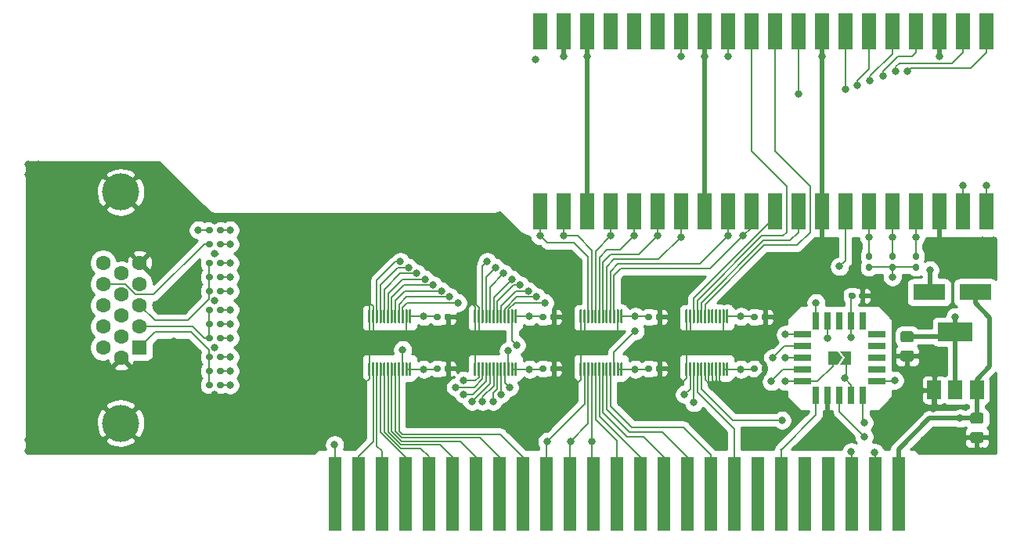
<source format=gtl>
%TF.GenerationSoftware,KiCad,Pcbnew,(5.1.10)-1*%
%TF.CreationDate,2022-12-06T13:34:18-05:00*%
%TF.ProjectId,AppleII-Pico,4170706c-6549-4492-9d50-69636f2e6b69,rev?*%
%TF.SameCoordinates,Original*%
%TF.FileFunction,Copper,L1,Top*%
%TF.FilePolarity,Positive*%
%FSLAX46Y46*%
G04 Gerber Fmt 4.6, Leading zero omitted, Abs format (unit mm)*
G04 Created by KiCad (PCBNEW (5.1.10)-1) date 2022-12-06 13:34:18*
%MOMM*%
%LPD*%
G01*
G04 APERTURE LIST*
%TA.AperFunction,SMDPad,CuDef*%
%ADD10R,1.600000X4.000000*%
%TD*%
%TA.AperFunction,SMDPad,CuDef*%
%ADD11C,0.100000*%
%TD*%
%TA.AperFunction,SMDPad,CuDef*%
%ADD12R,3.500000X1.800000*%
%TD*%
%TA.AperFunction,SMDPad,CuDef*%
%ADD13R,1.500000X2.000000*%
%TD*%
%TA.AperFunction,SMDPad,CuDef*%
%ADD14R,3.800000X2.000000*%
%TD*%
%TA.AperFunction,SMDPad,CuDef*%
%ADD15R,1.925000X0.700000*%
%TD*%
%TA.AperFunction,SMDPad,CuDef*%
%ADD16R,0.700000X1.925000*%
%TD*%
%TA.AperFunction,ComponentPad*%
%ADD17C,4.000000*%
%TD*%
%TA.AperFunction,ComponentPad*%
%ADD18C,1.600000*%
%TD*%
%TA.AperFunction,ComponentPad*%
%ADD19R,1.600000X1.600000*%
%TD*%
%TA.AperFunction,SMDPad,CuDef*%
%ADD20R,1.400000X8.000000*%
%TD*%
%TA.AperFunction,ViaPad*%
%ADD21C,0.800000*%
%TD*%
%TA.AperFunction,Conductor*%
%ADD22C,0.200000*%
%TD*%
%TA.AperFunction,Conductor*%
%ADD23C,0.500000*%
%TD*%
%TA.AperFunction,Conductor*%
%ADD24C,0.254000*%
%TD*%
%TA.AperFunction,Conductor*%
%ADD25C,0.100000*%
%TD*%
G04 APERTURE END LIST*
D10*
%TO.P,U6,40*%
%TO.N,Net-(U6-Pad40)*%
X133842000Y-80155000D03*
%TO.P,U6,20*%
%TO.N,B1*%
X182102000Y-99655000D03*
%TO.P,U6,39*%
%TO.N,Net-(D1-Pad1)*%
X136382000Y-80155000D03*
%TO.P,U6,19*%
%TO.N,B2*%
X179562000Y-99655000D03*
%TO.P,U6,38*%
%TO.N,GND*%
X138922000Y-80155000D03*
%TO.P,U6,18*%
X177022000Y-99655000D03*
%TO.P,U6,37*%
%TO.N,Net-(U6-Pad37)*%
X141462000Y-80155000D03*
%TO.P,U6,17*%
%TO.N,nMSBOE*%
X174482000Y-99655000D03*
%TO.P,U6,36*%
%TO.N,Net-(U6-Pad36)*%
X144002000Y-80155000D03*
%TO.P,U6,16*%
%TO.N,nLSBOE*%
X171942000Y-99655000D03*
%TO.P,U6,35*%
%TO.N,Net-(U6-Pad35)*%
X146542000Y-80155000D03*
%TO.P,U6,15*%
%TO.N,nDATAOE*%
X169402000Y-99655000D03*
%TO.P,U6,34*%
%TO.N,Net-(R10-Pad1)*%
X149082000Y-80155000D03*
%TO.P,U6,14*%
%TO.N,nDATADIR*%
X166862000Y-99655000D03*
%TO.P,U6,33*%
%TO.N,GND*%
X151622000Y-80155000D03*
%TO.P,U6,13*%
X164322000Y-99655000D03*
%TO.P,U6,32*%
%TO.N,Net-(R11-Pad1)*%
X154162000Y-80155000D03*
%TO.P,U6,12*%
%TO.N,LR\u005CW*%
X161782000Y-99655000D03*
%TO.P,U6,31*%
%TO.N,LPHI0*%
X156702000Y-80155000D03*
%TO.P,U6,11*%
%TO.N,nLSEL*%
X159242000Y-99655000D03*
%TO.P,U6,30*%
%TO.N,nLRESET*%
X159242000Y-80155000D03*
%TO.P,U6,10*%
%TO.N,LD7*%
X156702000Y-99655000D03*
%TO.P,U6,29*%
%TO.N,R0*%
X161782000Y-80155000D03*
%TO.P,U6,9*%
%TO.N,LD6*%
X154162000Y-99655000D03*
%TO.P,U6,28*%
%TO.N,GND*%
X164322000Y-80155000D03*
%TO.P,U6,8*%
X151622000Y-99655000D03*
%TO.P,U6,27*%
%TO.N,R1*%
X166862000Y-80155000D03*
%TO.P,U6,7*%
%TO.N,LD5*%
X149082000Y-99655000D03*
%TO.P,U6,26*%
%TO.N,R2*%
X169402000Y-80155000D03*
%TO.P,U6,6*%
%TO.N,LD4*%
X146542000Y-99655000D03*
%TO.P,U6,25*%
%TO.N,G0*%
X171942000Y-80155000D03*
%TO.P,U6,5*%
%TO.N,LD3*%
X144002000Y-99655000D03*
%TO.P,U6,24*%
%TO.N,G1*%
X174482000Y-80155000D03*
%TO.P,U6,4*%
%TO.N,LD2*%
X141462000Y-99655000D03*
%TO.P,U6,23*%
%TO.N,GND*%
X177022000Y-80155000D03*
%TO.P,U6,3*%
X138922000Y-99655000D03*
%TO.P,U6,22*%
%TO.N,G2*%
X179562000Y-80155000D03*
%TO.P,U6,2*%
%TO.N,LD1*%
X136382000Y-99655000D03*
%TO.P,U6,21*%
%TO.N,B0*%
X182102000Y-80155000D03*
%TO.P,U6,1*%
%TO.N,LD0*%
X133842000Y-99655000D03*
%TD*%
%TA.AperFunction,SMDPad,CuDef*%
D11*
%TO.P,J3,1*%
%TO.N,nIOSEL*%
G36*
X166502000Y-115527000D02*
G01*
X166002000Y-116277000D01*
X165002000Y-116277000D01*
X165002000Y-114777000D01*
X166002000Y-114777000D01*
X166502000Y-115527000D01*
G37*
%TD.AperFunction*%
%TA.AperFunction,SMDPad,CuDef*%
%TO.P,J3,2*%
%TO.N,nCARDSEL*%
G36*
X167452000Y-116277000D02*
G01*
X166302000Y-116277000D01*
X166802000Y-115527000D01*
X166302000Y-114777000D01*
X167452000Y-114777000D01*
X167452000Y-116277000D01*
G37*
%TD.AperFunction*%
%TD*%
D12*
%TO.P,D1,2*%
%TO.N,+5V*%
X180919000Y-108415000D03*
%TO.P,D1,1*%
%TO.N,Net-(D1-Pad1)*%
X175919000Y-108415000D03*
%TD*%
%TO.P,C11,2*%
%TO.N,GND*%
%TA.AperFunction,SMDPad,CuDef*%
G36*
G01*
X180611000Y-123529500D02*
X181561000Y-123529500D01*
G75*
G02*
X181811000Y-123779500I0J-250000D01*
G01*
X181811000Y-124454500D01*
G75*
G02*
X181561000Y-124704500I-250000J0D01*
G01*
X180611000Y-124704500D01*
G75*
G02*
X180361000Y-124454500I0J250000D01*
G01*
X180361000Y-123779500D01*
G75*
G02*
X180611000Y-123529500I250000J0D01*
G01*
G37*
%TD.AperFunction*%
%TO.P,C11,1*%
%TO.N,+5V*%
%TA.AperFunction,SMDPad,CuDef*%
G36*
G01*
X180611000Y-121454500D02*
X181561000Y-121454500D01*
G75*
G02*
X181811000Y-121704500I0J-250000D01*
G01*
X181811000Y-122379500D01*
G75*
G02*
X181561000Y-122629500I-250000J0D01*
G01*
X180611000Y-122629500D01*
G75*
G02*
X180361000Y-122379500I0J250000D01*
G01*
X180361000Y-121704500D01*
G75*
G02*
X180611000Y-121454500I250000J0D01*
G01*
G37*
%TD.AperFunction*%
%TD*%
%TO.P,C10,2*%
%TO.N,GND*%
%TA.AperFunction,SMDPad,CuDef*%
G36*
G01*
X173054500Y-114707000D02*
X174004500Y-114707000D01*
G75*
G02*
X174254500Y-114957000I0J-250000D01*
G01*
X174254500Y-115632000D01*
G75*
G02*
X174004500Y-115882000I-250000J0D01*
G01*
X173054500Y-115882000D01*
G75*
G02*
X172804500Y-115632000I0J250000D01*
G01*
X172804500Y-114957000D01*
G75*
G02*
X173054500Y-114707000I250000J0D01*
G01*
G37*
%TD.AperFunction*%
%TO.P,C10,1*%
%TO.N,+3V3*%
%TA.AperFunction,SMDPad,CuDef*%
G36*
G01*
X173054500Y-112632000D02*
X174004500Y-112632000D01*
G75*
G02*
X174254500Y-112882000I0J-250000D01*
G01*
X174254500Y-113557000D01*
G75*
G02*
X174004500Y-113807000I-250000J0D01*
G01*
X173054500Y-113807000D01*
G75*
G02*
X172804500Y-113557000I0J250000D01*
G01*
X172804500Y-112882000D01*
G75*
G02*
X173054500Y-112632000I250000J0D01*
G01*
G37*
%TD.AperFunction*%
%TD*%
D13*
%TO.P,U7,1*%
%TO.N,GND*%
X176465000Y-118984000D03*
%TO.P,U7,3*%
%TO.N,+5V*%
X181065000Y-118984000D03*
%TO.P,U7,2*%
%TO.N,+3V3*%
X178765000Y-118984000D03*
D14*
X178765000Y-112684000D03*
%TD*%
D15*
%TO.P,U5,18*%
%TO.N,Net-(U5-Pad18)*%
X170279500Y-112987000D03*
%TO.P,U5,17*%
%TO.N,Net-(U5-Pad17)*%
X170279500Y-114257000D03*
%TO.P,U5,16*%
%TO.N,Net-(U5-Pad16)*%
X170279500Y-115527000D03*
%TO.P,U5,15*%
%TO.N,Net-(U5-Pad15)*%
X170279500Y-116797000D03*
%TO.P,U5,14*%
%TO.N,A8*%
X170279500Y-118067000D03*
D16*
%TO.P,U5,13*%
%TO.N,A9*%
X168767000Y-119579500D03*
%TO.P,U5,12*%
%TO.N,nCARDSEL*%
X167497000Y-119579500D03*
%TO.P,U5,11*%
%TO.N,A10*%
X166227000Y-119579500D03*
%TO.P,U5,10*%
%TO.N,GND*%
X164957000Y-119579500D03*
%TO.P,U5,9*%
%TO.N,nIOSTROBE*%
X163687000Y-119579500D03*
D15*
%TO.P,U5,8*%
%TO.N,nIOSEL*%
X162174500Y-118067000D03*
%TO.P,U5,7*%
%TO.N,nDEVSEL*%
X162174500Y-116797000D03*
%TO.P,U5,6*%
%TO.N,nDATADIR*%
X162174500Y-115527000D03*
%TO.P,U5,5*%
%TO.N,nDATAOE*%
X162174500Y-114257000D03*
%TO.P,U5,4*%
%TO.N,nLSBOE*%
X162174500Y-112987000D03*
D16*
%TO.P,U5,19*%
%TO.N,Net-(U5-Pad19)*%
X168767000Y-111474500D03*
%TO.P,U5,20*%
%TO.N,+5V*%
X167497000Y-111474500D03*
%TO.P,U5,3*%
%TO.N,nMSBOE*%
X163687000Y-111474500D03*
%TO.P,U5,2*%
%TO.N,nSYSRESET*%
X164957000Y-111474500D03*
%TO.P,U5,1*%
%TO.N,Net-(U5-Pad1)*%
X166227000Y-111474500D03*
%TD*%
%TO.P,C9,2*%
%TO.N,GND*%
%TA.AperFunction,SMDPad,CuDef*%
G36*
G01*
X168332000Y-108951000D02*
X168332000Y-108641000D01*
G75*
G02*
X168487000Y-108486000I155000J0D01*
G01*
X168912000Y-108486000D01*
G75*
G02*
X169067000Y-108641000I0J-155000D01*
G01*
X169067000Y-108951000D01*
G75*
G02*
X168912000Y-109106000I-155000J0D01*
G01*
X168487000Y-109106000D01*
G75*
G02*
X168332000Y-108951000I0J155000D01*
G01*
G37*
%TD.AperFunction*%
%TO.P,C9,1*%
%TO.N,+5V*%
%TA.AperFunction,SMDPad,CuDef*%
G36*
G01*
X167197000Y-108951000D02*
X167197000Y-108641000D01*
G75*
G02*
X167352000Y-108486000I155000J0D01*
G01*
X167777000Y-108486000D01*
G75*
G02*
X167932000Y-108641000I0J-155000D01*
G01*
X167932000Y-108951000D01*
G75*
G02*
X167777000Y-109106000I-155000J0D01*
G01*
X167352000Y-109106000D01*
G75*
G02*
X167197000Y-108951000I0J155000D01*
G01*
G37*
%TD.AperFunction*%
%TD*%
%TO.P,C8,2*%
%TO.N,GND*%
%TA.AperFunction,SMDPad,CuDef*%
G36*
G01*
X157791000Y-111237000D02*
X157791000Y-110927000D01*
G75*
G02*
X157946000Y-110772000I155000J0D01*
G01*
X158371000Y-110772000D01*
G75*
G02*
X158526000Y-110927000I0J-155000D01*
G01*
X158526000Y-111237000D01*
G75*
G02*
X158371000Y-111392000I-155000J0D01*
G01*
X157946000Y-111392000D01*
G75*
G02*
X157791000Y-111237000I0J155000D01*
G01*
G37*
%TD.AperFunction*%
%TO.P,C8,1*%
%TO.N,+3V3*%
%TA.AperFunction,SMDPad,CuDef*%
G36*
G01*
X156656000Y-111237000D02*
X156656000Y-110927000D01*
G75*
G02*
X156811000Y-110772000I155000J0D01*
G01*
X157236000Y-110772000D01*
G75*
G02*
X157391000Y-110927000I0J-155000D01*
G01*
X157391000Y-111237000D01*
G75*
G02*
X157236000Y-111392000I-155000J0D01*
G01*
X156811000Y-111392000D01*
G75*
G02*
X156656000Y-111237000I0J155000D01*
G01*
G37*
%TD.AperFunction*%
%TD*%
%TO.P,C7,2*%
%TO.N,GND*%
%TA.AperFunction,SMDPad,CuDef*%
G36*
G01*
X157791000Y-116825000D02*
X157791000Y-116515000D01*
G75*
G02*
X157946000Y-116360000I155000J0D01*
G01*
X158371000Y-116360000D01*
G75*
G02*
X158526000Y-116515000I0J-155000D01*
G01*
X158526000Y-116825000D01*
G75*
G02*
X158371000Y-116980000I-155000J0D01*
G01*
X157946000Y-116980000D01*
G75*
G02*
X157791000Y-116825000I0J155000D01*
G01*
G37*
%TD.AperFunction*%
%TO.P,C7,1*%
%TO.N,+5V*%
%TA.AperFunction,SMDPad,CuDef*%
G36*
G01*
X156656000Y-116825000D02*
X156656000Y-116515000D01*
G75*
G02*
X156811000Y-116360000I155000J0D01*
G01*
X157236000Y-116360000D01*
G75*
G02*
X157391000Y-116515000I0J-155000D01*
G01*
X157391000Y-116825000D01*
G75*
G02*
X157236000Y-116980000I-155000J0D01*
G01*
X156811000Y-116980000D01*
G75*
G02*
X156656000Y-116825000I0J155000D01*
G01*
G37*
%TD.AperFunction*%
%TD*%
%TO.P,C6,2*%
%TO.N,GND*%
%TA.AperFunction,SMDPad,CuDef*%
G36*
G01*
X146361000Y-111237000D02*
X146361000Y-110927000D01*
G75*
G02*
X146516000Y-110772000I155000J0D01*
G01*
X146941000Y-110772000D01*
G75*
G02*
X147096000Y-110927000I0J-155000D01*
G01*
X147096000Y-111237000D01*
G75*
G02*
X146941000Y-111392000I-155000J0D01*
G01*
X146516000Y-111392000D01*
G75*
G02*
X146361000Y-111237000I0J155000D01*
G01*
G37*
%TD.AperFunction*%
%TO.P,C6,1*%
%TO.N,+3V3*%
%TA.AperFunction,SMDPad,CuDef*%
G36*
G01*
X145226000Y-111237000D02*
X145226000Y-110927000D01*
G75*
G02*
X145381000Y-110772000I155000J0D01*
G01*
X145806000Y-110772000D01*
G75*
G02*
X145961000Y-110927000I0J-155000D01*
G01*
X145961000Y-111237000D01*
G75*
G02*
X145806000Y-111392000I-155000J0D01*
G01*
X145381000Y-111392000D01*
G75*
G02*
X145226000Y-111237000I0J155000D01*
G01*
G37*
%TD.AperFunction*%
%TD*%
%TO.P,C5,2*%
%TO.N,GND*%
%TA.AperFunction,SMDPad,CuDef*%
G36*
G01*
X146361000Y-116825000D02*
X146361000Y-116515000D01*
G75*
G02*
X146516000Y-116360000I155000J0D01*
G01*
X146941000Y-116360000D01*
G75*
G02*
X147096000Y-116515000I0J-155000D01*
G01*
X147096000Y-116825000D01*
G75*
G02*
X146941000Y-116980000I-155000J0D01*
G01*
X146516000Y-116980000D01*
G75*
G02*
X146361000Y-116825000I0J155000D01*
G01*
G37*
%TD.AperFunction*%
%TO.P,C5,1*%
%TO.N,+5V*%
%TA.AperFunction,SMDPad,CuDef*%
G36*
G01*
X145226000Y-116825000D02*
X145226000Y-116515000D01*
G75*
G02*
X145381000Y-116360000I155000J0D01*
G01*
X145806000Y-116360000D01*
G75*
G02*
X145961000Y-116515000I0J-155000D01*
G01*
X145961000Y-116825000D01*
G75*
G02*
X145806000Y-116980000I-155000J0D01*
G01*
X145381000Y-116980000D01*
G75*
G02*
X145226000Y-116825000I0J155000D01*
G01*
G37*
%TD.AperFunction*%
%TD*%
%TO.P,C4,2*%
%TO.N,GND*%
%TA.AperFunction,SMDPad,CuDef*%
G36*
G01*
X134931000Y-111237000D02*
X134931000Y-110927000D01*
G75*
G02*
X135086000Y-110772000I155000J0D01*
G01*
X135511000Y-110772000D01*
G75*
G02*
X135666000Y-110927000I0J-155000D01*
G01*
X135666000Y-111237000D01*
G75*
G02*
X135511000Y-111392000I-155000J0D01*
G01*
X135086000Y-111392000D01*
G75*
G02*
X134931000Y-111237000I0J155000D01*
G01*
G37*
%TD.AperFunction*%
%TO.P,C4,1*%
%TO.N,+3V3*%
%TA.AperFunction,SMDPad,CuDef*%
G36*
G01*
X133796000Y-111237000D02*
X133796000Y-110927000D01*
G75*
G02*
X133951000Y-110772000I155000J0D01*
G01*
X134376000Y-110772000D01*
G75*
G02*
X134531000Y-110927000I0J-155000D01*
G01*
X134531000Y-111237000D01*
G75*
G02*
X134376000Y-111392000I-155000J0D01*
G01*
X133951000Y-111392000D01*
G75*
G02*
X133796000Y-111237000I0J155000D01*
G01*
G37*
%TD.AperFunction*%
%TD*%
%TO.P,C3,2*%
%TO.N,GND*%
%TA.AperFunction,SMDPad,CuDef*%
G36*
G01*
X134931000Y-116825000D02*
X134931000Y-116515000D01*
G75*
G02*
X135086000Y-116360000I155000J0D01*
G01*
X135511000Y-116360000D01*
G75*
G02*
X135666000Y-116515000I0J-155000D01*
G01*
X135666000Y-116825000D01*
G75*
G02*
X135511000Y-116980000I-155000J0D01*
G01*
X135086000Y-116980000D01*
G75*
G02*
X134931000Y-116825000I0J155000D01*
G01*
G37*
%TD.AperFunction*%
%TO.P,C3,1*%
%TO.N,+5V*%
%TA.AperFunction,SMDPad,CuDef*%
G36*
G01*
X133796000Y-116825000D02*
X133796000Y-116515000D01*
G75*
G02*
X133951000Y-116360000I155000J0D01*
G01*
X134376000Y-116360000D01*
G75*
G02*
X134531000Y-116515000I0J-155000D01*
G01*
X134531000Y-116825000D01*
G75*
G02*
X134376000Y-116980000I-155000J0D01*
G01*
X133951000Y-116980000D01*
G75*
G02*
X133796000Y-116825000I0J155000D01*
G01*
G37*
%TD.AperFunction*%
%TD*%
%TO.P,C2,2*%
%TO.N,GND*%
%TA.AperFunction,SMDPad,CuDef*%
G36*
G01*
X123501000Y-111237000D02*
X123501000Y-110927000D01*
G75*
G02*
X123656000Y-110772000I155000J0D01*
G01*
X124081000Y-110772000D01*
G75*
G02*
X124236000Y-110927000I0J-155000D01*
G01*
X124236000Y-111237000D01*
G75*
G02*
X124081000Y-111392000I-155000J0D01*
G01*
X123656000Y-111392000D01*
G75*
G02*
X123501000Y-111237000I0J155000D01*
G01*
G37*
%TD.AperFunction*%
%TO.P,C2,1*%
%TO.N,+3V3*%
%TA.AperFunction,SMDPad,CuDef*%
G36*
G01*
X122366000Y-111237000D02*
X122366000Y-110927000D01*
G75*
G02*
X122521000Y-110772000I155000J0D01*
G01*
X122946000Y-110772000D01*
G75*
G02*
X123101000Y-110927000I0J-155000D01*
G01*
X123101000Y-111237000D01*
G75*
G02*
X122946000Y-111392000I-155000J0D01*
G01*
X122521000Y-111392000D01*
G75*
G02*
X122366000Y-111237000I0J155000D01*
G01*
G37*
%TD.AperFunction*%
%TD*%
%TO.P,C1,2*%
%TO.N,GND*%
%TA.AperFunction,SMDPad,CuDef*%
G36*
G01*
X123501000Y-116825000D02*
X123501000Y-116515000D01*
G75*
G02*
X123656000Y-116360000I155000J0D01*
G01*
X124081000Y-116360000D01*
G75*
G02*
X124236000Y-116515000I0J-155000D01*
G01*
X124236000Y-116825000D01*
G75*
G02*
X124081000Y-116980000I-155000J0D01*
G01*
X123656000Y-116980000D01*
G75*
G02*
X123501000Y-116825000I0J155000D01*
G01*
G37*
%TD.AperFunction*%
%TO.P,C1,1*%
%TO.N,+5V*%
%TA.AperFunction,SMDPad,CuDef*%
G36*
G01*
X122366000Y-116825000D02*
X122366000Y-116515000D01*
G75*
G02*
X122521000Y-116360000I155000J0D01*
G01*
X122946000Y-116360000D01*
G75*
G02*
X123101000Y-116515000I0J-155000D01*
G01*
X123101000Y-116825000D01*
G75*
G02*
X122946000Y-116980000I-155000J0D01*
G01*
X122521000Y-116980000D01*
G75*
G02*
X122366000Y-116825000I0J155000D01*
G01*
G37*
%TD.AperFunction*%
%TD*%
D17*
%TO.P,J2,0*%
%TO.N,GND*%
X88485000Y-122569000D03*
X88485000Y-97569000D03*
D18*
%TO.P,J2,15*%
%TO.N,Net-(J2-Pad15)*%
X86575000Y-105224000D03*
%TO.P,J2,14*%
%TO.N,VSYNC_OUT*%
X86575000Y-107514000D03*
%TO.P,J2,13*%
%TO.N,HSYNC_OUT*%
X86575000Y-109804000D03*
%TO.P,J2,12*%
%TO.N,Net-(J2-Pad12)*%
X86575000Y-112094000D03*
%TO.P,J2,11*%
%TO.N,Net-(J2-Pad11)*%
X86575000Y-114384000D03*
%TO.P,J2,10*%
%TO.N,GND*%
X88555000Y-106369000D03*
%TO.P,J2,9*%
%TO.N,Net-(J2-Pad9)*%
X88555000Y-108659000D03*
%TO.P,J2,8*%
%TO.N,GND*%
X88555000Y-110949000D03*
%TO.P,J2,7*%
X88555000Y-113239000D03*
%TO.P,J2,6*%
X88555000Y-115529000D03*
%TO.P,J2,5*%
X90535000Y-105224000D03*
%TO.P,J2,4*%
%TO.N,Net-(J2-Pad4)*%
X90535000Y-107514000D03*
%TO.P,J2,3*%
%TO.N,BLUE_OUT*%
X90535000Y-109804000D03*
%TO.P,J2,2*%
%TO.N,GREEN_OUT*%
X90535000Y-112094000D03*
D19*
%TO.P,J2,1*%
%TO.N,RED_OUT*%
X90535000Y-114384000D03*
%TD*%
%TO.P,U4,24*%
%TO.N,+5V*%
%TA.AperFunction,SMDPad,CuDef*%
G36*
G01*
X154013500Y-116001000D02*
X154138500Y-116001000D01*
G75*
G02*
X154201000Y-116063500I0J-62500D01*
G01*
X154201000Y-117413500D01*
G75*
G02*
X154138500Y-117476000I-62500J0D01*
G01*
X154013500Y-117476000D01*
G75*
G02*
X153951000Y-117413500I0J62500D01*
G01*
X153951000Y-116063500D01*
G75*
G02*
X154013500Y-116001000I62500J0D01*
G01*
G37*
%TD.AperFunction*%
%TO.P,U4,23*%
%TA.AperFunction,SMDPad,CuDef*%
G36*
G01*
X153613500Y-116001000D02*
X153738500Y-116001000D01*
G75*
G02*
X153801000Y-116063500I0J-62500D01*
G01*
X153801000Y-117413500D01*
G75*
G02*
X153738500Y-117476000I-62500J0D01*
G01*
X153613500Y-117476000D01*
G75*
G02*
X153551000Y-117413500I0J62500D01*
G01*
X153551000Y-116063500D01*
G75*
G02*
X153613500Y-116001000I62500J0D01*
G01*
G37*
%TD.AperFunction*%
%TO.P,U4,22*%
%TO.N,GND*%
%TA.AperFunction,SMDPad,CuDef*%
G36*
G01*
X153213500Y-116001000D02*
X153338500Y-116001000D01*
G75*
G02*
X153401000Y-116063500I0J-62500D01*
G01*
X153401000Y-117413500D01*
G75*
G02*
X153338500Y-117476000I-62500J0D01*
G01*
X153213500Y-117476000D01*
G75*
G02*
X153151000Y-117413500I0J62500D01*
G01*
X153151000Y-116063500D01*
G75*
G02*
X153213500Y-116001000I62500J0D01*
G01*
G37*
%TD.AperFunction*%
%TO.P,U4,21*%
%TA.AperFunction,SMDPad,CuDef*%
G36*
G01*
X152813500Y-116001000D02*
X152938500Y-116001000D01*
G75*
G02*
X153001000Y-116063500I0J-62500D01*
G01*
X153001000Y-117413500D01*
G75*
G02*
X152938500Y-117476000I-62500J0D01*
G01*
X152813500Y-117476000D01*
G75*
G02*
X152751000Y-117413500I0J62500D01*
G01*
X152751000Y-116063500D01*
G75*
G02*
X152813500Y-116001000I62500J0D01*
G01*
G37*
%TD.AperFunction*%
%TO.P,U4,20*%
%TA.AperFunction,SMDPad,CuDef*%
G36*
G01*
X152413500Y-116001000D02*
X152538500Y-116001000D01*
G75*
G02*
X152601000Y-116063500I0J-62500D01*
G01*
X152601000Y-117413500D01*
G75*
G02*
X152538500Y-117476000I-62500J0D01*
G01*
X152413500Y-117476000D01*
G75*
G02*
X152351000Y-117413500I0J62500D01*
G01*
X152351000Y-116063500D01*
G75*
G02*
X152413500Y-116001000I62500J0D01*
G01*
G37*
%TD.AperFunction*%
%TO.P,U4,19*%
%TA.AperFunction,SMDPad,CuDef*%
G36*
G01*
X152013500Y-116001000D02*
X152138500Y-116001000D01*
G75*
G02*
X152201000Y-116063500I0J-62500D01*
G01*
X152201000Y-117413500D01*
G75*
G02*
X152138500Y-117476000I-62500J0D01*
G01*
X152013500Y-117476000D01*
G75*
G02*
X151951000Y-117413500I0J62500D01*
G01*
X151951000Y-116063500D01*
G75*
G02*
X152013500Y-116001000I62500J0D01*
G01*
G37*
%TD.AperFunction*%
%TO.P,U4,18*%
%TA.AperFunction,SMDPad,CuDef*%
G36*
G01*
X151613500Y-116001000D02*
X151738500Y-116001000D01*
G75*
G02*
X151801000Y-116063500I0J-62500D01*
G01*
X151801000Y-117413500D01*
G75*
G02*
X151738500Y-117476000I-62500J0D01*
G01*
X151613500Y-117476000D01*
G75*
G02*
X151551000Y-117413500I0J62500D01*
G01*
X151551000Y-116063500D01*
G75*
G02*
X151613500Y-116001000I62500J0D01*
G01*
G37*
%TD.AperFunction*%
%TO.P,U4,17*%
%TO.N,nSYSRESET*%
%TA.AperFunction,SMDPad,CuDef*%
G36*
G01*
X151213500Y-116001000D02*
X151338500Y-116001000D01*
G75*
G02*
X151401000Y-116063500I0J-62500D01*
G01*
X151401000Y-117413500D01*
G75*
G02*
X151338500Y-117476000I-62500J0D01*
G01*
X151213500Y-117476000D01*
G75*
G02*
X151151000Y-117413500I0J62500D01*
G01*
X151151000Y-116063500D01*
G75*
G02*
X151213500Y-116001000I62500J0D01*
G01*
G37*
%TD.AperFunction*%
%TO.P,U4,16*%
%TO.N,nWR*%
%TA.AperFunction,SMDPad,CuDef*%
G36*
G01*
X150813500Y-116001000D02*
X150938500Y-116001000D01*
G75*
G02*
X151001000Y-116063500I0J-62500D01*
G01*
X151001000Y-117413500D01*
G75*
G02*
X150938500Y-117476000I-62500J0D01*
G01*
X150813500Y-117476000D01*
G75*
G02*
X150751000Y-117413500I0J62500D01*
G01*
X150751000Y-116063500D01*
G75*
G02*
X150813500Y-116001000I62500J0D01*
G01*
G37*
%TD.AperFunction*%
%TO.P,U4,15*%
%TO.N,PHI0*%
%TA.AperFunction,SMDPad,CuDef*%
G36*
G01*
X150413500Y-116001000D02*
X150538500Y-116001000D01*
G75*
G02*
X150601000Y-116063500I0J-62500D01*
G01*
X150601000Y-117413500D01*
G75*
G02*
X150538500Y-117476000I-62500J0D01*
G01*
X150413500Y-117476000D01*
G75*
G02*
X150351000Y-117413500I0J62500D01*
G01*
X150351000Y-116063500D01*
G75*
G02*
X150413500Y-116001000I62500J0D01*
G01*
G37*
%TD.AperFunction*%
%TO.P,U4,14*%
%TO.N,nCARDSEL*%
%TA.AperFunction,SMDPad,CuDef*%
G36*
G01*
X150013500Y-116001000D02*
X150138500Y-116001000D01*
G75*
G02*
X150201000Y-116063500I0J-62500D01*
G01*
X150201000Y-117413500D01*
G75*
G02*
X150138500Y-117476000I-62500J0D01*
G01*
X150013500Y-117476000D01*
G75*
G02*
X149951000Y-117413500I0J62500D01*
G01*
X149951000Y-116063500D01*
G75*
G02*
X150013500Y-116001000I62500J0D01*
G01*
G37*
%TD.AperFunction*%
%TO.P,U4,13*%
%TO.N,GND*%
%TA.AperFunction,SMDPad,CuDef*%
G36*
G01*
X149613500Y-116001000D02*
X149738500Y-116001000D01*
G75*
G02*
X149801000Y-116063500I0J-62500D01*
G01*
X149801000Y-117413500D01*
G75*
G02*
X149738500Y-117476000I-62500J0D01*
G01*
X149613500Y-117476000D01*
G75*
G02*
X149551000Y-117413500I0J62500D01*
G01*
X149551000Y-116063500D01*
G75*
G02*
X149613500Y-116001000I62500J0D01*
G01*
G37*
%TD.AperFunction*%
%TO.P,U4,12*%
%TA.AperFunction,SMDPad,CuDef*%
G36*
G01*
X149613500Y-110276000D02*
X149738500Y-110276000D01*
G75*
G02*
X149801000Y-110338500I0J-62500D01*
G01*
X149801000Y-111688500D01*
G75*
G02*
X149738500Y-111751000I-62500J0D01*
G01*
X149613500Y-111751000D01*
G75*
G02*
X149551000Y-111688500I0J62500D01*
G01*
X149551000Y-110338500D01*
G75*
G02*
X149613500Y-110276000I62500J0D01*
G01*
G37*
%TD.AperFunction*%
%TO.P,U4,11*%
%TA.AperFunction,SMDPad,CuDef*%
G36*
G01*
X150013500Y-110276000D02*
X150138500Y-110276000D01*
G75*
G02*
X150201000Y-110338500I0J-62500D01*
G01*
X150201000Y-111688500D01*
G75*
G02*
X150138500Y-111751000I-62500J0D01*
G01*
X150013500Y-111751000D01*
G75*
G02*
X149951000Y-111688500I0J62500D01*
G01*
X149951000Y-110338500D01*
G75*
G02*
X150013500Y-110276000I62500J0D01*
G01*
G37*
%TD.AperFunction*%
%TO.P,U4,10*%
%TO.N,nLSEL*%
%TA.AperFunction,SMDPad,CuDef*%
G36*
G01*
X150413500Y-110276000D02*
X150538500Y-110276000D01*
G75*
G02*
X150601000Y-110338500I0J-62500D01*
G01*
X150601000Y-111688500D01*
G75*
G02*
X150538500Y-111751000I-62500J0D01*
G01*
X150413500Y-111751000D01*
G75*
G02*
X150351000Y-111688500I0J62500D01*
G01*
X150351000Y-110338500D01*
G75*
G02*
X150413500Y-110276000I62500J0D01*
G01*
G37*
%TD.AperFunction*%
%TO.P,U4,9*%
%TO.N,LPHI0*%
%TA.AperFunction,SMDPad,CuDef*%
G36*
G01*
X150813500Y-110276000D02*
X150938500Y-110276000D01*
G75*
G02*
X151001000Y-110338500I0J-62500D01*
G01*
X151001000Y-111688500D01*
G75*
G02*
X150938500Y-111751000I-62500J0D01*
G01*
X150813500Y-111751000D01*
G75*
G02*
X150751000Y-111688500I0J62500D01*
G01*
X150751000Y-110338500D01*
G75*
G02*
X150813500Y-110276000I62500J0D01*
G01*
G37*
%TD.AperFunction*%
%TO.P,U4,8*%
%TO.N,LR\u005CW*%
%TA.AperFunction,SMDPad,CuDef*%
G36*
G01*
X151213500Y-110276000D02*
X151338500Y-110276000D01*
G75*
G02*
X151401000Y-110338500I0J-62500D01*
G01*
X151401000Y-111688500D01*
G75*
G02*
X151338500Y-111751000I-62500J0D01*
G01*
X151213500Y-111751000D01*
G75*
G02*
X151151000Y-111688500I0J62500D01*
G01*
X151151000Y-110338500D01*
G75*
G02*
X151213500Y-110276000I62500J0D01*
G01*
G37*
%TD.AperFunction*%
%TO.P,U4,7*%
%TO.N,nLRESET*%
%TA.AperFunction,SMDPad,CuDef*%
G36*
G01*
X151613500Y-110276000D02*
X151738500Y-110276000D01*
G75*
G02*
X151801000Y-110338500I0J-62500D01*
G01*
X151801000Y-111688500D01*
G75*
G02*
X151738500Y-111751000I-62500J0D01*
G01*
X151613500Y-111751000D01*
G75*
G02*
X151551000Y-111688500I0J62500D01*
G01*
X151551000Y-110338500D01*
G75*
G02*
X151613500Y-110276000I62500J0D01*
G01*
G37*
%TD.AperFunction*%
%TO.P,U4,6*%
%TO.N,Net-(U4-Pad6)*%
%TA.AperFunction,SMDPad,CuDef*%
G36*
G01*
X152013500Y-110276000D02*
X152138500Y-110276000D01*
G75*
G02*
X152201000Y-110338500I0J-62500D01*
G01*
X152201000Y-111688500D01*
G75*
G02*
X152138500Y-111751000I-62500J0D01*
G01*
X152013500Y-111751000D01*
G75*
G02*
X151951000Y-111688500I0J62500D01*
G01*
X151951000Y-110338500D01*
G75*
G02*
X152013500Y-110276000I62500J0D01*
G01*
G37*
%TD.AperFunction*%
%TO.P,U4,5*%
%TO.N,Net-(U4-Pad5)*%
%TA.AperFunction,SMDPad,CuDef*%
G36*
G01*
X152413500Y-110276000D02*
X152538500Y-110276000D01*
G75*
G02*
X152601000Y-110338500I0J-62500D01*
G01*
X152601000Y-111688500D01*
G75*
G02*
X152538500Y-111751000I-62500J0D01*
G01*
X152413500Y-111751000D01*
G75*
G02*
X152351000Y-111688500I0J62500D01*
G01*
X152351000Y-110338500D01*
G75*
G02*
X152413500Y-110276000I62500J0D01*
G01*
G37*
%TD.AperFunction*%
%TO.P,U4,4*%
%TO.N,Net-(U4-Pad4)*%
%TA.AperFunction,SMDPad,CuDef*%
G36*
G01*
X152813500Y-110276000D02*
X152938500Y-110276000D01*
G75*
G02*
X153001000Y-110338500I0J-62500D01*
G01*
X153001000Y-111688500D01*
G75*
G02*
X152938500Y-111751000I-62500J0D01*
G01*
X152813500Y-111751000D01*
G75*
G02*
X152751000Y-111688500I0J62500D01*
G01*
X152751000Y-110338500D01*
G75*
G02*
X152813500Y-110276000I62500J0D01*
G01*
G37*
%TD.AperFunction*%
%TO.P,U4,3*%
%TO.N,Net-(U4-Pad3)*%
%TA.AperFunction,SMDPad,CuDef*%
G36*
G01*
X153213500Y-110276000D02*
X153338500Y-110276000D01*
G75*
G02*
X153401000Y-110338500I0J-62500D01*
G01*
X153401000Y-111688500D01*
G75*
G02*
X153338500Y-111751000I-62500J0D01*
G01*
X153213500Y-111751000D01*
G75*
G02*
X153151000Y-111688500I0J62500D01*
G01*
X153151000Y-110338500D01*
G75*
G02*
X153213500Y-110276000I62500J0D01*
G01*
G37*
%TD.AperFunction*%
%TO.P,U4,2*%
%TO.N,GND*%
%TA.AperFunction,SMDPad,CuDef*%
G36*
G01*
X153613500Y-110276000D02*
X153738500Y-110276000D01*
G75*
G02*
X153801000Y-110338500I0J-62500D01*
G01*
X153801000Y-111688500D01*
G75*
G02*
X153738500Y-111751000I-62500J0D01*
G01*
X153613500Y-111751000D01*
G75*
G02*
X153551000Y-111688500I0J62500D01*
G01*
X153551000Y-110338500D01*
G75*
G02*
X153613500Y-110276000I62500J0D01*
G01*
G37*
%TD.AperFunction*%
%TO.P,U4,1*%
%TO.N,+3V3*%
%TA.AperFunction,SMDPad,CuDef*%
G36*
G01*
X154013500Y-110276000D02*
X154138500Y-110276000D01*
G75*
G02*
X154201000Y-110338500I0J-62500D01*
G01*
X154201000Y-111688500D01*
G75*
G02*
X154138500Y-111751000I-62500J0D01*
G01*
X154013500Y-111751000D01*
G75*
G02*
X153951000Y-111688500I0J62500D01*
G01*
X153951000Y-110338500D01*
G75*
G02*
X154013500Y-110276000I62500J0D01*
G01*
G37*
%TD.AperFunction*%
%TD*%
%TO.P,U3,24*%
%TO.N,+5V*%
%TA.AperFunction,SMDPad,CuDef*%
G36*
G01*
X142583500Y-116001000D02*
X142708500Y-116001000D01*
G75*
G02*
X142771000Y-116063500I0J-62500D01*
G01*
X142771000Y-117413500D01*
G75*
G02*
X142708500Y-117476000I-62500J0D01*
G01*
X142583500Y-117476000D01*
G75*
G02*
X142521000Y-117413500I0J62500D01*
G01*
X142521000Y-116063500D01*
G75*
G02*
X142583500Y-116001000I62500J0D01*
G01*
G37*
%TD.AperFunction*%
%TO.P,U3,23*%
%TA.AperFunction,SMDPad,CuDef*%
G36*
G01*
X142183500Y-116001000D02*
X142308500Y-116001000D01*
G75*
G02*
X142371000Y-116063500I0J-62500D01*
G01*
X142371000Y-117413500D01*
G75*
G02*
X142308500Y-117476000I-62500J0D01*
G01*
X142183500Y-117476000D01*
G75*
G02*
X142121000Y-117413500I0J62500D01*
G01*
X142121000Y-116063500D01*
G75*
G02*
X142183500Y-116001000I62500J0D01*
G01*
G37*
%TD.AperFunction*%
%TO.P,U3,22*%
%TO.N,nMSBOE*%
%TA.AperFunction,SMDPad,CuDef*%
G36*
G01*
X141783500Y-116001000D02*
X141908500Y-116001000D01*
G75*
G02*
X141971000Y-116063500I0J-62500D01*
G01*
X141971000Y-117413500D01*
G75*
G02*
X141908500Y-117476000I-62500J0D01*
G01*
X141783500Y-117476000D01*
G75*
G02*
X141721000Y-117413500I0J62500D01*
G01*
X141721000Y-116063500D01*
G75*
G02*
X141783500Y-116001000I62500J0D01*
G01*
G37*
%TD.AperFunction*%
%TO.P,U3,21*%
%TO.N,A15*%
%TA.AperFunction,SMDPad,CuDef*%
G36*
G01*
X141383500Y-116001000D02*
X141508500Y-116001000D01*
G75*
G02*
X141571000Y-116063500I0J-62500D01*
G01*
X141571000Y-117413500D01*
G75*
G02*
X141508500Y-117476000I-62500J0D01*
G01*
X141383500Y-117476000D01*
G75*
G02*
X141321000Y-117413500I0J62500D01*
G01*
X141321000Y-116063500D01*
G75*
G02*
X141383500Y-116001000I62500J0D01*
G01*
G37*
%TD.AperFunction*%
%TO.P,U3,20*%
%TO.N,A14*%
%TA.AperFunction,SMDPad,CuDef*%
G36*
G01*
X140983500Y-116001000D02*
X141108500Y-116001000D01*
G75*
G02*
X141171000Y-116063500I0J-62500D01*
G01*
X141171000Y-117413500D01*
G75*
G02*
X141108500Y-117476000I-62500J0D01*
G01*
X140983500Y-117476000D01*
G75*
G02*
X140921000Y-117413500I0J62500D01*
G01*
X140921000Y-116063500D01*
G75*
G02*
X140983500Y-116001000I62500J0D01*
G01*
G37*
%TD.AperFunction*%
%TO.P,U3,19*%
%TO.N,A13*%
%TA.AperFunction,SMDPad,CuDef*%
G36*
G01*
X140583500Y-116001000D02*
X140708500Y-116001000D01*
G75*
G02*
X140771000Y-116063500I0J-62500D01*
G01*
X140771000Y-117413500D01*
G75*
G02*
X140708500Y-117476000I-62500J0D01*
G01*
X140583500Y-117476000D01*
G75*
G02*
X140521000Y-117413500I0J62500D01*
G01*
X140521000Y-116063500D01*
G75*
G02*
X140583500Y-116001000I62500J0D01*
G01*
G37*
%TD.AperFunction*%
%TO.P,U3,18*%
%TO.N,A12*%
%TA.AperFunction,SMDPad,CuDef*%
G36*
G01*
X140183500Y-116001000D02*
X140308500Y-116001000D01*
G75*
G02*
X140371000Y-116063500I0J-62500D01*
G01*
X140371000Y-117413500D01*
G75*
G02*
X140308500Y-117476000I-62500J0D01*
G01*
X140183500Y-117476000D01*
G75*
G02*
X140121000Y-117413500I0J62500D01*
G01*
X140121000Y-116063500D01*
G75*
G02*
X140183500Y-116001000I62500J0D01*
G01*
G37*
%TD.AperFunction*%
%TO.P,U3,17*%
%TO.N,A11*%
%TA.AperFunction,SMDPad,CuDef*%
G36*
G01*
X139783500Y-116001000D02*
X139908500Y-116001000D01*
G75*
G02*
X139971000Y-116063500I0J-62500D01*
G01*
X139971000Y-117413500D01*
G75*
G02*
X139908500Y-117476000I-62500J0D01*
G01*
X139783500Y-117476000D01*
G75*
G02*
X139721000Y-117413500I0J62500D01*
G01*
X139721000Y-116063500D01*
G75*
G02*
X139783500Y-116001000I62500J0D01*
G01*
G37*
%TD.AperFunction*%
%TO.P,U3,16*%
%TO.N,A10*%
%TA.AperFunction,SMDPad,CuDef*%
G36*
G01*
X139383500Y-116001000D02*
X139508500Y-116001000D01*
G75*
G02*
X139571000Y-116063500I0J-62500D01*
G01*
X139571000Y-117413500D01*
G75*
G02*
X139508500Y-117476000I-62500J0D01*
G01*
X139383500Y-117476000D01*
G75*
G02*
X139321000Y-117413500I0J62500D01*
G01*
X139321000Y-116063500D01*
G75*
G02*
X139383500Y-116001000I62500J0D01*
G01*
G37*
%TD.AperFunction*%
%TO.P,U3,15*%
%TO.N,A9*%
%TA.AperFunction,SMDPad,CuDef*%
G36*
G01*
X138983500Y-116001000D02*
X139108500Y-116001000D01*
G75*
G02*
X139171000Y-116063500I0J-62500D01*
G01*
X139171000Y-117413500D01*
G75*
G02*
X139108500Y-117476000I-62500J0D01*
G01*
X138983500Y-117476000D01*
G75*
G02*
X138921000Y-117413500I0J62500D01*
G01*
X138921000Y-116063500D01*
G75*
G02*
X138983500Y-116001000I62500J0D01*
G01*
G37*
%TD.AperFunction*%
%TO.P,U3,14*%
%TO.N,A8*%
%TA.AperFunction,SMDPad,CuDef*%
G36*
G01*
X138583500Y-116001000D02*
X138708500Y-116001000D01*
G75*
G02*
X138771000Y-116063500I0J-62500D01*
G01*
X138771000Y-117413500D01*
G75*
G02*
X138708500Y-117476000I-62500J0D01*
G01*
X138583500Y-117476000D01*
G75*
G02*
X138521000Y-117413500I0J62500D01*
G01*
X138521000Y-116063500D01*
G75*
G02*
X138583500Y-116001000I62500J0D01*
G01*
G37*
%TD.AperFunction*%
%TO.P,U3,13*%
%TO.N,GND*%
%TA.AperFunction,SMDPad,CuDef*%
G36*
G01*
X138183500Y-116001000D02*
X138308500Y-116001000D01*
G75*
G02*
X138371000Y-116063500I0J-62500D01*
G01*
X138371000Y-117413500D01*
G75*
G02*
X138308500Y-117476000I-62500J0D01*
G01*
X138183500Y-117476000D01*
G75*
G02*
X138121000Y-117413500I0J62500D01*
G01*
X138121000Y-116063500D01*
G75*
G02*
X138183500Y-116001000I62500J0D01*
G01*
G37*
%TD.AperFunction*%
%TO.P,U3,12*%
%TA.AperFunction,SMDPad,CuDef*%
G36*
G01*
X138183500Y-110276000D02*
X138308500Y-110276000D01*
G75*
G02*
X138371000Y-110338500I0J-62500D01*
G01*
X138371000Y-111688500D01*
G75*
G02*
X138308500Y-111751000I-62500J0D01*
G01*
X138183500Y-111751000D01*
G75*
G02*
X138121000Y-111688500I0J62500D01*
G01*
X138121000Y-110338500D01*
G75*
G02*
X138183500Y-110276000I62500J0D01*
G01*
G37*
%TD.AperFunction*%
%TO.P,U3,11*%
%TA.AperFunction,SMDPad,CuDef*%
G36*
G01*
X138583500Y-110276000D02*
X138708500Y-110276000D01*
G75*
G02*
X138771000Y-110338500I0J-62500D01*
G01*
X138771000Y-111688500D01*
G75*
G02*
X138708500Y-111751000I-62500J0D01*
G01*
X138583500Y-111751000D01*
G75*
G02*
X138521000Y-111688500I0J62500D01*
G01*
X138521000Y-110338500D01*
G75*
G02*
X138583500Y-110276000I62500J0D01*
G01*
G37*
%TD.AperFunction*%
%TO.P,U3,10*%
%TO.N,LD0*%
%TA.AperFunction,SMDPad,CuDef*%
G36*
G01*
X138983500Y-110276000D02*
X139108500Y-110276000D01*
G75*
G02*
X139171000Y-110338500I0J-62500D01*
G01*
X139171000Y-111688500D01*
G75*
G02*
X139108500Y-111751000I-62500J0D01*
G01*
X138983500Y-111751000D01*
G75*
G02*
X138921000Y-111688500I0J62500D01*
G01*
X138921000Y-110338500D01*
G75*
G02*
X138983500Y-110276000I62500J0D01*
G01*
G37*
%TD.AperFunction*%
%TO.P,U3,9*%
%TO.N,LD1*%
%TA.AperFunction,SMDPad,CuDef*%
G36*
G01*
X139383500Y-110276000D02*
X139508500Y-110276000D01*
G75*
G02*
X139571000Y-110338500I0J-62500D01*
G01*
X139571000Y-111688500D01*
G75*
G02*
X139508500Y-111751000I-62500J0D01*
G01*
X139383500Y-111751000D01*
G75*
G02*
X139321000Y-111688500I0J62500D01*
G01*
X139321000Y-110338500D01*
G75*
G02*
X139383500Y-110276000I62500J0D01*
G01*
G37*
%TD.AperFunction*%
%TO.P,U3,8*%
%TO.N,LD2*%
%TA.AperFunction,SMDPad,CuDef*%
G36*
G01*
X139783500Y-110276000D02*
X139908500Y-110276000D01*
G75*
G02*
X139971000Y-110338500I0J-62500D01*
G01*
X139971000Y-111688500D01*
G75*
G02*
X139908500Y-111751000I-62500J0D01*
G01*
X139783500Y-111751000D01*
G75*
G02*
X139721000Y-111688500I0J62500D01*
G01*
X139721000Y-110338500D01*
G75*
G02*
X139783500Y-110276000I62500J0D01*
G01*
G37*
%TD.AperFunction*%
%TO.P,U3,7*%
%TO.N,LD3*%
%TA.AperFunction,SMDPad,CuDef*%
G36*
G01*
X140183500Y-110276000D02*
X140308500Y-110276000D01*
G75*
G02*
X140371000Y-110338500I0J-62500D01*
G01*
X140371000Y-111688500D01*
G75*
G02*
X140308500Y-111751000I-62500J0D01*
G01*
X140183500Y-111751000D01*
G75*
G02*
X140121000Y-111688500I0J62500D01*
G01*
X140121000Y-110338500D01*
G75*
G02*
X140183500Y-110276000I62500J0D01*
G01*
G37*
%TD.AperFunction*%
%TO.P,U3,6*%
%TO.N,LD4*%
%TA.AperFunction,SMDPad,CuDef*%
G36*
G01*
X140583500Y-110276000D02*
X140708500Y-110276000D01*
G75*
G02*
X140771000Y-110338500I0J-62500D01*
G01*
X140771000Y-111688500D01*
G75*
G02*
X140708500Y-111751000I-62500J0D01*
G01*
X140583500Y-111751000D01*
G75*
G02*
X140521000Y-111688500I0J62500D01*
G01*
X140521000Y-110338500D01*
G75*
G02*
X140583500Y-110276000I62500J0D01*
G01*
G37*
%TD.AperFunction*%
%TO.P,U3,5*%
%TO.N,LD5*%
%TA.AperFunction,SMDPad,CuDef*%
G36*
G01*
X140983500Y-110276000D02*
X141108500Y-110276000D01*
G75*
G02*
X141171000Y-110338500I0J-62500D01*
G01*
X141171000Y-111688500D01*
G75*
G02*
X141108500Y-111751000I-62500J0D01*
G01*
X140983500Y-111751000D01*
G75*
G02*
X140921000Y-111688500I0J62500D01*
G01*
X140921000Y-110338500D01*
G75*
G02*
X140983500Y-110276000I62500J0D01*
G01*
G37*
%TD.AperFunction*%
%TO.P,U3,4*%
%TO.N,LD6*%
%TA.AperFunction,SMDPad,CuDef*%
G36*
G01*
X141383500Y-110276000D02*
X141508500Y-110276000D01*
G75*
G02*
X141571000Y-110338500I0J-62500D01*
G01*
X141571000Y-111688500D01*
G75*
G02*
X141508500Y-111751000I-62500J0D01*
G01*
X141383500Y-111751000D01*
G75*
G02*
X141321000Y-111688500I0J62500D01*
G01*
X141321000Y-110338500D01*
G75*
G02*
X141383500Y-110276000I62500J0D01*
G01*
G37*
%TD.AperFunction*%
%TO.P,U3,3*%
%TO.N,LD7*%
%TA.AperFunction,SMDPad,CuDef*%
G36*
G01*
X141783500Y-110276000D02*
X141908500Y-110276000D01*
G75*
G02*
X141971000Y-110338500I0J-62500D01*
G01*
X141971000Y-111688500D01*
G75*
G02*
X141908500Y-111751000I-62500J0D01*
G01*
X141783500Y-111751000D01*
G75*
G02*
X141721000Y-111688500I0J62500D01*
G01*
X141721000Y-110338500D01*
G75*
G02*
X141783500Y-110276000I62500J0D01*
G01*
G37*
%TD.AperFunction*%
%TO.P,U3,2*%
%TO.N,GND*%
%TA.AperFunction,SMDPad,CuDef*%
G36*
G01*
X142183500Y-110276000D02*
X142308500Y-110276000D01*
G75*
G02*
X142371000Y-110338500I0J-62500D01*
G01*
X142371000Y-111688500D01*
G75*
G02*
X142308500Y-111751000I-62500J0D01*
G01*
X142183500Y-111751000D01*
G75*
G02*
X142121000Y-111688500I0J62500D01*
G01*
X142121000Y-110338500D01*
G75*
G02*
X142183500Y-110276000I62500J0D01*
G01*
G37*
%TD.AperFunction*%
%TO.P,U3,1*%
%TO.N,+3V3*%
%TA.AperFunction,SMDPad,CuDef*%
G36*
G01*
X142583500Y-110276000D02*
X142708500Y-110276000D01*
G75*
G02*
X142771000Y-110338500I0J-62500D01*
G01*
X142771000Y-111688500D01*
G75*
G02*
X142708500Y-111751000I-62500J0D01*
G01*
X142583500Y-111751000D01*
G75*
G02*
X142521000Y-111688500I0J62500D01*
G01*
X142521000Y-110338500D01*
G75*
G02*
X142583500Y-110276000I62500J0D01*
G01*
G37*
%TD.AperFunction*%
%TD*%
%TO.P,U1,24*%
%TO.N,+5V*%
%TA.AperFunction,SMDPad,CuDef*%
G36*
G01*
X119723500Y-116001000D02*
X119848500Y-116001000D01*
G75*
G02*
X119911000Y-116063500I0J-62500D01*
G01*
X119911000Y-117413500D01*
G75*
G02*
X119848500Y-117476000I-62500J0D01*
G01*
X119723500Y-117476000D01*
G75*
G02*
X119661000Y-117413500I0J62500D01*
G01*
X119661000Y-116063500D01*
G75*
G02*
X119723500Y-116001000I62500J0D01*
G01*
G37*
%TD.AperFunction*%
%TO.P,U1,23*%
%TA.AperFunction,SMDPad,CuDef*%
G36*
G01*
X119323500Y-116001000D02*
X119448500Y-116001000D01*
G75*
G02*
X119511000Y-116063500I0J-62500D01*
G01*
X119511000Y-117413500D01*
G75*
G02*
X119448500Y-117476000I-62500J0D01*
G01*
X119323500Y-117476000D01*
G75*
G02*
X119261000Y-117413500I0J62500D01*
G01*
X119261000Y-116063500D01*
G75*
G02*
X119323500Y-116001000I62500J0D01*
G01*
G37*
%TD.AperFunction*%
%TO.P,U1,22*%
%TO.N,nLSBOE*%
%TA.AperFunction,SMDPad,CuDef*%
G36*
G01*
X118923500Y-116001000D02*
X119048500Y-116001000D01*
G75*
G02*
X119111000Y-116063500I0J-62500D01*
G01*
X119111000Y-117413500D01*
G75*
G02*
X119048500Y-117476000I-62500J0D01*
G01*
X118923500Y-117476000D01*
G75*
G02*
X118861000Y-117413500I0J62500D01*
G01*
X118861000Y-116063500D01*
G75*
G02*
X118923500Y-116001000I62500J0D01*
G01*
G37*
%TD.AperFunction*%
%TO.P,U1,21*%
%TO.N,A7*%
%TA.AperFunction,SMDPad,CuDef*%
G36*
G01*
X118523500Y-116001000D02*
X118648500Y-116001000D01*
G75*
G02*
X118711000Y-116063500I0J-62500D01*
G01*
X118711000Y-117413500D01*
G75*
G02*
X118648500Y-117476000I-62500J0D01*
G01*
X118523500Y-117476000D01*
G75*
G02*
X118461000Y-117413500I0J62500D01*
G01*
X118461000Y-116063500D01*
G75*
G02*
X118523500Y-116001000I62500J0D01*
G01*
G37*
%TD.AperFunction*%
%TO.P,U1,20*%
%TO.N,A6*%
%TA.AperFunction,SMDPad,CuDef*%
G36*
G01*
X118123500Y-116001000D02*
X118248500Y-116001000D01*
G75*
G02*
X118311000Y-116063500I0J-62500D01*
G01*
X118311000Y-117413500D01*
G75*
G02*
X118248500Y-117476000I-62500J0D01*
G01*
X118123500Y-117476000D01*
G75*
G02*
X118061000Y-117413500I0J62500D01*
G01*
X118061000Y-116063500D01*
G75*
G02*
X118123500Y-116001000I62500J0D01*
G01*
G37*
%TD.AperFunction*%
%TO.P,U1,19*%
%TO.N,A5*%
%TA.AperFunction,SMDPad,CuDef*%
G36*
G01*
X117723500Y-116001000D02*
X117848500Y-116001000D01*
G75*
G02*
X117911000Y-116063500I0J-62500D01*
G01*
X117911000Y-117413500D01*
G75*
G02*
X117848500Y-117476000I-62500J0D01*
G01*
X117723500Y-117476000D01*
G75*
G02*
X117661000Y-117413500I0J62500D01*
G01*
X117661000Y-116063500D01*
G75*
G02*
X117723500Y-116001000I62500J0D01*
G01*
G37*
%TD.AperFunction*%
%TO.P,U1,18*%
%TO.N,A4*%
%TA.AperFunction,SMDPad,CuDef*%
G36*
G01*
X117323500Y-116001000D02*
X117448500Y-116001000D01*
G75*
G02*
X117511000Y-116063500I0J-62500D01*
G01*
X117511000Y-117413500D01*
G75*
G02*
X117448500Y-117476000I-62500J0D01*
G01*
X117323500Y-117476000D01*
G75*
G02*
X117261000Y-117413500I0J62500D01*
G01*
X117261000Y-116063500D01*
G75*
G02*
X117323500Y-116001000I62500J0D01*
G01*
G37*
%TD.AperFunction*%
%TO.P,U1,17*%
%TO.N,A3*%
%TA.AperFunction,SMDPad,CuDef*%
G36*
G01*
X116923500Y-116001000D02*
X117048500Y-116001000D01*
G75*
G02*
X117111000Y-116063500I0J-62500D01*
G01*
X117111000Y-117413500D01*
G75*
G02*
X117048500Y-117476000I-62500J0D01*
G01*
X116923500Y-117476000D01*
G75*
G02*
X116861000Y-117413500I0J62500D01*
G01*
X116861000Y-116063500D01*
G75*
G02*
X116923500Y-116001000I62500J0D01*
G01*
G37*
%TD.AperFunction*%
%TO.P,U1,16*%
%TO.N,A2*%
%TA.AperFunction,SMDPad,CuDef*%
G36*
G01*
X116523500Y-116001000D02*
X116648500Y-116001000D01*
G75*
G02*
X116711000Y-116063500I0J-62500D01*
G01*
X116711000Y-117413500D01*
G75*
G02*
X116648500Y-117476000I-62500J0D01*
G01*
X116523500Y-117476000D01*
G75*
G02*
X116461000Y-117413500I0J62500D01*
G01*
X116461000Y-116063500D01*
G75*
G02*
X116523500Y-116001000I62500J0D01*
G01*
G37*
%TD.AperFunction*%
%TO.P,U1,15*%
%TO.N,A1*%
%TA.AperFunction,SMDPad,CuDef*%
G36*
G01*
X116123500Y-116001000D02*
X116248500Y-116001000D01*
G75*
G02*
X116311000Y-116063500I0J-62500D01*
G01*
X116311000Y-117413500D01*
G75*
G02*
X116248500Y-117476000I-62500J0D01*
G01*
X116123500Y-117476000D01*
G75*
G02*
X116061000Y-117413500I0J62500D01*
G01*
X116061000Y-116063500D01*
G75*
G02*
X116123500Y-116001000I62500J0D01*
G01*
G37*
%TD.AperFunction*%
%TO.P,U1,14*%
%TO.N,A0*%
%TA.AperFunction,SMDPad,CuDef*%
G36*
G01*
X115723500Y-116001000D02*
X115848500Y-116001000D01*
G75*
G02*
X115911000Y-116063500I0J-62500D01*
G01*
X115911000Y-117413500D01*
G75*
G02*
X115848500Y-117476000I-62500J0D01*
G01*
X115723500Y-117476000D01*
G75*
G02*
X115661000Y-117413500I0J62500D01*
G01*
X115661000Y-116063500D01*
G75*
G02*
X115723500Y-116001000I62500J0D01*
G01*
G37*
%TD.AperFunction*%
%TO.P,U1,13*%
%TO.N,GND*%
%TA.AperFunction,SMDPad,CuDef*%
G36*
G01*
X115323500Y-116001000D02*
X115448500Y-116001000D01*
G75*
G02*
X115511000Y-116063500I0J-62500D01*
G01*
X115511000Y-117413500D01*
G75*
G02*
X115448500Y-117476000I-62500J0D01*
G01*
X115323500Y-117476000D01*
G75*
G02*
X115261000Y-117413500I0J62500D01*
G01*
X115261000Y-116063500D01*
G75*
G02*
X115323500Y-116001000I62500J0D01*
G01*
G37*
%TD.AperFunction*%
%TO.P,U1,12*%
%TA.AperFunction,SMDPad,CuDef*%
G36*
G01*
X115323500Y-110276000D02*
X115448500Y-110276000D01*
G75*
G02*
X115511000Y-110338500I0J-62500D01*
G01*
X115511000Y-111688500D01*
G75*
G02*
X115448500Y-111751000I-62500J0D01*
G01*
X115323500Y-111751000D01*
G75*
G02*
X115261000Y-111688500I0J62500D01*
G01*
X115261000Y-110338500D01*
G75*
G02*
X115323500Y-110276000I62500J0D01*
G01*
G37*
%TD.AperFunction*%
%TO.P,U1,11*%
%TA.AperFunction,SMDPad,CuDef*%
G36*
G01*
X115723500Y-110276000D02*
X115848500Y-110276000D01*
G75*
G02*
X115911000Y-110338500I0J-62500D01*
G01*
X115911000Y-111688500D01*
G75*
G02*
X115848500Y-111751000I-62500J0D01*
G01*
X115723500Y-111751000D01*
G75*
G02*
X115661000Y-111688500I0J62500D01*
G01*
X115661000Y-110338500D01*
G75*
G02*
X115723500Y-110276000I62500J0D01*
G01*
G37*
%TD.AperFunction*%
%TO.P,U1,10*%
%TO.N,LD0*%
%TA.AperFunction,SMDPad,CuDef*%
G36*
G01*
X116123500Y-110276000D02*
X116248500Y-110276000D01*
G75*
G02*
X116311000Y-110338500I0J-62500D01*
G01*
X116311000Y-111688500D01*
G75*
G02*
X116248500Y-111751000I-62500J0D01*
G01*
X116123500Y-111751000D01*
G75*
G02*
X116061000Y-111688500I0J62500D01*
G01*
X116061000Y-110338500D01*
G75*
G02*
X116123500Y-110276000I62500J0D01*
G01*
G37*
%TD.AperFunction*%
%TO.P,U1,9*%
%TO.N,LD1*%
%TA.AperFunction,SMDPad,CuDef*%
G36*
G01*
X116523500Y-110276000D02*
X116648500Y-110276000D01*
G75*
G02*
X116711000Y-110338500I0J-62500D01*
G01*
X116711000Y-111688500D01*
G75*
G02*
X116648500Y-111751000I-62500J0D01*
G01*
X116523500Y-111751000D01*
G75*
G02*
X116461000Y-111688500I0J62500D01*
G01*
X116461000Y-110338500D01*
G75*
G02*
X116523500Y-110276000I62500J0D01*
G01*
G37*
%TD.AperFunction*%
%TO.P,U1,8*%
%TO.N,LD2*%
%TA.AperFunction,SMDPad,CuDef*%
G36*
G01*
X116923500Y-110276000D02*
X117048500Y-110276000D01*
G75*
G02*
X117111000Y-110338500I0J-62500D01*
G01*
X117111000Y-111688500D01*
G75*
G02*
X117048500Y-111751000I-62500J0D01*
G01*
X116923500Y-111751000D01*
G75*
G02*
X116861000Y-111688500I0J62500D01*
G01*
X116861000Y-110338500D01*
G75*
G02*
X116923500Y-110276000I62500J0D01*
G01*
G37*
%TD.AperFunction*%
%TO.P,U1,7*%
%TO.N,LD3*%
%TA.AperFunction,SMDPad,CuDef*%
G36*
G01*
X117323500Y-110276000D02*
X117448500Y-110276000D01*
G75*
G02*
X117511000Y-110338500I0J-62500D01*
G01*
X117511000Y-111688500D01*
G75*
G02*
X117448500Y-111751000I-62500J0D01*
G01*
X117323500Y-111751000D01*
G75*
G02*
X117261000Y-111688500I0J62500D01*
G01*
X117261000Y-110338500D01*
G75*
G02*
X117323500Y-110276000I62500J0D01*
G01*
G37*
%TD.AperFunction*%
%TO.P,U1,6*%
%TO.N,LD4*%
%TA.AperFunction,SMDPad,CuDef*%
G36*
G01*
X117723500Y-110276000D02*
X117848500Y-110276000D01*
G75*
G02*
X117911000Y-110338500I0J-62500D01*
G01*
X117911000Y-111688500D01*
G75*
G02*
X117848500Y-111751000I-62500J0D01*
G01*
X117723500Y-111751000D01*
G75*
G02*
X117661000Y-111688500I0J62500D01*
G01*
X117661000Y-110338500D01*
G75*
G02*
X117723500Y-110276000I62500J0D01*
G01*
G37*
%TD.AperFunction*%
%TO.P,U1,5*%
%TO.N,LD5*%
%TA.AperFunction,SMDPad,CuDef*%
G36*
G01*
X118123500Y-110276000D02*
X118248500Y-110276000D01*
G75*
G02*
X118311000Y-110338500I0J-62500D01*
G01*
X118311000Y-111688500D01*
G75*
G02*
X118248500Y-111751000I-62500J0D01*
G01*
X118123500Y-111751000D01*
G75*
G02*
X118061000Y-111688500I0J62500D01*
G01*
X118061000Y-110338500D01*
G75*
G02*
X118123500Y-110276000I62500J0D01*
G01*
G37*
%TD.AperFunction*%
%TO.P,U1,4*%
%TO.N,LD6*%
%TA.AperFunction,SMDPad,CuDef*%
G36*
G01*
X118523500Y-110276000D02*
X118648500Y-110276000D01*
G75*
G02*
X118711000Y-110338500I0J-62500D01*
G01*
X118711000Y-111688500D01*
G75*
G02*
X118648500Y-111751000I-62500J0D01*
G01*
X118523500Y-111751000D01*
G75*
G02*
X118461000Y-111688500I0J62500D01*
G01*
X118461000Y-110338500D01*
G75*
G02*
X118523500Y-110276000I62500J0D01*
G01*
G37*
%TD.AperFunction*%
%TO.P,U1,3*%
%TO.N,LD7*%
%TA.AperFunction,SMDPad,CuDef*%
G36*
G01*
X118923500Y-110276000D02*
X119048500Y-110276000D01*
G75*
G02*
X119111000Y-110338500I0J-62500D01*
G01*
X119111000Y-111688500D01*
G75*
G02*
X119048500Y-111751000I-62500J0D01*
G01*
X118923500Y-111751000D01*
G75*
G02*
X118861000Y-111688500I0J62500D01*
G01*
X118861000Y-110338500D01*
G75*
G02*
X118923500Y-110276000I62500J0D01*
G01*
G37*
%TD.AperFunction*%
%TO.P,U1,2*%
%TO.N,GND*%
%TA.AperFunction,SMDPad,CuDef*%
G36*
G01*
X119323500Y-110276000D02*
X119448500Y-110276000D01*
G75*
G02*
X119511000Y-110338500I0J-62500D01*
G01*
X119511000Y-111688500D01*
G75*
G02*
X119448500Y-111751000I-62500J0D01*
G01*
X119323500Y-111751000D01*
G75*
G02*
X119261000Y-111688500I0J62500D01*
G01*
X119261000Y-110338500D01*
G75*
G02*
X119323500Y-110276000I62500J0D01*
G01*
G37*
%TD.AperFunction*%
%TO.P,U1,1*%
%TO.N,+3V3*%
%TA.AperFunction,SMDPad,CuDef*%
G36*
G01*
X119723500Y-110276000D02*
X119848500Y-110276000D01*
G75*
G02*
X119911000Y-110338500I0J-62500D01*
G01*
X119911000Y-111688500D01*
G75*
G02*
X119848500Y-111751000I-62500J0D01*
G01*
X119723500Y-111751000D01*
G75*
G02*
X119661000Y-111688500I0J62500D01*
G01*
X119661000Y-110338500D01*
G75*
G02*
X119723500Y-110276000I62500J0D01*
G01*
G37*
%TD.AperFunction*%
%TD*%
%TO.P,U2,24*%
%TO.N,+5V*%
%TA.AperFunction,SMDPad,CuDef*%
G36*
G01*
X131153500Y-116001000D02*
X131278500Y-116001000D01*
G75*
G02*
X131341000Y-116063500I0J-62500D01*
G01*
X131341000Y-117413500D01*
G75*
G02*
X131278500Y-117476000I-62500J0D01*
G01*
X131153500Y-117476000D01*
G75*
G02*
X131091000Y-117413500I0J62500D01*
G01*
X131091000Y-116063500D01*
G75*
G02*
X131153500Y-116001000I62500J0D01*
G01*
G37*
%TD.AperFunction*%
%TO.P,U2,23*%
%TA.AperFunction,SMDPad,CuDef*%
G36*
G01*
X130753500Y-116001000D02*
X130878500Y-116001000D01*
G75*
G02*
X130941000Y-116063500I0J-62500D01*
G01*
X130941000Y-117413500D01*
G75*
G02*
X130878500Y-117476000I-62500J0D01*
G01*
X130753500Y-117476000D01*
G75*
G02*
X130691000Y-117413500I0J62500D01*
G01*
X130691000Y-116063500D01*
G75*
G02*
X130753500Y-116001000I62500J0D01*
G01*
G37*
%TD.AperFunction*%
%TO.P,U2,22*%
%TO.N,nDATAOE*%
%TA.AperFunction,SMDPad,CuDef*%
G36*
G01*
X130353500Y-116001000D02*
X130478500Y-116001000D01*
G75*
G02*
X130541000Y-116063500I0J-62500D01*
G01*
X130541000Y-117413500D01*
G75*
G02*
X130478500Y-117476000I-62500J0D01*
G01*
X130353500Y-117476000D01*
G75*
G02*
X130291000Y-117413500I0J62500D01*
G01*
X130291000Y-116063500D01*
G75*
G02*
X130353500Y-116001000I62500J0D01*
G01*
G37*
%TD.AperFunction*%
%TO.P,U2,21*%
%TO.N,D7*%
%TA.AperFunction,SMDPad,CuDef*%
G36*
G01*
X129953500Y-116001000D02*
X130078500Y-116001000D01*
G75*
G02*
X130141000Y-116063500I0J-62500D01*
G01*
X130141000Y-117413500D01*
G75*
G02*
X130078500Y-117476000I-62500J0D01*
G01*
X129953500Y-117476000D01*
G75*
G02*
X129891000Y-117413500I0J62500D01*
G01*
X129891000Y-116063500D01*
G75*
G02*
X129953500Y-116001000I62500J0D01*
G01*
G37*
%TD.AperFunction*%
%TO.P,U2,20*%
%TO.N,D6*%
%TA.AperFunction,SMDPad,CuDef*%
G36*
G01*
X129553500Y-116001000D02*
X129678500Y-116001000D01*
G75*
G02*
X129741000Y-116063500I0J-62500D01*
G01*
X129741000Y-117413500D01*
G75*
G02*
X129678500Y-117476000I-62500J0D01*
G01*
X129553500Y-117476000D01*
G75*
G02*
X129491000Y-117413500I0J62500D01*
G01*
X129491000Y-116063500D01*
G75*
G02*
X129553500Y-116001000I62500J0D01*
G01*
G37*
%TD.AperFunction*%
%TO.P,U2,19*%
%TO.N,D5*%
%TA.AperFunction,SMDPad,CuDef*%
G36*
G01*
X129153500Y-116001000D02*
X129278500Y-116001000D01*
G75*
G02*
X129341000Y-116063500I0J-62500D01*
G01*
X129341000Y-117413500D01*
G75*
G02*
X129278500Y-117476000I-62500J0D01*
G01*
X129153500Y-117476000D01*
G75*
G02*
X129091000Y-117413500I0J62500D01*
G01*
X129091000Y-116063500D01*
G75*
G02*
X129153500Y-116001000I62500J0D01*
G01*
G37*
%TD.AperFunction*%
%TO.P,U2,18*%
%TO.N,D4*%
%TA.AperFunction,SMDPad,CuDef*%
G36*
G01*
X128753500Y-116001000D02*
X128878500Y-116001000D01*
G75*
G02*
X128941000Y-116063500I0J-62500D01*
G01*
X128941000Y-117413500D01*
G75*
G02*
X128878500Y-117476000I-62500J0D01*
G01*
X128753500Y-117476000D01*
G75*
G02*
X128691000Y-117413500I0J62500D01*
G01*
X128691000Y-116063500D01*
G75*
G02*
X128753500Y-116001000I62500J0D01*
G01*
G37*
%TD.AperFunction*%
%TO.P,U2,17*%
%TO.N,D3*%
%TA.AperFunction,SMDPad,CuDef*%
G36*
G01*
X128353500Y-116001000D02*
X128478500Y-116001000D01*
G75*
G02*
X128541000Y-116063500I0J-62500D01*
G01*
X128541000Y-117413500D01*
G75*
G02*
X128478500Y-117476000I-62500J0D01*
G01*
X128353500Y-117476000D01*
G75*
G02*
X128291000Y-117413500I0J62500D01*
G01*
X128291000Y-116063500D01*
G75*
G02*
X128353500Y-116001000I62500J0D01*
G01*
G37*
%TD.AperFunction*%
%TO.P,U2,16*%
%TO.N,D2*%
%TA.AperFunction,SMDPad,CuDef*%
G36*
G01*
X127953500Y-116001000D02*
X128078500Y-116001000D01*
G75*
G02*
X128141000Y-116063500I0J-62500D01*
G01*
X128141000Y-117413500D01*
G75*
G02*
X128078500Y-117476000I-62500J0D01*
G01*
X127953500Y-117476000D01*
G75*
G02*
X127891000Y-117413500I0J62500D01*
G01*
X127891000Y-116063500D01*
G75*
G02*
X127953500Y-116001000I62500J0D01*
G01*
G37*
%TD.AperFunction*%
%TO.P,U2,15*%
%TO.N,D1*%
%TA.AperFunction,SMDPad,CuDef*%
G36*
G01*
X127553500Y-116001000D02*
X127678500Y-116001000D01*
G75*
G02*
X127741000Y-116063500I0J-62500D01*
G01*
X127741000Y-117413500D01*
G75*
G02*
X127678500Y-117476000I-62500J0D01*
G01*
X127553500Y-117476000D01*
G75*
G02*
X127491000Y-117413500I0J62500D01*
G01*
X127491000Y-116063500D01*
G75*
G02*
X127553500Y-116001000I62500J0D01*
G01*
G37*
%TD.AperFunction*%
%TO.P,U2,14*%
%TO.N,D0*%
%TA.AperFunction,SMDPad,CuDef*%
G36*
G01*
X127153500Y-116001000D02*
X127278500Y-116001000D01*
G75*
G02*
X127341000Y-116063500I0J-62500D01*
G01*
X127341000Y-117413500D01*
G75*
G02*
X127278500Y-117476000I-62500J0D01*
G01*
X127153500Y-117476000D01*
G75*
G02*
X127091000Y-117413500I0J62500D01*
G01*
X127091000Y-116063500D01*
G75*
G02*
X127153500Y-116001000I62500J0D01*
G01*
G37*
%TD.AperFunction*%
%TO.P,U2,13*%
%TO.N,GND*%
%TA.AperFunction,SMDPad,CuDef*%
G36*
G01*
X126753500Y-116001000D02*
X126878500Y-116001000D01*
G75*
G02*
X126941000Y-116063500I0J-62500D01*
G01*
X126941000Y-117413500D01*
G75*
G02*
X126878500Y-117476000I-62500J0D01*
G01*
X126753500Y-117476000D01*
G75*
G02*
X126691000Y-117413500I0J62500D01*
G01*
X126691000Y-116063500D01*
G75*
G02*
X126753500Y-116001000I62500J0D01*
G01*
G37*
%TD.AperFunction*%
%TO.P,U2,12*%
%TA.AperFunction,SMDPad,CuDef*%
G36*
G01*
X126753500Y-110276000D02*
X126878500Y-110276000D01*
G75*
G02*
X126941000Y-110338500I0J-62500D01*
G01*
X126941000Y-111688500D01*
G75*
G02*
X126878500Y-111751000I-62500J0D01*
G01*
X126753500Y-111751000D01*
G75*
G02*
X126691000Y-111688500I0J62500D01*
G01*
X126691000Y-110338500D01*
G75*
G02*
X126753500Y-110276000I62500J0D01*
G01*
G37*
%TD.AperFunction*%
%TO.P,U2,11*%
%TA.AperFunction,SMDPad,CuDef*%
G36*
G01*
X127153500Y-110276000D02*
X127278500Y-110276000D01*
G75*
G02*
X127341000Y-110338500I0J-62500D01*
G01*
X127341000Y-111688500D01*
G75*
G02*
X127278500Y-111751000I-62500J0D01*
G01*
X127153500Y-111751000D01*
G75*
G02*
X127091000Y-111688500I0J62500D01*
G01*
X127091000Y-110338500D01*
G75*
G02*
X127153500Y-110276000I62500J0D01*
G01*
G37*
%TD.AperFunction*%
%TO.P,U2,10*%
%TO.N,LD0*%
%TA.AperFunction,SMDPad,CuDef*%
G36*
G01*
X127553500Y-110276000D02*
X127678500Y-110276000D01*
G75*
G02*
X127741000Y-110338500I0J-62500D01*
G01*
X127741000Y-111688500D01*
G75*
G02*
X127678500Y-111751000I-62500J0D01*
G01*
X127553500Y-111751000D01*
G75*
G02*
X127491000Y-111688500I0J62500D01*
G01*
X127491000Y-110338500D01*
G75*
G02*
X127553500Y-110276000I62500J0D01*
G01*
G37*
%TD.AperFunction*%
%TO.P,U2,9*%
%TO.N,LD1*%
%TA.AperFunction,SMDPad,CuDef*%
G36*
G01*
X127953500Y-110276000D02*
X128078500Y-110276000D01*
G75*
G02*
X128141000Y-110338500I0J-62500D01*
G01*
X128141000Y-111688500D01*
G75*
G02*
X128078500Y-111751000I-62500J0D01*
G01*
X127953500Y-111751000D01*
G75*
G02*
X127891000Y-111688500I0J62500D01*
G01*
X127891000Y-110338500D01*
G75*
G02*
X127953500Y-110276000I62500J0D01*
G01*
G37*
%TD.AperFunction*%
%TO.P,U2,8*%
%TO.N,LD2*%
%TA.AperFunction,SMDPad,CuDef*%
G36*
G01*
X128353500Y-110276000D02*
X128478500Y-110276000D01*
G75*
G02*
X128541000Y-110338500I0J-62500D01*
G01*
X128541000Y-111688500D01*
G75*
G02*
X128478500Y-111751000I-62500J0D01*
G01*
X128353500Y-111751000D01*
G75*
G02*
X128291000Y-111688500I0J62500D01*
G01*
X128291000Y-110338500D01*
G75*
G02*
X128353500Y-110276000I62500J0D01*
G01*
G37*
%TD.AperFunction*%
%TO.P,U2,7*%
%TO.N,LD3*%
%TA.AperFunction,SMDPad,CuDef*%
G36*
G01*
X128753500Y-110276000D02*
X128878500Y-110276000D01*
G75*
G02*
X128941000Y-110338500I0J-62500D01*
G01*
X128941000Y-111688500D01*
G75*
G02*
X128878500Y-111751000I-62500J0D01*
G01*
X128753500Y-111751000D01*
G75*
G02*
X128691000Y-111688500I0J62500D01*
G01*
X128691000Y-110338500D01*
G75*
G02*
X128753500Y-110276000I62500J0D01*
G01*
G37*
%TD.AperFunction*%
%TO.P,U2,6*%
%TO.N,LD4*%
%TA.AperFunction,SMDPad,CuDef*%
G36*
G01*
X129153500Y-110276000D02*
X129278500Y-110276000D01*
G75*
G02*
X129341000Y-110338500I0J-62500D01*
G01*
X129341000Y-111688500D01*
G75*
G02*
X129278500Y-111751000I-62500J0D01*
G01*
X129153500Y-111751000D01*
G75*
G02*
X129091000Y-111688500I0J62500D01*
G01*
X129091000Y-110338500D01*
G75*
G02*
X129153500Y-110276000I62500J0D01*
G01*
G37*
%TD.AperFunction*%
%TO.P,U2,5*%
%TO.N,LD5*%
%TA.AperFunction,SMDPad,CuDef*%
G36*
G01*
X129553500Y-110276000D02*
X129678500Y-110276000D01*
G75*
G02*
X129741000Y-110338500I0J-62500D01*
G01*
X129741000Y-111688500D01*
G75*
G02*
X129678500Y-111751000I-62500J0D01*
G01*
X129553500Y-111751000D01*
G75*
G02*
X129491000Y-111688500I0J62500D01*
G01*
X129491000Y-110338500D01*
G75*
G02*
X129553500Y-110276000I62500J0D01*
G01*
G37*
%TD.AperFunction*%
%TO.P,U2,4*%
%TO.N,LD6*%
%TA.AperFunction,SMDPad,CuDef*%
G36*
G01*
X129953500Y-110276000D02*
X130078500Y-110276000D01*
G75*
G02*
X130141000Y-110338500I0J-62500D01*
G01*
X130141000Y-111688500D01*
G75*
G02*
X130078500Y-111751000I-62500J0D01*
G01*
X129953500Y-111751000D01*
G75*
G02*
X129891000Y-111688500I0J62500D01*
G01*
X129891000Y-110338500D01*
G75*
G02*
X129953500Y-110276000I62500J0D01*
G01*
G37*
%TD.AperFunction*%
%TO.P,U2,3*%
%TO.N,LD7*%
%TA.AperFunction,SMDPad,CuDef*%
G36*
G01*
X130353500Y-110276000D02*
X130478500Y-110276000D01*
G75*
G02*
X130541000Y-110338500I0J-62500D01*
G01*
X130541000Y-111688500D01*
G75*
G02*
X130478500Y-111751000I-62500J0D01*
G01*
X130353500Y-111751000D01*
G75*
G02*
X130291000Y-111688500I0J62500D01*
G01*
X130291000Y-110338500D01*
G75*
G02*
X130353500Y-110276000I62500J0D01*
G01*
G37*
%TD.AperFunction*%
%TO.P,U2,2*%
%TO.N,nDATADIR*%
%TA.AperFunction,SMDPad,CuDef*%
G36*
G01*
X130753500Y-110276000D02*
X130878500Y-110276000D01*
G75*
G02*
X130941000Y-110338500I0J-62500D01*
G01*
X130941000Y-111688500D01*
G75*
G02*
X130878500Y-111751000I-62500J0D01*
G01*
X130753500Y-111751000D01*
G75*
G02*
X130691000Y-111688500I0J62500D01*
G01*
X130691000Y-110338500D01*
G75*
G02*
X130753500Y-110276000I62500J0D01*
G01*
G37*
%TD.AperFunction*%
%TO.P,U2,1*%
%TO.N,+3V3*%
%TA.AperFunction,SMDPad,CuDef*%
G36*
G01*
X131153500Y-110276000D02*
X131278500Y-110276000D01*
G75*
G02*
X131341000Y-110338500I0J-62500D01*
G01*
X131341000Y-111688500D01*
G75*
G02*
X131278500Y-111751000I-62500J0D01*
G01*
X131153500Y-111751000D01*
G75*
G02*
X131091000Y-111688500I0J62500D01*
G01*
X131091000Y-110338500D01*
G75*
G02*
X131153500Y-110276000I62500J0D01*
G01*
G37*
%TD.AperFunction*%
%TD*%
%TO.P,R14,2*%
%TO.N,+3V3*%
%TA.AperFunction,SMDPad,CuDef*%
G36*
G01*
X171782000Y-105353000D02*
X172102000Y-105353000D01*
G75*
G02*
X172262000Y-105513000I0J-160000D01*
G01*
X172262000Y-105908000D01*
G75*
G02*
X172102000Y-106068000I-160000J0D01*
G01*
X171782000Y-106068000D01*
G75*
G02*
X171622000Y-105908000I0J160000D01*
G01*
X171622000Y-105513000D01*
G75*
G02*
X171782000Y-105353000I160000J0D01*
G01*
G37*
%TD.AperFunction*%
%TO.P,R14,1*%
%TO.N,nLSBOE*%
%TA.AperFunction,SMDPad,CuDef*%
G36*
G01*
X171782000Y-104158000D02*
X172102000Y-104158000D01*
G75*
G02*
X172262000Y-104318000I0J-160000D01*
G01*
X172262000Y-104713000D01*
G75*
G02*
X172102000Y-104873000I-160000J0D01*
G01*
X171782000Y-104873000D01*
G75*
G02*
X171622000Y-104713000I0J160000D01*
G01*
X171622000Y-104318000D01*
G75*
G02*
X171782000Y-104158000I160000J0D01*
G01*
G37*
%TD.AperFunction*%
%TD*%
%TO.P,R13,2*%
%TO.N,+3V3*%
%TA.AperFunction,SMDPad,CuDef*%
G36*
G01*
X174322000Y-105353000D02*
X174642000Y-105353000D01*
G75*
G02*
X174802000Y-105513000I0J-160000D01*
G01*
X174802000Y-105908000D01*
G75*
G02*
X174642000Y-106068000I-160000J0D01*
G01*
X174322000Y-106068000D01*
G75*
G02*
X174162000Y-105908000I0J160000D01*
G01*
X174162000Y-105513000D01*
G75*
G02*
X174322000Y-105353000I160000J0D01*
G01*
G37*
%TD.AperFunction*%
%TO.P,R13,1*%
%TO.N,nMSBOE*%
%TA.AperFunction,SMDPad,CuDef*%
G36*
G01*
X174322000Y-104158000D02*
X174642000Y-104158000D01*
G75*
G02*
X174802000Y-104318000I0J-160000D01*
G01*
X174802000Y-104713000D01*
G75*
G02*
X174642000Y-104873000I-160000J0D01*
G01*
X174322000Y-104873000D01*
G75*
G02*
X174162000Y-104713000I0J160000D01*
G01*
X174162000Y-104318000D01*
G75*
G02*
X174322000Y-104158000I160000J0D01*
G01*
G37*
%TD.AperFunction*%
%TD*%
%TO.P,R12,2*%
%TO.N,+3V3*%
%TA.AperFunction,SMDPad,CuDef*%
G36*
G01*
X169242000Y-105353000D02*
X169562000Y-105353000D01*
G75*
G02*
X169722000Y-105513000I0J-160000D01*
G01*
X169722000Y-105908000D01*
G75*
G02*
X169562000Y-106068000I-160000J0D01*
G01*
X169242000Y-106068000D01*
G75*
G02*
X169082000Y-105908000I0J160000D01*
G01*
X169082000Y-105513000D01*
G75*
G02*
X169242000Y-105353000I160000J0D01*
G01*
G37*
%TD.AperFunction*%
%TO.P,R12,1*%
%TO.N,nDATAOE*%
%TA.AperFunction,SMDPad,CuDef*%
G36*
G01*
X169242000Y-104158000D02*
X169562000Y-104158000D01*
G75*
G02*
X169722000Y-104318000I0J-160000D01*
G01*
X169722000Y-104713000D01*
G75*
G02*
X169562000Y-104873000I-160000J0D01*
G01*
X169242000Y-104873000D01*
G75*
G02*
X169082000Y-104713000I0J160000D01*
G01*
X169082000Y-104318000D01*
G75*
G02*
X169242000Y-104158000I160000J0D01*
G01*
G37*
%TD.AperFunction*%
%TD*%
%TO.P,R11,2*%
%TO.N,VSYNC_OUT*%
%TA.AperFunction,SMDPad,CuDef*%
G36*
G01*
X98423000Y-103048000D02*
X98423000Y-103368000D01*
G75*
G02*
X98263000Y-103528000I-160000J0D01*
G01*
X97868000Y-103528000D01*
G75*
G02*
X97708000Y-103368000I0J160000D01*
G01*
X97708000Y-103048000D01*
G75*
G02*
X97868000Y-102888000I160000J0D01*
G01*
X98263000Y-102888000D01*
G75*
G02*
X98423000Y-103048000I0J-160000D01*
G01*
G37*
%TD.AperFunction*%
%TO.P,R11,1*%
%TO.N,Net-(R11-Pad1)*%
%TA.AperFunction,SMDPad,CuDef*%
G36*
G01*
X99618000Y-103048000D02*
X99618000Y-103368000D01*
G75*
G02*
X99458000Y-103528000I-160000J0D01*
G01*
X99063000Y-103528000D01*
G75*
G02*
X98903000Y-103368000I0J160000D01*
G01*
X98903000Y-103048000D01*
G75*
G02*
X99063000Y-102888000I160000J0D01*
G01*
X99458000Y-102888000D01*
G75*
G02*
X99618000Y-103048000I0J-160000D01*
G01*
G37*
%TD.AperFunction*%
%TD*%
%TO.P,R10,2*%
%TO.N,HSYNC_OUT*%
%TA.AperFunction,SMDPad,CuDef*%
G36*
G01*
X98423000Y-101524000D02*
X98423000Y-101844000D01*
G75*
G02*
X98263000Y-102004000I-160000J0D01*
G01*
X97868000Y-102004000D01*
G75*
G02*
X97708000Y-101844000I0J160000D01*
G01*
X97708000Y-101524000D01*
G75*
G02*
X97868000Y-101364000I160000J0D01*
G01*
X98263000Y-101364000D01*
G75*
G02*
X98423000Y-101524000I0J-160000D01*
G01*
G37*
%TD.AperFunction*%
%TO.P,R10,1*%
%TO.N,Net-(R10-Pad1)*%
%TA.AperFunction,SMDPad,CuDef*%
G36*
G01*
X99618000Y-101524000D02*
X99618000Y-101844000D01*
G75*
G02*
X99458000Y-102004000I-160000J0D01*
G01*
X99063000Y-102004000D01*
G75*
G02*
X98903000Y-101844000I0J160000D01*
G01*
X98903000Y-101524000D01*
G75*
G02*
X99063000Y-101364000I160000J0D01*
G01*
X99458000Y-101364000D01*
G75*
G02*
X99618000Y-101524000I0J-160000D01*
G01*
G37*
%TD.AperFunction*%
%TD*%
%TO.P,R9,2*%
%TO.N,BLUE_OUT*%
%TA.AperFunction,SMDPad,CuDef*%
G36*
G01*
X98423000Y-105080000D02*
X98423000Y-105400000D01*
G75*
G02*
X98263000Y-105560000I-160000J0D01*
G01*
X97868000Y-105560000D01*
G75*
G02*
X97708000Y-105400000I0J160000D01*
G01*
X97708000Y-105080000D01*
G75*
G02*
X97868000Y-104920000I160000J0D01*
G01*
X98263000Y-104920000D01*
G75*
G02*
X98423000Y-105080000I0J-160000D01*
G01*
G37*
%TD.AperFunction*%
%TO.P,R9,1*%
%TO.N,B2*%
%TA.AperFunction,SMDPad,CuDef*%
G36*
G01*
X99618000Y-105080000D02*
X99618000Y-105400000D01*
G75*
G02*
X99458000Y-105560000I-160000J0D01*
G01*
X99063000Y-105560000D01*
G75*
G02*
X98903000Y-105400000I0J160000D01*
G01*
X98903000Y-105080000D01*
G75*
G02*
X99063000Y-104920000I160000J0D01*
G01*
X99458000Y-104920000D01*
G75*
G02*
X99618000Y-105080000I0J-160000D01*
G01*
G37*
%TD.AperFunction*%
%TD*%
%TO.P,R8,2*%
%TO.N,BLUE_OUT*%
%TA.AperFunction,SMDPad,CuDef*%
G36*
G01*
X98423000Y-106604000D02*
X98423000Y-106924000D01*
G75*
G02*
X98263000Y-107084000I-160000J0D01*
G01*
X97868000Y-107084000D01*
G75*
G02*
X97708000Y-106924000I0J160000D01*
G01*
X97708000Y-106604000D01*
G75*
G02*
X97868000Y-106444000I160000J0D01*
G01*
X98263000Y-106444000D01*
G75*
G02*
X98423000Y-106604000I0J-160000D01*
G01*
G37*
%TD.AperFunction*%
%TO.P,R8,1*%
%TO.N,B1*%
%TA.AperFunction,SMDPad,CuDef*%
G36*
G01*
X99618000Y-106604000D02*
X99618000Y-106924000D01*
G75*
G02*
X99458000Y-107084000I-160000J0D01*
G01*
X99063000Y-107084000D01*
G75*
G02*
X98903000Y-106924000I0J160000D01*
G01*
X98903000Y-106604000D01*
G75*
G02*
X99063000Y-106444000I160000J0D01*
G01*
X99458000Y-106444000D01*
G75*
G02*
X99618000Y-106604000I0J-160000D01*
G01*
G37*
%TD.AperFunction*%
%TD*%
%TO.P,R7,2*%
%TO.N,BLUE_OUT*%
%TA.AperFunction,SMDPad,CuDef*%
G36*
G01*
X98423000Y-108128000D02*
X98423000Y-108448000D01*
G75*
G02*
X98263000Y-108608000I-160000J0D01*
G01*
X97868000Y-108608000D01*
G75*
G02*
X97708000Y-108448000I0J160000D01*
G01*
X97708000Y-108128000D01*
G75*
G02*
X97868000Y-107968000I160000J0D01*
G01*
X98263000Y-107968000D01*
G75*
G02*
X98423000Y-108128000I0J-160000D01*
G01*
G37*
%TD.AperFunction*%
%TO.P,R7,1*%
%TO.N,B0*%
%TA.AperFunction,SMDPad,CuDef*%
G36*
G01*
X99618000Y-108128000D02*
X99618000Y-108448000D01*
G75*
G02*
X99458000Y-108608000I-160000J0D01*
G01*
X99063000Y-108608000D01*
G75*
G02*
X98903000Y-108448000I0J160000D01*
G01*
X98903000Y-108128000D01*
G75*
G02*
X99063000Y-107968000I160000J0D01*
G01*
X99458000Y-107968000D01*
G75*
G02*
X99618000Y-108128000I0J-160000D01*
G01*
G37*
%TD.AperFunction*%
%TD*%
%TO.P,R6,2*%
%TO.N,GREEN_OUT*%
%TA.AperFunction,SMDPad,CuDef*%
G36*
G01*
X98423000Y-110160000D02*
X98423000Y-110480000D01*
G75*
G02*
X98263000Y-110640000I-160000J0D01*
G01*
X97868000Y-110640000D01*
G75*
G02*
X97708000Y-110480000I0J160000D01*
G01*
X97708000Y-110160000D01*
G75*
G02*
X97868000Y-110000000I160000J0D01*
G01*
X98263000Y-110000000D01*
G75*
G02*
X98423000Y-110160000I0J-160000D01*
G01*
G37*
%TD.AperFunction*%
%TO.P,R6,1*%
%TO.N,G2*%
%TA.AperFunction,SMDPad,CuDef*%
G36*
G01*
X99618000Y-110160000D02*
X99618000Y-110480000D01*
G75*
G02*
X99458000Y-110640000I-160000J0D01*
G01*
X99063000Y-110640000D01*
G75*
G02*
X98903000Y-110480000I0J160000D01*
G01*
X98903000Y-110160000D01*
G75*
G02*
X99063000Y-110000000I160000J0D01*
G01*
X99458000Y-110000000D01*
G75*
G02*
X99618000Y-110160000I0J-160000D01*
G01*
G37*
%TD.AperFunction*%
%TD*%
%TO.P,R5,2*%
%TO.N,GREEN_OUT*%
%TA.AperFunction,SMDPad,CuDef*%
G36*
G01*
X98423000Y-111684000D02*
X98423000Y-112004000D01*
G75*
G02*
X98263000Y-112164000I-160000J0D01*
G01*
X97868000Y-112164000D01*
G75*
G02*
X97708000Y-112004000I0J160000D01*
G01*
X97708000Y-111684000D01*
G75*
G02*
X97868000Y-111524000I160000J0D01*
G01*
X98263000Y-111524000D01*
G75*
G02*
X98423000Y-111684000I0J-160000D01*
G01*
G37*
%TD.AperFunction*%
%TO.P,R5,1*%
%TO.N,G1*%
%TA.AperFunction,SMDPad,CuDef*%
G36*
G01*
X99618000Y-111684000D02*
X99618000Y-112004000D01*
G75*
G02*
X99458000Y-112164000I-160000J0D01*
G01*
X99063000Y-112164000D01*
G75*
G02*
X98903000Y-112004000I0J160000D01*
G01*
X98903000Y-111684000D01*
G75*
G02*
X99063000Y-111524000I160000J0D01*
G01*
X99458000Y-111524000D01*
G75*
G02*
X99618000Y-111684000I0J-160000D01*
G01*
G37*
%TD.AperFunction*%
%TD*%
%TO.P,R4,2*%
%TO.N,GREEN_OUT*%
%TA.AperFunction,SMDPad,CuDef*%
G36*
G01*
X98423000Y-113208000D02*
X98423000Y-113528000D01*
G75*
G02*
X98263000Y-113688000I-160000J0D01*
G01*
X97868000Y-113688000D01*
G75*
G02*
X97708000Y-113528000I0J160000D01*
G01*
X97708000Y-113208000D01*
G75*
G02*
X97868000Y-113048000I160000J0D01*
G01*
X98263000Y-113048000D01*
G75*
G02*
X98423000Y-113208000I0J-160000D01*
G01*
G37*
%TD.AperFunction*%
%TO.P,R4,1*%
%TO.N,G0*%
%TA.AperFunction,SMDPad,CuDef*%
G36*
G01*
X99618000Y-113208000D02*
X99618000Y-113528000D01*
G75*
G02*
X99458000Y-113688000I-160000J0D01*
G01*
X99063000Y-113688000D01*
G75*
G02*
X98903000Y-113528000I0J160000D01*
G01*
X98903000Y-113208000D01*
G75*
G02*
X99063000Y-113048000I160000J0D01*
G01*
X99458000Y-113048000D01*
G75*
G02*
X99618000Y-113208000I0J-160000D01*
G01*
G37*
%TD.AperFunction*%
%TD*%
%TO.P,R3,2*%
%TO.N,RED_OUT*%
%TA.AperFunction,SMDPad,CuDef*%
G36*
G01*
X98423000Y-115240000D02*
X98423000Y-115560000D01*
G75*
G02*
X98263000Y-115720000I-160000J0D01*
G01*
X97868000Y-115720000D01*
G75*
G02*
X97708000Y-115560000I0J160000D01*
G01*
X97708000Y-115240000D01*
G75*
G02*
X97868000Y-115080000I160000J0D01*
G01*
X98263000Y-115080000D01*
G75*
G02*
X98423000Y-115240000I0J-160000D01*
G01*
G37*
%TD.AperFunction*%
%TO.P,R3,1*%
%TO.N,R2*%
%TA.AperFunction,SMDPad,CuDef*%
G36*
G01*
X99618000Y-115240000D02*
X99618000Y-115560000D01*
G75*
G02*
X99458000Y-115720000I-160000J0D01*
G01*
X99063000Y-115720000D01*
G75*
G02*
X98903000Y-115560000I0J160000D01*
G01*
X98903000Y-115240000D01*
G75*
G02*
X99063000Y-115080000I160000J0D01*
G01*
X99458000Y-115080000D01*
G75*
G02*
X99618000Y-115240000I0J-160000D01*
G01*
G37*
%TD.AperFunction*%
%TD*%
%TO.P,R2,2*%
%TO.N,RED_OUT*%
%TA.AperFunction,SMDPad,CuDef*%
G36*
G01*
X98423000Y-116764000D02*
X98423000Y-117084000D01*
G75*
G02*
X98263000Y-117244000I-160000J0D01*
G01*
X97868000Y-117244000D01*
G75*
G02*
X97708000Y-117084000I0J160000D01*
G01*
X97708000Y-116764000D01*
G75*
G02*
X97868000Y-116604000I160000J0D01*
G01*
X98263000Y-116604000D01*
G75*
G02*
X98423000Y-116764000I0J-160000D01*
G01*
G37*
%TD.AperFunction*%
%TO.P,R2,1*%
%TO.N,R1*%
%TA.AperFunction,SMDPad,CuDef*%
G36*
G01*
X99618000Y-116764000D02*
X99618000Y-117084000D01*
G75*
G02*
X99458000Y-117244000I-160000J0D01*
G01*
X99063000Y-117244000D01*
G75*
G02*
X98903000Y-117084000I0J160000D01*
G01*
X98903000Y-116764000D01*
G75*
G02*
X99063000Y-116604000I160000J0D01*
G01*
X99458000Y-116604000D01*
G75*
G02*
X99618000Y-116764000I0J-160000D01*
G01*
G37*
%TD.AperFunction*%
%TD*%
%TO.P,R1,2*%
%TO.N,RED_OUT*%
%TA.AperFunction,SMDPad,CuDef*%
G36*
G01*
X98423000Y-118288000D02*
X98423000Y-118608000D01*
G75*
G02*
X98263000Y-118768000I-160000J0D01*
G01*
X97868000Y-118768000D01*
G75*
G02*
X97708000Y-118608000I0J160000D01*
G01*
X97708000Y-118288000D01*
G75*
G02*
X97868000Y-118128000I160000J0D01*
G01*
X98263000Y-118128000D01*
G75*
G02*
X98423000Y-118288000I0J-160000D01*
G01*
G37*
%TD.AperFunction*%
%TO.P,R1,1*%
%TO.N,R0*%
%TA.AperFunction,SMDPad,CuDef*%
G36*
G01*
X99618000Y-118288000D02*
X99618000Y-118608000D01*
G75*
G02*
X99458000Y-118768000I-160000J0D01*
G01*
X99063000Y-118768000D01*
G75*
G02*
X98903000Y-118608000I0J160000D01*
G01*
X98903000Y-118288000D01*
G75*
G02*
X99063000Y-118128000I160000J0D01*
G01*
X99458000Y-118128000D01*
G75*
G02*
X99618000Y-118288000I0J-160000D01*
G01*
G37*
%TD.AperFunction*%
%TD*%
D20*
%TO.P,J1,1*%
%TO.N,nIOSEL*%
X111630000Y-130237500D03*
%TO.P,J1,2*%
%TO.N,A0*%
X114170000Y-130237500D03*
%TO.P,J1,3*%
%TO.N,A1*%
X116710000Y-130237500D03*
%TO.P,J1,4*%
%TO.N,A2*%
X119250000Y-130237500D03*
%TO.P,J1,5*%
%TO.N,A3*%
X121790000Y-130237500D03*
%TO.P,J1,6*%
%TO.N,A4*%
X124330000Y-130237500D03*
%TO.P,J1,7*%
%TO.N,A5*%
X126870000Y-130237500D03*
%TO.P,J1,8*%
%TO.N,A6*%
X129410000Y-130237500D03*
%TO.P,J1,9*%
%TO.N,A7*%
X131950000Y-130237500D03*
%TO.P,J1,10*%
%TO.N,A8*%
X134490000Y-130237500D03*
%TO.P,J1,11*%
%TO.N,A9*%
X137030000Y-130237500D03*
%TO.P,J1,12*%
%TO.N,A10*%
X139570000Y-130237500D03*
%TO.P,J1,13*%
%TO.N,A11*%
X142110000Y-130237500D03*
%TO.P,J1,14*%
%TO.N,A12*%
X144650000Y-130237500D03*
%TO.P,J1,15*%
%TO.N,A13*%
X147190000Y-130237500D03*
%TO.P,J1,16*%
%TO.N,A14*%
X149730000Y-130237500D03*
%TO.P,J1,17*%
%TO.N,A15*%
X152270000Y-130237500D03*
%TO.P,J1,18*%
%TO.N,nWR*%
X154810000Y-130237500D03*
%TO.P,J1,19*%
%TO.N,Net-(J1-Pad19)*%
X157350000Y-130237500D03*
%TO.P,J1,20*%
%TO.N,nIOSTROBE*%
X159890000Y-130237500D03*
%TO.P,J1,21*%
%TO.N,nRDY*%
X162430000Y-130237500D03*
%TO.P,J1,22*%
%TO.N,nDMARQ*%
X164970000Y-130237500D03*
%TO.P,J1,23*%
%TO.N,Net-(J1-Pad23)*%
X167510000Y-130237500D03*
%TO.P,J1,24*%
%TO.N,Net-(J1-Pad24)*%
X170050000Y-130237500D03*
%TO.P,J1,25*%
%TO.N,+5V*%
X172590000Y-130237500D03*
%TD*%
D21*
%TO.N,GND*%
X182864000Y-102763500D03*
X182864000Y-103906500D03*
X181721000Y-102763500D03*
X133334000Y-83269000D03*
X175371000Y-125560000D03*
X175371000Y-124417000D03*
X176514000Y-125560000D03*
X78470000Y-94572000D03*
X79613000Y-94572000D03*
X78470000Y-95715000D03*
X108823000Y-124417000D03*
X107680000Y-125560000D03*
X108823000Y-125560000D03*
X176386993Y-120987993D03*
X182864000Y-125560000D03*
X181721000Y-125560000D03*
X182864000Y-124417000D03*
X78470000Y-125560000D03*
X79613000Y-125560000D03*
X78470000Y-124417000D03*
X177022000Y-103271500D03*
X169910000Y-108796000D03*
X164322000Y-102954000D03*
X94218000Y-110447000D03*
X94218000Y-113749000D03*
X98663000Y-104224000D03*
X98663000Y-109304000D03*
X98663000Y-114384000D03*
X98663000Y-119464000D03*
X98663000Y-100668000D03*
X96758000Y-105494000D03*
X92313000Y-109812000D03*
X96758000Y-108288000D03*
X164957000Y-121877000D03*
X132826000Y-124925000D03*
X153400000Y-124925000D03*
X156194000Y-125052000D03*
X155178000Y-120988000D03*
X160893000Y-120734000D03*
X162036000Y-125052000D03*
X177022000Y-82888000D03*
X164322000Y-82888000D03*
X151622000Y-82888000D03*
X138922000Y-82888000D03*
%TO.N,+5V*%
X155559000Y-116738500D03*
X144129000Y-116738500D03*
X121264000Y-116738500D03*
X132699000Y-116738500D03*
X167497000Y-113304500D03*
X179270000Y-122042000D03*
%TO.N,A9*%
X137144000Y-124544000D03*
X168894000Y-122512000D03*
%TO.N,A8*%
X134604000Y-124544000D03*
X172196000Y-117940000D03*
%TO.N,A10*%
X139430000Y-124544000D03*
X168894000Y-124036000D03*
%TO.N,D4*%
X127619000Y-120226000D03*
%TO.N,D0*%
X125587000Y-117940000D03*
%TO.N,D5*%
X128762000Y-120226000D03*
%TO.N,D1*%
X124698000Y-118702000D03*
%TO.N,D6*%
X129616000Y-119464000D03*
%TO.N,D2*%
X125587000Y-119464006D03*
%TO.N,D7*%
X130540000Y-118702000D03*
%TO.N,D3*%
X126476000Y-120226018D03*
%TO.N,Net-(J1-Pad23)*%
X167497000Y-125687000D03*
%TO.N,LD6*%
X154161992Y-102319000D03*
X124063000Y-108923000D03*
X133460998Y-108923000D03*
%TO.N,LD7*%
X134350000Y-109558000D03*
X155813000Y-102319000D03*
X124952000Y-109558000D03*
%TO.N,LD5*%
X149082000Y-102446000D03*
X123174000Y-108288000D03*
X132572000Y-108288000D03*
%TO.N,LD4*%
X146542000Y-102319010D03*
X122285000Y-107653000D03*
X131683000Y-107653000D03*
%TO.N,LD3*%
X144001997Y-102318997D03*
X121396000Y-107018000D03*
X130793998Y-107018000D03*
%TO.N,LD2*%
X141462000Y-102319010D03*
X120507000Y-106383000D03*
X129904998Y-106383000D03*
%TO.N,LD1*%
X136381994Y-102319000D03*
X119618000Y-105748000D03*
X129015998Y-105748000D03*
%TO.N,LD0*%
X133842000Y-102318986D03*
X118729000Y-105113000D03*
X128127000Y-105113000D03*
%TO.N,nSYSRESET*%
X160004014Y-122258000D03*
X164957000Y-113367972D03*
%TO.N,PHI0*%
X150476000Y-120355998D03*
%TO.N,+3V3*%
X144134000Y-111013500D03*
X121274000Y-111013500D03*
X132704000Y-111013500D03*
X155564000Y-111013500D03*
X178765000Y-111047000D03*
X171942000Y-106764000D03*
%TO.N,nIOSEL*%
X111617000Y-124925000D03*
X160385000Y-118067000D03*
%TO.N,nDEVSEL*%
X158861000Y-118067000D03*
%TO.N,R0*%
X100314000Y-118448000D03*
X161782000Y-86952000D03*
%TO.N,R1*%
X100314000Y-116924000D03*
X166862000Y-86444002D03*
%TO.N,R2*%
X100314000Y-115400000D03*
X168132001Y-86062999D03*
%TO.N,G0*%
X100314000Y-113368000D03*
X169529000Y-85555000D03*
%TO.N,G1*%
X100314000Y-111844000D03*
X170926002Y-85047000D03*
%TO.N,G2*%
X100314000Y-110320000D03*
X172323000Y-84539000D03*
%TO.N,B0*%
X100314000Y-108288000D03*
X173593012Y-84539000D03*
%TO.N,B1*%
X100314000Y-106764000D03*
X182102000Y-96858010D03*
%TO.N,B2*%
X100314000Y-105240000D03*
X179562000Y-96857994D03*
%TO.N,HSYNC_OUT*%
X96885000Y-101684000D03*
%TO.N,nDATAOE*%
X130413000Y-114765000D03*
X158988000Y-115527000D03*
X169402000Y-102446000D03*
%TO.N,nMSBOE*%
X144129000Y-112606000D03*
X163687000Y-109558000D03*
X174482000Y-102446000D03*
%TO.N,nLSBOE*%
X118983000Y-114638000D03*
X160385000Y-112987000D03*
X171942000Y-102446000D03*
%TO.N,nDATADIR*%
X160385000Y-115527000D03*
X131302000Y-114130000D03*
X166227000Y-105621000D03*
%TO.N,nCARDSEL*%
X149463000Y-119464000D03*
X166766000Y-117686000D03*
%TO.N,Net-(D1-Pad1)*%
X176006000Y-106002000D03*
X136382000Y-82888000D03*
%TO.N,Net-(R10-Pad1)*%
X100314000Y-101684000D03*
X149082000Y-82888000D03*
%TO.N,Net-(R11-Pad1)*%
X100314002Y-103208000D03*
X154162000Y-82888000D03*
%TO.N,Net-(J1-Pad24)*%
X170037000Y-125737498D03*
%TD*%
D22*
%TO.N,GND*%
X88555000Y-122499000D02*
X88485000Y-122569000D01*
X88555000Y-97639000D02*
X88485000Y-97569000D01*
D23*
X176465000Y-120909986D02*
X176386993Y-120987993D01*
X176465000Y-118984000D02*
X176465000Y-120909986D01*
D22*
X88961500Y-106369000D02*
X88555000Y-106369000D01*
X90535000Y-105224000D02*
X90106500Y-105224000D01*
X115386000Y-111013500D02*
X115386000Y-109644000D01*
X115786000Y-111013500D02*
X115786000Y-109942400D01*
X115386000Y-116738500D02*
X115386000Y-117752400D01*
X115386000Y-117752400D02*
X114817400Y-118321000D01*
X123937000Y-116738500D02*
X123868500Y-116670000D01*
X135367000Y-116738500D02*
X135298500Y-116670000D01*
X146797000Y-116738500D02*
X146728500Y-116670000D01*
X115786000Y-111013500D02*
X115786000Y-112711000D01*
X138246000Y-117854000D02*
X137804400Y-118295600D01*
X138246000Y-116738500D02*
X138246000Y-117854000D01*
X126857000Y-109685000D02*
X127216000Y-110044000D01*
X126476000Y-109685000D02*
X126857000Y-109685000D01*
X126816000Y-110025000D02*
X126476000Y-109685000D01*
X127216000Y-110044000D02*
X127216000Y-111013500D01*
X126816000Y-111013500D02*
X126816000Y-110025000D01*
X152476000Y-116738500D02*
X152476000Y-118540000D01*
X152876000Y-116738500D02*
X152876000Y-118559000D01*
X153276000Y-118572000D02*
X153276000Y-116738500D01*
X152076000Y-116738500D02*
X152076000Y-118521000D01*
X152076000Y-118267000D02*
X152076000Y-118375000D01*
X151676000Y-117867000D02*
X152076000Y-118267000D01*
X151676000Y-116738500D02*
X151676000Y-117867000D01*
D23*
X157337000Y-117932000D02*
X157337000Y-118194000D01*
X158158500Y-117110500D02*
X157337000Y-117932000D01*
X158158500Y-116670000D02*
X158158500Y-117110500D01*
X157718000Y-115789000D02*
X157718000Y-115527000D01*
X158158500Y-116229500D02*
X157718000Y-115789000D01*
X158158500Y-116670000D02*
X158158500Y-116229500D01*
X151622000Y-100160000D02*
X151622000Y-96350000D01*
D22*
X119386000Y-112584000D02*
X119386000Y-111013500D01*
X119259000Y-112711000D02*
X119386000Y-112584000D01*
X115386000Y-112711000D02*
X119259000Y-112711000D01*
X115386000Y-111013500D02*
X115386000Y-112711000D01*
X115386000Y-116738500D02*
X115386000Y-112711000D01*
X126822800Y-116731700D02*
X126816000Y-116738500D01*
X126822800Y-111028100D02*
X126822800Y-116731700D01*
X127216000Y-113136000D02*
X126822800Y-113529200D01*
X127216000Y-111013500D02*
X127216000Y-113136000D01*
X138646000Y-111013500D02*
X138646000Y-112965000D01*
X138246000Y-111013500D02*
X138246000Y-112565000D01*
X138246000Y-116738500D02*
X138246000Y-112565000D01*
X149676000Y-112692000D02*
X149676000Y-111013500D01*
X150076000Y-111013500D02*
X150076000Y-113092000D01*
X149676000Y-116738500D02*
X149676000Y-112692000D01*
X149676000Y-113092000D02*
X149676000Y-112692000D01*
X150076000Y-113092000D02*
X149676000Y-113092000D01*
X153295000Y-113092000D02*
X150076000Y-113092000D01*
X153676000Y-112711000D02*
X153295000Y-113092000D01*
X153676000Y-111013500D02*
X153676000Y-112711000D01*
X138265000Y-112965000D02*
X138646000Y-112965000D01*
X138246000Y-112946000D02*
X138265000Y-112965000D01*
X138246000Y-112565000D02*
X138246000Y-112946000D01*
X142246000Y-112711000D02*
X142246000Y-111013500D01*
X141992000Y-112965000D02*
X142246000Y-112711000D01*
X138646000Y-112965000D02*
X141992000Y-112965000D01*
X149209000Y-118176400D02*
X149209000Y-118285800D01*
X149676000Y-117709400D02*
X149209000Y-118176400D01*
X149676000Y-116738500D02*
X149676000Y-117709400D01*
X115786000Y-109942400D02*
X115541300Y-109697700D01*
X115427000Y-109812000D02*
X114792000Y-109812000D01*
X115541300Y-109697700D02*
X115427000Y-109812000D01*
X115401600Y-109558000D02*
X114919000Y-109558000D01*
X115541300Y-109697700D02*
X115401600Y-109558000D01*
D23*
X151622000Y-79900000D02*
X151622000Y-82888000D01*
X177022000Y-100160000D02*
X177022000Y-103271500D01*
X164957000Y-121877000D02*
X165592000Y-122512000D01*
X164957000Y-119579500D02*
X164957000Y-121877000D01*
X164957000Y-121877000D02*
X164957000Y-121877000D01*
X177022000Y-79900000D02*
X177022000Y-82888000D01*
X164322000Y-102954000D02*
X164322000Y-82888000D01*
X164322000Y-79900000D02*
X164322000Y-82888000D01*
X138922000Y-86488675D02*
X138922000Y-100160000D01*
X138922000Y-79900000D02*
X138922000Y-82888000D01*
X151622000Y-82888000D02*
X151622000Y-96350000D01*
X138922000Y-82888000D02*
X138922000Y-86488675D01*
D22*
%TO.N,+5V*%
X155559000Y-116738500D02*
X156955000Y-116738500D01*
X154076000Y-116738500D02*
X155559000Y-116738500D01*
X144129000Y-116738500D02*
X145525000Y-116738500D01*
X142646000Y-116738500D02*
X144129000Y-116738500D01*
X119386000Y-116738500D02*
X119786000Y-116738500D01*
X130816000Y-116738500D02*
X131216000Y-116738500D01*
X142246000Y-116738500D02*
X142646000Y-116738500D01*
X153676000Y-116738500D02*
X154076000Y-116738500D01*
X122665000Y-116738500D02*
X122733500Y-116670000D01*
X119786000Y-116738500D02*
X121264000Y-116738500D01*
X156955000Y-116738500D02*
X157023500Y-116670000D01*
X167497000Y-108863500D02*
X167564500Y-108796000D01*
X167497000Y-111474500D02*
X167497000Y-108863500D01*
D23*
X181086000Y-119005000D02*
X181065000Y-118984000D01*
X181086000Y-122042000D02*
X181086000Y-119005000D01*
D22*
X121264000Y-116738500D02*
X122665000Y-116738500D01*
X134095000Y-116738500D02*
X134163500Y-116670000D01*
X132699000Y-116738500D02*
X134095000Y-116738500D01*
X131216000Y-116738500D02*
X132699000Y-116738500D01*
X167497000Y-111474500D02*
X167497000Y-113304500D01*
D23*
X179270000Y-122042000D02*
X181086000Y-122042000D01*
X172590000Y-125420000D02*
X172590000Y-130237500D01*
X175968000Y-122042000D02*
X172590000Y-125420000D01*
X179270000Y-122042000D02*
X175968000Y-122042000D01*
X180919000Y-109581500D02*
X180919000Y-108415000D01*
X182483000Y-111145500D02*
X180919000Y-109581500D01*
X182483000Y-116416000D02*
X182483000Y-111145500D01*
X181065000Y-117834000D02*
X182483000Y-116416000D01*
X181065000Y-118984000D02*
X181065000Y-117834000D01*
D22*
%TO.N,A9*%
X137030000Y-124658000D02*
X137144000Y-124544000D01*
X139046000Y-122642000D02*
X139046000Y-116738500D01*
X137030000Y-130237500D02*
X137030000Y-124658000D01*
X137144000Y-124544000D02*
X139046000Y-122642000D01*
X168767000Y-122385000D02*
X168894000Y-122512000D01*
X168767000Y-119579500D02*
X168767000Y-122385000D01*
%TO.N,A0*%
X115786000Y-124566000D02*
X115786000Y-116738500D01*
X114170000Y-126182000D02*
X115786000Y-124566000D01*
X114170000Y-130237500D02*
X114170000Y-126182000D01*
%TO.N,A1*%
X116710000Y-130237500D02*
X116710000Y-125573000D01*
X116186000Y-125049000D02*
X116186000Y-116738500D01*
X116710000Y-125573000D02*
X116186000Y-125049000D01*
%TO.N,A8*%
X138646000Y-120502000D02*
X138646000Y-116738500D01*
X134490000Y-124658000D02*
X134604000Y-124544000D01*
X134490000Y-130237500D02*
X134490000Y-124658000D01*
X134604000Y-124544000D02*
X138646000Y-120502000D01*
X172069000Y-118067000D02*
X172196000Y-117940000D01*
X170279500Y-118067000D02*
X172069000Y-118067000D01*
%TO.N,A10*%
X139446000Y-130113500D02*
X139446000Y-116738500D01*
X139570000Y-130237500D02*
X139446000Y-130113500D01*
X166227000Y-119579500D02*
X166227000Y-121369000D01*
X166227000Y-121369000D02*
X168894000Y-124036000D01*
%TO.N,A2*%
X116586000Y-123544000D02*
X116586000Y-116738500D01*
X119250000Y-126208000D02*
X116586000Y-123544000D01*
X119250000Y-130237500D02*
X119250000Y-126208000D01*
%TO.N,A11*%
X139846000Y-122166000D02*
X139846000Y-116738500D01*
X142110000Y-124430000D02*
X139846000Y-122166000D01*
X142110000Y-130237500D02*
X142110000Y-124430000D01*
%TO.N,A3*%
X116986000Y-123519722D02*
X116986000Y-116738500D01*
X118772278Y-125306000D02*
X116986000Y-123519722D01*
X120898875Y-125306000D02*
X118772278Y-125306000D01*
X121790000Y-126197125D02*
X120898875Y-125306000D01*
X121790000Y-130237500D02*
X121790000Y-126197125D01*
%TO.N,A12*%
X144650000Y-126208000D02*
X144650000Y-130237500D01*
X140246000Y-121804000D02*
X143494000Y-125052000D01*
X140246000Y-116738500D02*
X140246000Y-121804000D01*
X143494000Y-125052000D02*
X144650000Y-126208000D01*
%TO.N,A4*%
X117386000Y-123495444D02*
X117386000Y-116738500D01*
X118815556Y-124925000D02*
X117386000Y-123495444D01*
X123047000Y-124925000D02*
X118815556Y-124925000D01*
X124330000Y-126208000D02*
X123047000Y-124925000D01*
X124330000Y-130237500D02*
X124330000Y-126208000D01*
%TO.N,A13*%
X147190000Y-126208000D02*
X147190000Y-130237500D01*
X146034000Y-125052000D02*
X147190000Y-126208000D01*
X145018000Y-124036000D02*
X146034000Y-125052000D01*
X143240000Y-124036000D02*
X145018000Y-124036000D01*
X140646000Y-121442000D02*
X143240000Y-124036000D01*
X140646000Y-116738500D02*
X140646000Y-121442000D01*
%TO.N,A5*%
X117786000Y-123471166D02*
X117786000Y-116738500D01*
X118858834Y-124544000D02*
X117786000Y-123471166D01*
X125206000Y-124544000D02*
X118858834Y-124544000D01*
X126870000Y-126208000D02*
X125206000Y-124544000D01*
X126870000Y-130237500D02*
X126870000Y-126208000D01*
%TO.N,A14*%
X149730000Y-126208000D02*
X149730000Y-130237500D01*
X148574000Y-125052000D02*
X149730000Y-126208000D01*
X147050000Y-123528000D02*
X148574000Y-125052000D01*
X143494000Y-123528000D02*
X147050000Y-123528000D01*
X141046000Y-121080000D02*
X143494000Y-123528000D01*
X141046000Y-116738500D02*
X141046000Y-121080000D01*
%TO.N,A6*%
X118186000Y-123446888D02*
X118186000Y-116738500D01*
X118902112Y-124163000D02*
X118186000Y-123446888D01*
X127365000Y-124163000D02*
X118902112Y-124163000D01*
X129410000Y-126208000D02*
X127365000Y-124163000D01*
X129410000Y-130237500D02*
X129410000Y-126208000D01*
%TO.N,A15*%
X152270000Y-125954000D02*
X152270000Y-130237500D01*
X149336000Y-123020000D02*
X152270000Y-125954000D01*
X143748000Y-123020000D02*
X149336000Y-123020000D01*
X141446000Y-120718000D02*
X143748000Y-123020000D01*
X141446000Y-116738500D02*
X141446000Y-120718000D01*
%TO.N,A7*%
X129524000Y-123782000D02*
X118945390Y-123782000D01*
X131950000Y-126208000D02*
X129524000Y-123782000D01*
X118586000Y-123422610D02*
X118586000Y-116738500D01*
X118945390Y-123782000D02*
X118586000Y-123422610D01*
X131950000Y-130237500D02*
X131950000Y-126208000D01*
%TO.N,D4*%
X127619000Y-119739179D02*
X127619000Y-120226000D01*
X128816000Y-118542179D02*
X127619000Y-119739179D01*
X128816000Y-116738500D02*
X128816000Y-118542179D01*
%TO.N,D0*%
X126857000Y-117940000D02*
X125587000Y-117940000D01*
X127216000Y-117581000D02*
X126857000Y-117940000D01*
X127216000Y-116738500D02*
X127216000Y-117581000D01*
%TO.N,D5*%
X128762000Y-119337000D02*
X128762000Y-120226000D01*
X129216000Y-118883000D02*
X128762000Y-119337000D01*
X129216000Y-116738500D02*
X129216000Y-118883000D01*
%TO.N,D1*%
X126708361Y-118702000D02*
X124698000Y-118702000D01*
X127616000Y-117794361D02*
X126708361Y-118702000D01*
X127616000Y-116738500D02*
X127616000Y-117794361D01*
%TO.N,D6*%
X129616000Y-116738500D02*
X129616000Y-119464000D01*
%TO.N,D2*%
X126602994Y-119464006D02*
X125587000Y-119464006D01*
X128016000Y-118051000D02*
X126602994Y-119464006D01*
X128016000Y-116738500D02*
X128016000Y-118051000D01*
%TO.N,D7*%
X130016000Y-116738500D02*
X130016000Y-118178000D01*
X130016000Y-118178000D02*
X130540000Y-118702000D01*
%TO.N,D3*%
X126476000Y-120226000D02*
X126476000Y-120226018D01*
X128416000Y-118286000D02*
X126476000Y-120226000D01*
X128416000Y-116738500D02*
X128416000Y-118286000D01*
%TO.N,Net-(J1-Pad23)*%
X167510000Y-125700000D02*
X167497000Y-125687000D01*
X167510000Y-130237500D02*
X167510000Y-125700000D01*
%TO.N,nWR*%
X150876000Y-119226000D02*
X150876000Y-116738500D01*
X154810000Y-123160000D02*
X150876000Y-119226000D01*
X154810000Y-130237500D02*
X154810000Y-123160000D01*
%TO.N,LPHI0*%
X157845000Y-102319000D02*
X150876000Y-109288000D01*
X160131000Y-102319000D02*
X157845000Y-102319000D01*
X160512000Y-101938000D02*
X160131000Y-102319000D01*
X160512000Y-96985000D02*
X160512000Y-101938000D01*
X156702000Y-93175000D02*
X160512000Y-96985000D01*
X150876000Y-109288000D02*
X150876000Y-111013500D01*
X156702000Y-79900000D02*
X156702000Y-93175000D01*
%TO.N,LR\u005CW*%
X161782000Y-101938000D02*
X161782000Y-100160000D01*
X160893000Y-102827000D02*
X161782000Y-101938000D01*
X151276000Y-109523000D02*
X157972000Y-102827000D01*
X157972000Y-102827000D02*
X160893000Y-102827000D01*
X151276000Y-111013500D02*
X151276000Y-109523000D01*
%TO.N,LD6*%
X154162000Y-100160000D02*
X154162000Y-102318992D01*
X154162000Y-102318992D02*
X154161992Y-102319000D01*
X119364000Y-108923000D02*
X124063000Y-108923000D01*
X118586000Y-109701000D02*
X119364000Y-108923000D01*
X118586000Y-111013500D02*
X118586000Y-109701000D01*
X131345278Y-108923000D02*
X133460998Y-108923000D01*
X130016000Y-110252278D02*
X131345278Y-108923000D01*
X130016000Y-111013500D02*
X130016000Y-110252278D01*
X151113992Y-105367000D02*
X154161992Y-102319000D01*
X142224000Y-105367000D02*
X151113992Y-105367000D01*
X141446000Y-106145000D02*
X142224000Y-105367000D01*
X141446000Y-111013500D02*
X141446000Y-106145000D01*
%TO.N,LD7*%
X156702000Y-101430000D02*
X155813000Y-102319000D01*
X156702000Y-100160000D02*
X156702000Y-101430000D01*
X119470500Y-109558000D02*
X124952000Y-109558000D01*
X118986000Y-111013500D02*
X118986000Y-110042500D01*
X118986000Y-110042500D02*
X119470500Y-109558000D01*
X130416000Y-110276556D02*
X131134556Y-109558000D01*
X130416000Y-111013500D02*
X130416000Y-110276556D01*
X131134556Y-109558000D02*
X134350000Y-109558000D01*
X142605000Y-105875000D02*
X152257000Y-105875000D01*
X152257000Y-105875000D02*
X155813000Y-102319000D01*
X141846000Y-106634000D02*
X142605000Y-105875000D01*
X141846000Y-111013500D02*
X141846000Y-106634000D01*
%TO.N,LD5*%
X149082000Y-100160000D02*
X149082000Y-102446000D01*
X119237000Y-108288000D02*
X123174000Y-108288000D01*
X118186000Y-109339000D02*
X119237000Y-108288000D01*
X118186000Y-111013500D02*
X118186000Y-109339000D01*
X129616000Y-109890278D02*
X131218278Y-108288000D01*
X129616000Y-111013500D02*
X129616000Y-109890278D01*
X131218278Y-108288000D02*
X132572000Y-108288000D01*
X146669000Y-104859000D02*
X149082000Y-102446000D01*
X141843000Y-104859000D02*
X146669000Y-104859000D01*
X141046000Y-105656000D02*
X141843000Y-104859000D01*
X141046000Y-111013500D02*
X141046000Y-105656000D01*
%TO.N,LD4*%
X146542000Y-100160000D02*
X146542000Y-102319010D01*
X119110000Y-107653000D02*
X122285000Y-107653000D01*
X117786000Y-108977000D02*
X119110000Y-107653000D01*
X117786000Y-111013500D02*
X117786000Y-108977000D01*
X129216000Y-109427315D02*
X130990315Y-107653000D01*
X130990315Y-107653000D02*
X131683000Y-107653000D01*
X129216000Y-111013500D02*
X129216000Y-109427315D01*
X141462000Y-104351000D02*
X144510010Y-104351000D01*
X144510010Y-104351000D02*
X146542000Y-102319010D01*
X140646000Y-105167000D02*
X141462000Y-104351000D01*
X140646000Y-111013500D02*
X140646000Y-105167000D01*
%TO.N,LD3*%
X144002000Y-100160000D02*
X144002000Y-102318994D01*
X144002000Y-102318994D02*
X144001997Y-102318997D01*
X118919500Y-107018000D02*
X121396000Y-107018000D01*
X117386000Y-108551500D02*
X118919500Y-107018000D01*
X117386000Y-111013500D02*
X117386000Y-108551500D01*
X128816000Y-111013500D02*
X128816000Y-108995998D01*
X128816000Y-108995998D02*
X130793998Y-107018000D01*
X142477994Y-103843000D02*
X144001997Y-102318997D01*
X141081000Y-103843000D02*
X142477994Y-103843000D01*
X140246000Y-104678000D02*
X141081000Y-103843000D01*
X140246000Y-111013500D02*
X140246000Y-104678000D01*
%TO.N,LD2*%
X141462000Y-100160000D02*
X141462000Y-102319010D01*
X141461990Y-102319010D02*
X141462000Y-102319010D01*
X139846000Y-103935000D02*
X141461990Y-102319010D01*
X139846000Y-111013500D02*
X139846000Y-103935000D01*
X118697250Y-106383000D02*
X120507000Y-106383000D01*
X116986000Y-108094250D02*
X118697250Y-106383000D01*
X116986000Y-111013500D02*
X116986000Y-108094250D01*
X128416000Y-111013500D02*
X128416000Y-107871998D01*
X128416000Y-107871998D02*
X129904998Y-106383000D01*
%TO.N,LD1*%
X136382000Y-100160000D02*
X136382000Y-101049000D01*
X136382000Y-102318994D02*
X136381994Y-102319000D01*
X136382000Y-100160000D02*
X136382000Y-102318994D01*
X139446000Y-103859000D02*
X137906000Y-102319000D01*
X137906000Y-102319000D02*
X136381994Y-102319000D01*
X139446000Y-111013500D02*
X139446000Y-103859000D01*
X118475000Y-105748000D02*
X119618000Y-105748000D01*
X116586000Y-107637000D02*
X118475000Y-105748000D01*
X116586000Y-111013500D02*
X116586000Y-107637000D01*
X128016000Y-111013500D02*
X128016000Y-106747998D01*
X128016000Y-106747998D02*
X129015998Y-105748000D01*
%TO.N,LD0*%
X139049000Y-111010500D02*
X139046000Y-111013500D01*
X133842000Y-100160000D02*
X133842000Y-102318986D01*
X134604014Y-103081000D02*
X133842000Y-102318986D01*
X137525000Y-103081000D02*
X134604014Y-103081000D01*
X139046000Y-104602000D02*
X137525000Y-103081000D01*
X139046000Y-111013500D02*
X139046000Y-104602000D01*
X116186000Y-107148000D02*
X118221000Y-105113000D01*
X118221000Y-105113000D02*
X118729000Y-105113000D01*
X116186000Y-111013500D02*
X116186000Y-107148000D01*
X127616000Y-105624000D02*
X128127000Y-105113000D01*
X127616000Y-111013500D02*
X127616000Y-105624000D01*
%TO.N,nLRESET*%
X159242000Y-93175000D02*
X159242000Y-79900000D01*
X163052000Y-96985000D02*
X159242000Y-93175000D01*
X158099000Y-103335000D02*
X161655000Y-103335000D01*
X163052000Y-101938000D02*
X163052000Y-96985000D01*
X151676000Y-109758000D02*
X158099000Y-103335000D01*
X161655000Y-103335000D02*
X163052000Y-101938000D01*
X151676000Y-111013500D02*
X151676000Y-109758000D01*
%TO.N,nSYSRESET*%
X154670000Y-122258000D02*
X160004014Y-122258000D01*
X151276000Y-118864000D02*
X154670000Y-122258000D01*
X151276000Y-116738500D02*
X151276000Y-118864000D01*
X164957000Y-111474500D02*
X164957000Y-113367972D01*
%TO.N,PHI0*%
X150476000Y-116738500D02*
X150476000Y-120355998D01*
%TO.N,+3V3*%
X154076000Y-111013500D02*
X155564000Y-111013500D01*
X142646000Y-111013500D02*
X144134000Y-111013500D01*
X144134000Y-111013500D02*
X145525000Y-111013500D01*
X134095000Y-111013500D02*
X134163500Y-111082000D01*
X131216000Y-111013500D02*
X132704000Y-111013500D01*
X122665000Y-111013500D02*
X122733500Y-111082000D01*
X119786000Y-111013500D02*
X121274000Y-111013500D01*
X156955000Y-111013500D02*
X157023500Y-111082000D01*
D23*
X178765000Y-118984000D02*
X178765000Y-112684000D01*
D22*
X121274000Y-111013500D02*
X122665000Y-111013500D01*
X132704000Y-111013500D02*
X134095000Y-111013500D01*
X155564000Y-111013500D02*
X156955000Y-111013500D01*
D23*
X178765000Y-112684000D02*
X178765000Y-111047000D01*
X178229500Y-113219500D02*
X178765000Y-112684000D01*
X173529500Y-113219500D02*
X178229500Y-113219500D01*
D22*
X169402000Y-105710500D02*
X174482000Y-105710500D01*
X171942000Y-106764000D02*
X171942000Y-105710500D01*
%TO.N,nIOSEL*%
X111630000Y-124938000D02*
X111617000Y-124925000D01*
X111630000Y-130237500D02*
X111630000Y-124938000D01*
X162174500Y-118067000D02*
X160385000Y-118067000D01*
X163814000Y-118067000D02*
X162174500Y-118067000D01*
X165502000Y-116379000D02*
X163814000Y-118067000D01*
X165502000Y-115527000D02*
X165502000Y-116379000D01*
%TO.N,nIOSTROBE*%
X159890000Y-125446000D02*
X159877000Y-125433000D01*
X159890000Y-130237500D02*
X159890000Y-125446000D01*
X163687000Y-121649000D02*
X159890000Y-125446000D01*
X163687000Y-119579500D02*
X163687000Y-121649000D01*
%TO.N,nDEVSEL*%
X160131000Y-116797000D02*
X158861000Y-118067000D01*
X162174500Y-116797000D02*
X160131000Y-116797000D01*
%TO.N,RED_OUT*%
X98065500Y-118448000D02*
X98065500Y-116924000D01*
X98065500Y-115400000D02*
X98065500Y-116924000D01*
X92186000Y-112733000D02*
X90535000Y-114384000D01*
X96123000Y-112733000D02*
X92186000Y-112733000D01*
X98065500Y-114675500D02*
X96123000Y-112733000D01*
X98065500Y-115400000D02*
X98065500Y-114675500D01*
%TO.N,R0*%
X99260500Y-118448000D02*
X100314000Y-118448000D01*
X161782000Y-79900000D02*
X161782000Y-86952000D01*
%TO.N,R1*%
X100314000Y-116924000D02*
X99260500Y-116924000D01*
X166862000Y-79900000D02*
X166862000Y-86444002D01*
%TO.N,R2*%
X99260500Y-115400000D02*
X100314000Y-115400000D01*
X168132001Y-85554999D02*
X168132001Y-86062999D01*
X169402000Y-84285000D02*
X168132001Y-85554999D01*
X169402000Y-79900000D02*
X169402000Y-84285000D01*
%TO.N,GREEN_OUT*%
X98065500Y-110320000D02*
X98065500Y-111844000D01*
X98065500Y-111844000D02*
X98065500Y-113368000D01*
X96246000Y-112094000D02*
X90535000Y-112094000D01*
X97520000Y-113368000D02*
X96246000Y-112094000D01*
X98065500Y-113368000D02*
X97520000Y-113368000D01*
%TO.N,G0*%
X99260500Y-113368000D02*
X100314000Y-113368000D01*
X169529000Y-85047000D02*
X169529000Y-85555000D01*
X171942000Y-82634000D02*
X169529000Y-85047000D01*
X171942000Y-79900000D02*
X171942000Y-82634000D01*
%TO.N,G1*%
X100314000Y-111844000D02*
X99260500Y-111844000D01*
X170926000Y-85046998D02*
X170926002Y-85047000D01*
X172577000Y-82888000D02*
X170926000Y-84539000D01*
X174101000Y-82888000D02*
X172577000Y-82888000D01*
X170926000Y-84539000D02*
X170926000Y-85046998D01*
X174482000Y-82507000D02*
X174101000Y-82888000D01*
X174482000Y-79900000D02*
X174482000Y-82507000D01*
%TO.N,G2*%
X100314000Y-110320000D02*
X99260500Y-110320000D01*
X172704000Y-83650000D02*
X172323000Y-84031000D01*
X178419000Y-83650000D02*
X172704000Y-83650000D01*
X179562000Y-82507000D02*
X178419000Y-83650000D01*
X172323000Y-84031000D02*
X172323000Y-84539000D01*
X179562000Y-79900000D02*
X179562000Y-82507000D01*
%TO.N,BLUE_OUT*%
X98065500Y-105240000D02*
X98065500Y-106764000D01*
X98065500Y-106764000D02*
X98065500Y-108288000D01*
X92194000Y-111463000D02*
X90535000Y-109804000D01*
X95742000Y-111463000D02*
X92194000Y-111463000D01*
X98065500Y-109139500D02*
X95742000Y-111463000D01*
X98065500Y-108288000D02*
X98065500Y-109139500D01*
%TO.N,B0*%
X100314000Y-108288000D02*
X99260500Y-108288000D01*
X173974012Y-84158000D02*
X173593012Y-84539000D01*
X180451000Y-84158000D02*
X173974012Y-84158000D01*
X182102000Y-82507000D02*
X180451000Y-84158000D01*
X182102000Y-79900000D02*
X182102000Y-82507000D01*
%TO.N,B1*%
X99260500Y-106764000D02*
X100314000Y-106764000D01*
X182102000Y-100160000D02*
X182102000Y-96858010D01*
%TO.N,B2*%
X99260500Y-105240000D02*
X100314000Y-105240000D01*
X179562000Y-100160000D02*
X179562000Y-96857994D01*
%TO.N,HSYNC_OUT*%
X96885000Y-101684000D02*
X98065500Y-101684000D01*
%TO.N,VSYNC_OUT*%
X97520000Y-103208000D02*
X98065500Y-103208000D01*
X92059000Y-108669000D02*
X97520000Y-103208000D01*
X90114500Y-108669000D02*
X92059000Y-108669000D01*
X88959500Y-107514000D02*
X90114500Y-108669000D01*
X86575000Y-107514000D02*
X88959500Y-107514000D01*
%TO.N,nDATAOE*%
X130416000Y-116738500D02*
X130416000Y-114768000D01*
X130416000Y-114768000D02*
X130413000Y-114765000D01*
X162174500Y-114257000D02*
X160258000Y-114257000D01*
X160258000Y-114257000D02*
X158988000Y-115527000D01*
X169402000Y-100160000D02*
X169402000Y-102446000D01*
X169402000Y-104515500D02*
X169402000Y-102446000D01*
%TO.N,nMSBOE*%
X141846000Y-114889000D02*
X144129000Y-112606000D01*
X141846000Y-116738500D02*
X141846000Y-114889000D01*
X163687000Y-109558000D02*
X163687000Y-111474500D01*
X174482000Y-100160000D02*
X174482000Y-102446000D01*
X174482000Y-104515500D02*
X174482000Y-102446000D01*
%TO.N,nLSBOE*%
X118986000Y-114641000D02*
X118983000Y-114638000D01*
X118986000Y-116738500D02*
X118986000Y-114641000D01*
X160385000Y-112987000D02*
X162174500Y-112987000D01*
X171942000Y-100160000D02*
X171942000Y-102446000D01*
X171942000Y-102446000D02*
X171942000Y-104515500D01*
%TO.N,nDATADIR*%
X160385000Y-115527000D02*
X162174500Y-115527000D01*
X130816000Y-111013500D02*
X130816000Y-113644000D01*
X130816000Y-113644000D02*
X131302000Y-114130000D01*
X166862000Y-100160000D02*
X166862000Y-104986000D01*
X166862000Y-104986000D02*
X166227000Y-105621000D01*
%TO.N,nCARDSEL*%
X150076000Y-118851000D02*
X149463000Y-119464000D01*
X150076000Y-116738500D02*
X150076000Y-118851000D01*
X167497000Y-119579500D02*
X167497000Y-118417000D01*
X167497000Y-118417000D02*
X166766000Y-117686000D01*
X166952000Y-117500000D02*
X166766000Y-117686000D01*
X166952000Y-115527000D02*
X166952000Y-117500000D01*
%TO.N,nLSEL*%
X150476000Y-109053000D02*
X150476000Y-111013500D01*
X159242000Y-100287000D02*
X150476000Y-109053000D01*
X159242000Y-100160000D02*
X159242000Y-100287000D01*
D23*
%TO.N,Net-(D1-Pad1)*%
X176006000Y-108328000D02*
X175919000Y-108415000D01*
X176006000Y-106002000D02*
X176006000Y-108328000D01*
X136382000Y-79900000D02*
X136382000Y-82888000D01*
D22*
%TO.N,Net-(R10-Pad1)*%
X99260500Y-101684000D02*
X100314000Y-101684000D01*
X149082000Y-79900000D02*
X149082000Y-82888000D01*
%TO.N,Net-(R11-Pad1)*%
X99260500Y-103208000D02*
X100314002Y-103208000D01*
X154162000Y-79900000D02*
X154162000Y-82888000D01*
%TO.N,Net-(J1-Pad24)*%
X170050000Y-125750498D02*
X170037000Y-125737498D01*
X170050000Y-130237500D02*
X170050000Y-125750498D01*
%TD*%
D24*
%TO.N,GND*%
X97996679Y-99632812D02*
X98019446Y-99660554D01*
X98130147Y-99751403D01*
X98256443Y-99818910D01*
X98393483Y-99860480D01*
X98500292Y-99871000D01*
X98500294Y-99871000D01*
X98535999Y-99874517D01*
X98571705Y-99871000D01*
X128980292Y-99871000D01*
X129016000Y-99874517D01*
X129158517Y-99860480D01*
X129158520Y-99860479D01*
X129295557Y-99818910D01*
X129412545Y-99756378D01*
X129474389Y-99781995D01*
X131634367Y-101941973D01*
X131653613Y-101957767D01*
X131675569Y-101969503D01*
X132740000Y-102410405D01*
X132740000Y-102427524D01*
X132782349Y-102640428D01*
X132865420Y-102840979D01*
X132986021Y-103021470D01*
X133139516Y-103174965D01*
X133320007Y-103295566D01*
X133520558Y-103378637D01*
X133733462Y-103420986D01*
X133809801Y-103420986D01*
X134009058Y-103620243D01*
X134034171Y-103650843D01*
X134156291Y-103751065D01*
X134284523Y-103819606D01*
X134295617Y-103825536D01*
X134446794Y-103871395D01*
X134604014Y-103886880D01*
X134643408Y-103883000D01*
X137192802Y-103883000D01*
X138244001Y-104934200D01*
X138244000Y-109641000D01*
X138118998Y-109641000D01*
X138118998Y-109672748D01*
X138087250Y-109641000D01*
X137986526Y-109652259D01*
X137884498Y-109685000D01*
X137779000Y-109685000D01*
X137754224Y-109687440D01*
X137730399Y-109694667D01*
X137708443Y-109706403D01*
X137689197Y-109722197D01*
X137435197Y-109976197D01*
X137419403Y-109995443D01*
X137407667Y-110017399D01*
X137400440Y-110041224D01*
X137398000Y-110066000D01*
X137398000Y-112225000D01*
X137400440Y-112249776D01*
X137407667Y-112273601D01*
X137419403Y-112295557D01*
X137435197Y-112314803D01*
X137689197Y-112568803D01*
X137708443Y-112584597D01*
X137730399Y-112596333D01*
X137754224Y-112603560D01*
X137779000Y-112606000D01*
X142994801Y-112606000D01*
X141306758Y-114294044D01*
X141276158Y-114319157D01*
X141251045Y-114349757D01*
X141175936Y-114441277D01*
X141101464Y-114580604D01*
X141055605Y-114731781D01*
X141040121Y-114889000D01*
X141044001Y-114928396D01*
X141044001Y-115059000D01*
X137779000Y-115059000D01*
X137754224Y-115061440D01*
X137730399Y-115068667D01*
X137708443Y-115080403D01*
X137689197Y-115096197D01*
X137435197Y-115350197D01*
X137419403Y-115369443D01*
X137407667Y-115391399D01*
X137400440Y-115415224D01*
X137398000Y-115440000D01*
X137398000Y-117599000D01*
X137400440Y-117623776D01*
X137407667Y-117647601D01*
X137419403Y-117669557D01*
X137435197Y-117688803D01*
X137648574Y-117902180D01*
X137662657Y-117919911D01*
X137686626Y-117940232D01*
X137689197Y-117942803D01*
X137703600Y-117954623D01*
X137758067Y-118000800D01*
X137844001Y-118048515D01*
X137844000Y-120169800D01*
X134571802Y-123442000D01*
X134495462Y-123442000D01*
X134282558Y-123484349D01*
X134082007Y-123567420D01*
X133901516Y-123688021D01*
X133748021Y-123841516D01*
X133627420Y-124022007D01*
X133544349Y-124222558D01*
X133502000Y-124435462D01*
X133502000Y-124652538D01*
X133544349Y-124865442D01*
X133627420Y-125065993D01*
X133688001Y-125156658D01*
X133688001Y-125433000D01*
X132309199Y-125433000D01*
X130118960Y-123242762D01*
X130093843Y-123212157D01*
X129971723Y-123111935D01*
X129832397Y-123037464D01*
X129681219Y-122991605D01*
X129563394Y-122980000D01*
X129563386Y-122980000D01*
X129524000Y-122976121D01*
X129484614Y-122980000D01*
X119388000Y-122980000D01*
X119388000Y-118593462D01*
X123596000Y-118593462D01*
X123596000Y-118810538D01*
X123638349Y-119023442D01*
X123721420Y-119223993D01*
X123842021Y-119404484D01*
X123995516Y-119557979D01*
X124176007Y-119678580D01*
X124376558Y-119761651D01*
X124530146Y-119792201D01*
X124610420Y-119985999D01*
X124731021Y-120166490D01*
X124884516Y-120319985D01*
X125065007Y-120440586D01*
X125265558Y-120523657D01*
X125419144Y-120554207D01*
X125499420Y-120748011D01*
X125620021Y-120928502D01*
X125773516Y-121081997D01*
X125954007Y-121202598D01*
X126154558Y-121285669D01*
X126367462Y-121328018D01*
X126584538Y-121328018D01*
X126797442Y-121285669D01*
X126997993Y-121202598D01*
X127047513Y-121169509D01*
X127097007Y-121202580D01*
X127297558Y-121285651D01*
X127510462Y-121328000D01*
X127727538Y-121328000D01*
X127940442Y-121285651D01*
X128140993Y-121202580D01*
X128190500Y-121169500D01*
X128240007Y-121202580D01*
X128440558Y-121285651D01*
X128653462Y-121328000D01*
X128870538Y-121328000D01*
X129083442Y-121285651D01*
X129283993Y-121202580D01*
X129464484Y-121081979D01*
X129617979Y-120928484D01*
X129738580Y-120747993D01*
X129821651Y-120547442D01*
X129821808Y-120546652D01*
X129937442Y-120523651D01*
X130137993Y-120440580D01*
X130318484Y-120319979D01*
X130471979Y-120166484D01*
X130592580Y-119985993D01*
X130669708Y-119799789D01*
X130861442Y-119761651D01*
X131061993Y-119678580D01*
X131242484Y-119557979D01*
X131395979Y-119404484D01*
X131516580Y-119223993D01*
X131599651Y-119023442D01*
X131642000Y-118810538D01*
X131642000Y-118593462D01*
X131599651Y-118380558D01*
X131516580Y-118180007D01*
X131494278Y-118146629D01*
X131572361Y-118122943D01*
X131705120Y-118051982D01*
X131821484Y-117956484D01*
X131916982Y-117840120D01*
X131964631Y-117750975D01*
X132026803Y-117688803D01*
X132042597Y-117669557D01*
X132054333Y-117647601D01*
X132057988Y-117635553D01*
X132177007Y-117715080D01*
X132377558Y-117798151D01*
X132590462Y-117840500D01*
X132807538Y-117840500D01*
X133020442Y-117798151D01*
X133220993Y-117715080D01*
X133401484Y-117594479D01*
X133455463Y-117540500D01*
X133473190Y-117540500D01*
X133621741Y-117619902D01*
X133783145Y-117668864D01*
X133951000Y-117685396D01*
X134376000Y-117685396D01*
X134543855Y-117668864D01*
X134705259Y-117619902D01*
X134758737Y-117591318D01*
X134806518Y-117605812D01*
X134931000Y-117618072D01*
X135012750Y-117615000D01*
X135171500Y-117456250D01*
X135171500Y-117152288D01*
X135219864Y-116992855D01*
X135236396Y-116825000D01*
X135236396Y-116797000D01*
X135425500Y-116797000D01*
X135425500Y-117456250D01*
X135584250Y-117615000D01*
X135666000Y-117618072D01*
X135790482Y-117605812D01*
X135910180Y-117569502D01*
X136020494Y-117510537D01*
X136117185Y-117431185D01*
X136196537Y-117334494D01*
X136255502Y-117224180D01*
X136291812Y-117104482D01*
X136304072Y-116980000D01*
X136301000Y-116955750D01*
X136142250Y-116797000D01*
X135425500Y-116797000D01*
X135236396Y-116797000D01*
X135236396Y-116515000D01*
X135219864Y-116347145D01*
X135171500Y-116187712D01*
X135171500Y-115883750D01*
X135425500Y-115883750D01*
X135425500Y-116543000D01*
X136142250Y-116543000D01*
X136301000Y-116384250D01*
X136304072Y-116360000D01*
X136291812Y-116235518D01*
X136255502Y-116115820D01*
X136196537Y-116005506D01*
X136117185Y-115908815D01*
X136020494Y-115829463D01*
X135910180Y-115770498D01*
X135790482Y-115734188D01*
X135666000Y-115721928D01*
X135584250Y-115725000D01*
X135425500Y-115883750D01*
X135171500Y-115883750D01*
X135012750Y-115725000D01*
X134931000Y-115721928D01*
X134806518Y-115734188D01*
X134758737Y-115748682D01*
X134705259Y-115720098D01*
X134543855Y-115671136D01*
X134376000Y-115654604D01*
X133951000Y-115654604D01*
X133783145Y-115671136D01*
X133621741Y-115720098D01*
X133472990Y-115799607D01*
X133385209Y-115871646D01*
X133220993Y-115761920D01*
X133020442Y-115678849D01*
X132807538Y-115636500D01*
X132590462Y-115636500D01*
X132377558Y-115678849D01*
X132177007Y-115761920D01*
X132064000Y-115837429D01*
X132064000Y-115440000D01*
X132061560Y-115415224D01*
X132054333Y-115391399D01*
X132042597Y-115369443D01*
X132026803Y-115350197D01*
X131795138Y-115118532D01*
X131823993Y-115106580D01*
X132004484Y-114985979D01*
X132157979Y-114832484D01*
X132278580Y-114651993D01*
X132361651Y-114451442D01*
X132404000Y-114238538D01*
X132404000Y-114021462D01*
X132361651Y-113808558D01*
X132278580Y-113608007D01*
X132157979Y-113427516D01*
X132004484Y-113274021D01*
X131823993Y-113153420D01*
X131623442Y-113070349D01*
X131618000Y-113069267D01*
X131618000Y-112606000D01*
X131683000Y-112606000D01*
X131707776Y-112603560D01*
X131731601Y-112596333D01*
X131753557Y-112584597D01*
X131772803Y-112568803D01*
X132026803Y-112314803D01*
X132042597Y-112295557D01*
X132054333Y-112273601D01*
X132061560Y-112249776D01*
X132064000Y-112225000D01*
X132064000Y-111911230D01*
X132182007Y-111990080D01*
X132382558Y-112073151D01*
X132595462Y-112115500D01*
X132812538Y-112115500D01*
X133025442Y-112073151D01*
X133225993Y-111990080D01*
X133387453Y-111882195D01*
X133472990Y-111952393D01*
X133621741Y-112031902D01*
X133783145Y-112080864D01*
X133951000Y-112097396D01*
X134376000Y-112097396D01*
X134543855Y-112080864D01*
X134705259Y-112031902D01*
X134758737Y-112003318D01*
X134806518Y-112017812D01*
X134931000Y-112030072D01*
X135012750Y-112027000D01*
X135171500Y-111868250D01*
X135171500Y-111564288D01*
X135219864Y-111404855D01*
X135236396Y-111237000D01*
X135236396Y-111209000D01*
X135425500Y-111209000D01*
X135425500Y-111868250D01*
X135584250Y-112027000D01*
X135666000Y-112030072D01*
X135790482Y-112017812D01*
X135910180Y-111981502D01*
X136020494Y-111922537D01*
X136117185Y-111843185D01*
X136196537Y-111746494D01*
X136255502Y-111636180D01*
X136291812Y-111516482D01*
X136304072Y-111392000D01*
X136301000Y-111367750D01*
X136142250Y-111209000D01*
X135425500Y-111209000D01*
X135236396Y-111209000D01*
X135236396Y-110927000D01*
X135219864Y-110759145D01*
X135171500Y-110599712D01*
X135171500Y-110295750D01*
X135425500Y-110295750D01*
X135425500Y-110955000D01*
X136142250Y-110955000D01*
X136301000Y-110796250D01*
X136304072Y-110772000D01*
X136291812Y-110647518D01*
X136255502Y-110527820D01*
X136196537Y-110417506D01*
X136117185Y-110320815D01*
X136020494Y-110241463D01*
X135910180Y-110182498D01*
X135790482Y-110146188D01*
X135666000Y-110133928D01*
X135584250Y-110137000D01*
X135425500Y-110295750D01*
X135171500Y-110295750D01*
X135171107Y-110295357D01*
X135205979Y-110260484D01*
X135326580Y-110079993D01*
X135409651Y-109879442D01*
X135452000Y-109666538D01*
X135452000Y-109449462D01*
X135409651Y-109236558D01*
X135326580Y-109036007D01*
X135205979Y-108855516D01*
X135052484Y-108702021D01*
X134871993Y-108581420D01*
X134671442Y-108498349D01*
X134460520Y-108456394D01*
X134437578Y-108401007D01*
X134316977Y-108220516D01*
X134163482Y-108067021D01*
X133982991Y-107946420D01*
X133782440Y-107863349D01*
X133571523Y-107821395D01*
X133548580Y-107766007D01*
X133427979Y-107585516D01*
X133274484Y-107432021D01*
X133093993Y-107311420D01*
X132893442Y-107228349D01*
X132682522Y-107186395D01*
X132659580Y-107131007D01*
X132538979Y-106950516D01*
X132385484Y-106797021D01*
X132204993Y-106676420D01*
X132004442Y-106593349D01*
X131793520Y-106551394D01*
X131770578Y-106496007D01*
X131649977Y-106315516D01*
X131496482Y-106162021D01*
X131315991Y-106041420D01*
X131115440Y-105958349D01*
X130904520Y-105916395D01*
X130881578Y-105861007D01*
X130760977Y-105680516D01*
X130607482Y-105527021D01*
X130426991Y-105406420D01*
X130226440Y-105323349D01*
X130015520Y-105281395D01*
X129992578Y-105226007D01*
X129871977Y-105045516D01*
X129718482Y-104892021D01*
X129537991Y-104771420D01*
X129337440Y-104688349D01*
X129126523Y-104646395D01*
X129103580Y-104591007D01*
X128982979Y-104410516D01*
X128829484Y-104257021D01*
X128648993Y-104136420D01*
X128448442Y-104053349D01*
X128235538Y-104011000D01*
X128018462Y-104011000D01*
X127805558Y-104053349D01*
X127605007Y-104136420D01*
X127424516Y-104257021D01*
X127271021Y-104410516D01*
X127150420Y-104591007D01*
X127067349Y-104791558D01*
X127025000Y-105004462D01*
X127025000Y-105079938D01*
X127021045Y-105084757D01*
X126945936Y-105176277D01*
X126871464Y-105315604D01*
X126825605Y-105466781D01*
X126810121Y-105624000D01*
X126814001Y-105663396D01*
X126814000Y-109641000D01*
X126688998Y-109641000D01*
X126688998Y-109672748D01*
X126657250Y-109641000D01*
X126556526Y-109652259D01*
X126454498Y-109685000D01*
X126349000Y-109685000D01*
X126324224Y-109687440D01*
X126300399Y-109694667D01*
X126278443Y-109706403D01*
X126259197Y-109722197D01*
X126005197Y-109976197D01*
X125989403Y-109995443D01*
X125977667Y-110017399D01*
X125970440Y-110041224D01*
X125968000Y-110066000D01*
X125968000Y-112225000D01*
X125970440Y-112249776D01*
X125977667Y-112273601D01*
X125989403Y-112295557D01*
X126005197Y-112314803D01*
X126259197Y-112568803D01*
X126278443Y-112584597D01*
X126300399Y-112596333D01*
X126324224Y-112603560D01*
X126349000Y-112606000D01*
X130014001Y-112606000D01*
X130014001Y-113604604D01*
X130010121Y-113644000D01*
X130019118Y-113735355D01*
X129891007Y-113788420D01*
X129710516Y-113909021D01*
X129557021Y-114062516D01*
X129436420Y-114243007D01*
X129353349Y-114443558D01*
X129311000Y-114656462D01*
X129311000Y-114873538D01*
X129347890Y-115059000D01*
X126349000Y-115059000D01*
X126324224Y-115061440D01*
X126300399Y-115068667D01*
X126278443Y-115080403D01*
X126259197Y-115096197D01*
X126005197Y-115350197D01*
X125989403Y-115369443D01*
X125977667Y-115391399D01*
X125970440Y-115415224D01*
X125968000Y-115440000D01*
X125968000Y-116905019D01*
X125908442Y-116880349D01*
X125695538Y-116838000D01*
X125478462Y-116838000D01*
X125265558Y-116880349D01*
X125065007Y-116963420D01*
X124884516Y-117084021D01*
X124860835Y-117107702D01*
X124861812Y-117104482D01*
X124874072Y-116980000D01*
X124871000Y-116955750D01*
X124712250Y-116797000D01*
X123995500Y-116797000D01*
X123995500Y-117456250D01*
X124154250Y-117615000D01*
X124236000Y-117618072D01*
X124360482Y-117605812D01*
X124480180Y-117569502D01*
X124566860Y-117523170D01*
X124530149Y-117611798D01*
X124376558Y-117642349D01*
X124176007Y-117725420D01*
X123995516Y-117846021D01*
X123842021Y-117999516D01*
X123721420Y-118180007D01*
X123638349Y-118380558D01*
X123596000Y-118593462D01*
X119388000Y-118593462D01*
X119388000Y-118181396D01*
X119448500Y-118181396D01*
X119586000Y-118167853D01*
X119723500Y-118181396D01*
X119848500Y-118181396D01*
X119998309Y-118166641D01*
X120142361Y-118122943D01*
X120275120Y-118051982D01*
X120391484Y-117956484D01*
X120486982Y-117840120D01*
X120534631Y-117750975D01*
X120596803Y-117688803D01*
X120612597Y-117669557D01*
X120624333Y-117647601D01*
X120627145Y-117638331D01*
X120742007Y-117715080D01*
X120942558Y-117798151D01*
X121155462Y-117840500D01*
X121372538Y-117840500D01*
X121585442Y-117798151D01*
X121785993Y-117715080D01*
X121966484Y-117594479D01*
X122020463Y-117540500D01*
X122043190Y-117540500D01*
X122191741Y-117619902D01*
X122353145Y-117668864D01*
X122521000Y-117685396D01*
X122946000Y-117685396D01*
X123113855Y-117668864D01*
X123275259Y-117619902D01*
X123328737Y-117591318D01*
X123376518Y-117605812D01*
X123501000Y-117618072D01*
X123582750Y-117615000D01*
X123741500Y-117456250D01*
X123741500Y-117152288D01*
X123789864Y-116992855D01*
X123806396Y-116825000D01*
X123806396Y-116515000D01*
X123789864Y-116347145D01*
X123741500Y-116187712D01*
X123741500Y-115883750D01*
X123995500Y-115883750D01*
X123995500Y-116543000D01*
X124712250Y-116543000D01*
X124871000Y-116384250D01*
X124874072Y-116360000D01*
X124861812Y-116235518D01*
X124825502Y-116115820D01*
X124766537Y-116005506D01*
X124687185Y-115908815D01*
X124590494Y-115829463D01*
X124480180Y-115770498D01*
X124360482Y-115734188D01*
X124236000Y-115721928D01*
X124154250Y-115725000D01*
X123995500Y-115883750D01*
X123741500Y-115883750D01*
X123582750Y-115725000D01*
X123501000Y-115721928D01*
X123376518Y-115734188D01*
X123328737Y-115748682D01*
X123275259Y-115720098D01*
X123113855Y-115671136D01*
X122946000Y-115654604D01*
X122521000Y-115654604D01*
X122353145Y-115671136D01*
X122191741Y-115720098D01*
X122042990Y-115799607D01*
X121952965Y-115873488D01*
X121785993Y-115761920D01*
X121585442Y-115678849D01*
X121372538Y-115636500D01*
X121155462Y-115636500D01*
X120942558Y-115678849D01*
X120742007Y-115761920D01*
X120634000Y-115834088D01*
X120634000Y-115440000D01*
X120631560Y-115415224D01*
X120624333Y-115391399D01*
X120612597Y-115369443D01*
X120596803Y-115350197D01*
X120342803Y-115096197D01*
X120323557Y-115080403D01*
X120301601Y-115068667D01*
X120277776Y-115061440D01*
X120253000Y-115059000D01*
X120001413Y-115059000D01*
X120042651Y-114959442D01*
X120085000Y-114746538D01*
X120085000Y-114529462D01*
X120042651Y-114316558D01*
X119959580Y-114116007D01*
X119838979Y-113935516D01*
X119685484Y-113782021D01*
X119504993Y-113661420D01*
X119304442Y-113578349D01*
X119091538Y-113536000D01*
X118874462Y-113536000D01*
X118661558Y-113578349D01*
X118461007Y-113661420D01*
X118280516Y-113782021D01*
X118127021Y-113935516D01*
X118006420Y-114116007D01*
X117923349Y-114316558D01*
X117881000Y-114529462D01*
X117881000Y-114746538D01*
X117923349Y-114959442D01*
X117964587Y-115059000D01*
X114919000Y-115059000D01*
X114894224Y-115061440D01*
X114870399Y-115068667D01*
X114848443Y-115080403D01*
X114829197Y-115096197D01*
X114575197Y-115350197D01*
X114559403Y-115369443D01*
X114547667Y-115391399D01*
X114540440Y-115415224D01*
X114538000Y-115440000D01*
X114538000Y-117599000D01*
X114540440Y-117623776D01*
X114547667Y-117647601D01*
X114559403Y-117669557D01*
X114575197Y-117688803D01*
X114788574Y-117902180D01*
X114802657Y-117919911D01*
X114826626Y-117940232D01*
X114829197Y-117942803D01*
X114843600Y-117954623D01*
X114898067Y-118000800D01*
X114984001Y-118048515D01*
X114984000Y-124233801D01*
X113784802Y-125433000D01*
X112599376Y-125433000D01*
X112676651Y-125246442D01*
X112719000Y-125033538D01*
X112719000Y-124816462D01*
X112676651Y-124603558D01*
X112593580Y-124403007D01*
X112472979Y-124222516D01*
X112319484Y-124069021D01*
X112138993Y-123948420D01*
X111938442Y-123865349D01*
X111725538Y-123823000D01*
X111508462Y-123823000D01*
X111295558Y-123865349D01*
X111095007Y-123948420D01*
X110914516Y-124069021D01*
X110761021Y-124222516D01*
X110640420Y-124403007D01*
X110557349Y-124603558D01*
X110515000Y-124816462D01*
X110515000Y-125033538D01*
X110557349Y-125246442D01*
X110634624Y-125433000D01*
X109839000Y-125433000D01*
X109814224Y-125435440D01*
X109790399Y-125442667D01*
X109768443Y-125454403D01*
X109749197Y-125470197D01*
X109370394Y-125849000D01*
X78308000Y-125849000D01*
X78308000Y-124416499D01*
X86817106Y-124416499D01*
X87033228Y-124783258D01*
X87493105Y-125023938D01*
X87991098Y-125170275D01*
X88508071Y-125216648D01*
X89024159Y-125161273D01*
X89519526Y-125006279D01*
X89936772Y-124783258D01*
X90152894Y-124416499D01*
X88485000Y-122748605D01*
X86817106Y-124416499D01*
X78308000Y-124416499D01*
X78308000Y-122592071D01*
X85837352Y-122592071D01*
X85892727Y-123108159D01*
X86047721Y-123603526D01*
X86270742Y-124020772D01*
X86637501Y-124236894D01*
X88305395Y-122569000D01*
X88664605Y-122569000D01*
X90332499Y-124236894D01*
X90699258Y-124020772D01*
X90939938Y-123560895D01*
X91086275Y-123062902D01*
X91132648Y-122545929D01*
X91077273Y-122029841D01*
X90922279Y-121534474D01*
X90699258Y-121117228D01*
X90332499Y-120901106D01*
X88664605Y-122569000D01*
X88305395Y-122569000D01*
X86637501Y-120901106D01*
X86270742Y-121117228D01*
X86030062Y-121577105D01*
X85883725Y-122075098D01*
X85837352Y-122592071D01*
X78308000Y-122592071D01*
X78308000Y-120721501D01*
X86817106Y-120721501D01*
X88485000Y-122389395D01*
X90152894Y-120721501D01*
X89936772Y-120354742D01*
X89476895Y-120114062D01*
X88978902Y-119967725D01*
X88461929Y-119921352D01*
X87945841Y-119976727D01*
X87450474Y-120131721D01*
X87033228Y-120354742D01*
X86817106Y-120721501D01*
X78308000Y-120721501D01*
X78308000Y-116521702D01*
X87741903Y-116521702D01*
X87813486Y-116765671D01*
X88068996Y-116886571D01*
X88343184Y-116955300D01*
X88625512Y-116969217D01*
X88905130Y-116927787D01*
X89171292Y-116832603D01*
X89296514Y-116765671D01*
X89368097Y-116521702D01*
X88555000Y-115708605D01*
X87741903Y-116521702D01*
X78308000Y-116521702D01*
X78308000Y-105076066D01*
X85073000Y-105076066D01*
X85073000Y-105371934D01*
X85130721Y-105662117D01*
X85243944Y-105935464D01*
X85408320Y-106181469D01*
X85595851Y-106369000D01*
X85408320Y-106556531D01*
X85243944Y-106802536D01*
X85130721Y-107075883D01*
X85073000Y-107366066D01*
X85073000Y-107661934D01*
X85130721Y-107952117D01*
X85243944Y-108225464D01*
X85408320Y-108471469D01*
X85595851Y-108659000D01*
X85408320Y-108846531D01*
X85243944Y-109092536D01*
X85130721Y-109365883D01*
X85073000Y-109656066D01*
X85073000Y-109951934D01*
X85130721Y-110242117D01*
X85243944Y-110515464D01*
X85408320Y-110761469D01*
X85595851Y-110949000D01*
X85408320Y-111136531D01*
X85243944Y-111382536D01*
X85130721Y-111655883D01*
X85073000Y-111946066D01*
X85073000Y-112241934D01*
X85130721Y-112532117D01*
X85243944Y-112805464D01*
X85408320Y-113051469D01*
X85595851Y-113239000D01*
X85408320Y-113426531D01*
X85243944Y-113672536D01*
X85130721Y-113945883D01*
X85073000Y-114236066D01*
X85073000Y-114531934D01*
X85130721Y-114822117D01*
X85243944Y-115095464D01*
X85408320Y-115341469D01*
X85617531Y-115550680D01*
X85863536Y-115715056D01*
X86136883Y-115828279D01*
X86427066Y-115886000D01*
X86722934Y-115886000D01*
X87013117Y-115828279D01*
X87140840Y-115775375D01*
X87156213Y-115879130D01*
X87251397Y-116145292D01*
X87318329Y-116270514D01*
X87562298Y-116342097D01*
X88375395Y-115529000D01*
X88361253Y-115514858D01*
X88540858Y-115335253D01*
X88555000Y-115349395D01*
X88569143Y-115335253D01*
X88748748Y-115514858D01*
X88734605Y-115529000D01*
X89547702Y-116342097D01*
X89791671Y-116270514D01*
X89912571Y-116015004D01*
X89944056Y-115889396D01*
X91335000Y-115889396D01*
X91472616Y-115875842D01*
X91604943Y-115835701D01*
X91726897Y-115770515D01*
X91833790Y-115682790D01*
X91921515Y-115575897D01*
X91986701Y-115453943D01*
X92026842Y-115321616D01*
X92040396Y-115184000D01*
X92040396Y-114012803D01*
X92518199Y-113535000D01*
X95790802Y-113535000D01*
X97101970Y-114846169D01*
X97068478Y-114908827D01*
X97019232Y-115071170D01*
X97002604Y-115240000D01*
X97002604Y-115560000D01*
X97019232Y-115728830D01*
X97068478Y-115891173D01*
X97148450Y-116040788D01*
X97247926Y-116162000D01*
X97148450Y-116283212D01*
X97068478Y-116432827D01*
X97019232Y-116595170D01*
X97002604Y-116764000D01*
X97002604Y-117084000D01*
X97019232Y-117252830D01*
X97068478Y-117415173D01*
X97148450Y-117564788D01*
X97247926Y-117686000D01*
X97148450Y-117807212D01*
X97068478Y-117956827D01*
X97019232Y-118119170D01*
X97002604Y-118288000D01*
X97002604Y-118608000D01*
X97019232Y-118776830D01*
X97068478Y-118939173D01*
X97148450Y-119088788D01*
X97256073Y-119219927D01*
X97387212Y-119327550D01*
X97536827Y-119407522D01*
X97699170Y-119456768D01*
X97868000Y-119473396D01*
X98263000Y-119473396D01*
X98431830Y-119456768D01*
X98594173Y-119407522D01*
X98663000Y-119370733D01*
X98731827Y-119407522D01*
X98894170Y-119456768D01*
X99063000Y-119473396D01*
X99458000Y-119473396D01*
X99626830Y-119456768D01*
X99773564Y-119412257D01*
X99792007Y-119424580D01*
X99992558Y-119507651D01*
X100205462Y-119550000D01*
X100422538Y-119550000D01*
X100635442Y-119507651D01*
X100835993Y-119424580D01*
X101016484Y-119303979D01*
X101169979Y-119150484D01*
X101290580Y-118969993D01*
X101373651Y-118769442D01*
X101416000Y-118556538D01*
X101416000Y-118339462D01*
X101373651Y-118126558D01*
X101290580Y-117926007D01*
X101169979Y-117745516D01*
X101110463Y-117686000D01*
X101169979Y-117626484D01*
X101290580Y-117445993D01*
X101373651Y-117245442D01*
X101416000Y-117032538D01*
X101416000Y-116815462D01*
X101373651Y-116602558D01*
X101290580Y-116402007D01*
X101169979Y-116221516D01*
X101110463Y-116162000D01*
X101169979Y-116102484D01*
X101290580Y-115921993D01*
X101373651Y-115721442D01*
X101416000Y-115508538D01*
X101416000Y-115291462D01*
X101373651Y-115078558D01*
X101290580Y-114878007D01*
X101169979Y-114697516D01*
X101016484Y-114544021D01*
X100835993Y-114423420D01*
X100740825Y-114384000D01*
X100835993Y-114344580D01*
X101016484Y-114223979D01*
X101169979Y-114070484D01*
X101290580Y-113889993D01*
X101373651Y-113689442D01*
X101416000Y-113476538D01*
X101416000Y-113259462D01*
X101373651Y-113046558D01*
X101290580Y-112846007D01*
X101169979Y-112665516D01*
X101110463Y-112606000D01*
X101169979Y-112546484D01*
X101290580Y-112365993D01*
X101373651Y-112165442D01*
X101416000Y-111952538D01*
X101416000Y-111735462D01*
X101373651Y-111522558D01*
X101290580Y-111322007D01*
X101169979Y-111141516D01*
X101110463Y-111082000D01*
X101169979Y-111022484D01*
X101290580Y-110841993D01*
X101373651Y-110641442D01*
X101416000Y-110428538D01*
X101416000Y-110211462D01*
X101387066Y-110066000D01*
X114538000Y-110066000D01*
X114538000Y-112225000D01*
X114540440Y-112249776D01*
X114547667Y-112273601D01*
X114559403Y-112295557D01*
X114575197Y-112314803D01*
X114829197Y-112568803D01*
X114848443Y-112584597D01*
X114870399Y-112596333D01*
X114894224Y-112603560D01*
X114919000Y-112606000D01*
X120253000Y-112606000D01*
X120277776Y-112603560D01*
X120301601Y-112596333D01*
X120323557Y-112584597D01*
X120342803Y-112568803D01*
X120596803Y-112314803D01*
X120612597Y-112295557D01*
X120624333Y-112273601D01*
X120631560Y-112249776D01*
X120634000Y-112225000D01*
X120634000Y-111911230D01*
X120752007Y-111990080D01*
X120952558Y-112073151D01*
X121165462Y-112115500D01*
X121382538Y-112115500D01*
X121595442Y-112073151D01*
X121795993Y-111990080D01*
X121957453Y-111882195D01*
X122042990Y-111952393D01*
X122191741Y-112031902D01*
X122353145Y-112080864D01*
X122521000Y-112097396D01*
X122946000Y-112097396D01*
X123113855Y-112080864D01*
X123275259Y-112031902D01*
X123328737Y-112003318D01*
X123376518Y-112017812D01*
X123501000Y-112030072D01*
X123582750Y-112027000D01*
X123741500Y-111868250D01*
X123741500Y-111564288D01*
X123789864Y-111404855D01*
X123806396Y-111237000D01*
X123806396Y-111209000D01*
X123995500Y-111209000D01*
X123995500Y-111868250D01*
X124154250Y-112027000D01*
X124236000Y-112030072D01*
X124360482Y-112017812D01*
X124480180Y-111981502D01*
X124590494Y-111922537D01*
X124687185Y-111843185D01*
X124766537Y-111746494D01*
X124825502Y-111636180D01*
X124861812Y-111516482D01*
X124874072Y-111392000D01*
X124871000Y-111367750D01*
X124712250Y-111209000D01*
X123995500Y-111209000D01*
X123806396Y-111209000D01*
X123806396Y-110935000D01*
X123995500Y-110935000D01*
X123995500Y-110955000D01*
X124712250Y-110955000D01*
X124871000Y-110796250D01*
X124874072Y-110772000D01*
X124863041Y-110660000D01*
X125060538Y-110660000D01*
X125273442Y-110617651D01*
X125473993Y-110534580D01*
X125654484Y-110413979D01*
X125807979Y-110260484D01*
X125928580Y-110079993D01*
X126011651Y-109879442D01*
X126054000Y-109666538D01*
X126054000Y-109449462D01*
X126011651Y-109236558D01*
X125928580Y-109036007D01*
X125807979Y-108855516D01*
X125654484Y-108702021D01*
X125473993Y-108581420D01*
X125273442Y-108498349D01*
X125062522Y-108456395D01*
X125039580Y-108401007D01*
X124918979Y-108220516D01*
X124765484Y-108067021D01*
X124584993Y-107946420D01*
X124384442Y-107863349D01*
X124173522Y-107821395D01*
X124150580Y-107766007D01*
X124029979Y-107585516D01*
X123876484Y-107432021D01*
X123695993Y-107311420D01*
X123495442Y-107228349D01*
X123284522Y-107186395D01*
X123261580Y-107131007D01*
X123140979Y-106950516D01*
X122987484Y-106797021D01*
X122806993Y-106676420D01*
X122606442Y-106593349D01*
X122395522Y-106551395D01*
X122372580Y-106496007D01*
X122251979Y-106315516D01*
X122098484Y-106162021D01*
X121917993Y-106041420D01*
X121717442Y-105958349D01*
X121506522Y-105916395D01*
X121483580Y-105861007D01*
X121362979Y-105680516D01*
X121209484Y-105527021D01*
X121028993Y-105406420D01*
X120828442Y-105323349D01*
X120617522Y-105281395D01*
X120594580Y-105226007D01*
X120473979Y-105045516D01*
X120320484Y-104892021D01*
X120139993Y-104771420D01*
X119939442Y-104688349D01*
X119728522Y-104646395D01*
X119705580Y-104591007D01*
X119584979Y-104410516D01*
X119431484Y-104257021D01*
X119250993Y-104136420D01*
X119050442Y-104053349D01*
X118837538Y-104011000D01*
X118620462Y-104011000D01*
X118407558Y-104053349D01*
X118207007Y-104136420D01*
X118026516Y-104257021D01*
X117916149Y-104367388D01*
X117912603Y-104368464D01*
X117773277Y-104442935D01*
X117651157Y-104543157D01*
X117626044Y-104573757D01*
X115646758Y-106553044D01*
X115616158Y-106578157D01*
X115591045Y-106608757D01*
X115515936Y-106700277D01*
X115441464Y-106839604D01*
X115395605Y-106990781D01*
X115380121Y-107148000D01*
X115384001Y-107187396D01*
X115384000Y-109641000D01*
X115258998Y-109641000D01*
X115258998Y-109672748D01*
X115227250Y-109641000D01*
X115126526Y-109652259D01*
X115024498Y-109685000D01*
X114919000Y-109685000D01*
X114894224Y-109687440D01*
X114870399Y-109694667D01*
X114848443Y-109706403D01*
X114829197Y-109722197D01*
X114575197Y-109976197D01*
X114559403Y-109995443D01*
X114547667Y-110017399D01*
X114540440Y-110041224D01*
X114538000Y-110066000D01*
X101387066Y-110066000D01*
X101373651Y-109998558D01*
X101290580Y-109798007D01*
X101169979Y-109617516D01*
X101016484Y-109464021D01*
X100835993Y-109343420D01*
X100740825Y-109304000D01*
X100835993Y-109264580D01*
X101016484Y-109143979D01*
X101169979Y-108990484D01*
X101290580Y-108809993D01*
X101373651Y-108609442D01*
X101416000Y-108396538D01*
X101416000Y-108179462D01*
X101373651Y-107966558D01*
X101290580Y-107766007D01*
X101169979Y-107585516D01*
X101110463Y-107526000D01*
X101169979Y-107466484D01*
X101290580Y-107285993D01*
X101373651Y-107085442D01*
X101416000Y-106872538D01*
X101416000Y-106655462D01*
X101373651Y-106442558D01*
X101290580Y-106242007D01*
X101169979Y-106061516D01*
X101110463Y-106002000D01*
X101169979Y-105942484D01*
X101290580Y-105761993D01*
X101373651Y-105561442D01*
X101416000Y-105348538D01*
X101416000Y-105131462D01*
X101373651Y-104918558D01*
X101290580Y-104718007D01*
X101169979Y-104537516D01*
X101016484Y-104384021D01*
X100835993Y-104263420D01*
X100740826Y-104224000D01*
X100835995Y-104184580D01*
X101016486Y-104063979D01*
X101169981Y-103910484D01*
X101290582Y-103729993D01*
X101373653Y-103529442D01*
X101416002Y-103316538D01*
X101416002Y-103099462D01*
X101373653Y-102886558D01*
X101290582Y-102686007D01*
X101169981Y-102505516D01*
X101110464Y-102445999D01*
X101169979Y-102386484D01*
X101290580Y-102205993D01*
X101373651Y-102005442D01*
X101416000Y-101792538D01*
X101416000Y-101575462D01*
X101373651Y-101362558D01*
X101290580Y-101162007D01*
X101169979Y-100981516D01*
X101016484Y-100828021D01*
X100835993Y-100707420D01*
X100635442Y-100624349D01*
X100422538Y-100582000D01*
X100205462Y-100582000D01*
X99992558Y-100624349D01*
X99792007Y-100707420D01*
X99773564Y-100719743D01*
X99626830Y-100675232D01*
X99458000Y-100658604D01*
X99063000Y-100658604D01*
X98894170Y-100675232D01*
X98731827Y-100724478D01*
X98663000Y-100761267D01*
X98594173Y-100724478D01*
X98431830Y-100675232D01*
X98263000Y-100658604D01*
X97868000Y-100658604D01*
X97699170Y-100675232D01*
X97536827Y-100724478D01*
X97478878Y-100755453D01*
X97406993Y-100707420D01*
X97206442Y-100624349D01*
X96993538Y-100582000D01*
X96776462Y-100582000D01*
X96563558Y-100624349D01*
X96363007Y-100707420D01*
X96182516Y-100828021D01*
X96029021Y-100981516D01*
X95908420Y-101162007D01*
X95825349Y-101362558D01*
X95783000Y-101575462D01*
X95783000Y-101792538D01*
X95825349Y-102005442D01*
X95908420Y-102205993D01*
X96029021Y-102386484D01*
X96182516Y-102539979D01*
X96363007Y-102660580D01*
X96563558Y-102743651D01*
X96776462Y-102786000D01*
X96807800Y-102786000D01*
X92037000Y-107556802D01*
X92037000Y-107366066D01*
X91979279Y-107075883D01*
X91866056Y-106802536D01*
X91701680Y-106556531D01*
X91492469Y-106347320D01*
X91339719Y-106245255D01*
X91348097Y-106216702D01*
X90535000Y-105403605D01*
X90520858Y-105417748D01*
X90341253Y-105238143D01*
X90355395Y-105224000D01*
X90714605Y-105224000D01*
X91527702Y-106037097D01*
X91771671Y-105965514D01*
X91892571Y-105710004D01*
X91961300Y-105435816D01*
X91975217Y-105153488D01*
X91933787Y-104873870D01*
X91838603Y-104607708D01*
X91771671Y-104482486D01*
X91527702Y-104410903D01*
X90714605Y-105224000D01*
X90355395Y-105224000D01*
X89542298Y-104410903D01*
X89298329Y-104482486D01*
X89177429Y-104737996D01*
X89108700Y-105012184D01*
X89107193Y-105042748D01*
X89041004Y-105011429D01*
X88766816Y-104942700D01*
X88484488Y-104928783D01*
X88204870Y-104970213D01*
X88065835Y-105019934D01*
X88019279Y-104785883D01*
X87906056Y-104512536D01*
X87741680Y-104266531D01*
X87706447Y-104231298D01*
X89721903Y-104231298D01*
X90535000Y-105044395D01*
X91348097Y-104231298D01*
X91276514Y-103987329D01*
X91021004Y-103866429D01*
X90746816Y-103797700D01*
X90464488Y-103783783D01*
X90184870Y-103825213D01*
X89918708Y-103920397D01*
X89793486Y-103987329D01*
X89721903Y-104231298D01*
X87706447Y-104231298D01*
X87532469Y-104057320D01*
X87286464Y-103892944D01*
X87013117Y-103779721D01*
X86722934Y-103722000D01*
X86427066Y-103722000D01*
X86136883Y-103779721D01*
X85863536Y-103892944D01*
X85617531Y-104057320D01*
X85408320Y-104266531D01*
X85243944Y-104512536D01*
X85130721Y-104785883D01*
X85073000Y-105076066D01*
X78308000Y-105076066D01*
X78308000Y-99416499D01*
X86817106Y-99416499D01*
X87033228Y-99783258D01*
X87493105Y-100023938D01*
X87991098Y-100170275D01*
X88508071Y-100216648D01*
X89024159Y-100161273D01*
X89519526Y-100006279D01*
X89936772Y-99783258D01*
X90152894Y-99416499D01*
X88485000Y-97748605D01*
X86817106Y-99416499D01*
X78308000Y-99416499D01*
X78308000Y-97592071D01*
X85837352Y-97592071D01*
X85892727Y-98108159D01*
X86047721Y-98603526D01*
X86270742Y-99020772D01*
X86637501Y-99236894D01*
X88305395Y-97569000D01*
X88664605Y-97569000D01*
X90332499Y-99236894D01*
X90699258Y-99020772D01*
X90939938Y-98560895D01*
X91086275Y-98062902D01*
X91132648Y-97545929D01*
X91077273Y-97029841D01*
X90922279Y-96534474D01*
X90699258Y-96117228D01*
X90332499Y-95901106D01*
X88664605Y-97569000D01*
X88305395Y-97569000D01*
X86637501Y-95901106D01*
X86270742Y-96117228D01*
X86030062Y-96577105D01*
X85883725Y-97075098D01*
X85837352Y-97592071D01*
X78308000Y-97592071D01*
X78308000Y-95721501D01*
X86817106Y-95721501D01*
X88485000Y-97389395D01*
X90152894Y-95721501D01*
X89936772Y-95354742D01*
X89476895Y-95114062D01*
X88978902Y-94967725D01*
X88461929Y-94921352D01*
X87945841Y-94976727D01*
X87450474Y-95131721D01*
X87033228Y-95354742D01*
X86817106Y-95721501D01*
X78308000Y-95721501D01*
X78308000Y-94283000D01*
X92646868Y-94283000D01*
X97996679Y-99632812D01*
%TA.AperFunction,Conductor*%
D25*
G36*
X97996679Y-99632812D02*
G01*
X98019446Y-99660554D01*
X98130147Y-99751403D01*
X98256443Y-99818910D01*
X98393483Y-99860480D01*
X98500292Y-99871000D01*
X98500294Y-99871000D01*
X98535999Y-99874517D01*
X98571705Y-99871000D01*
X128980292Y-99871000D01*
X129016000Y-99874517D01*
X129158517Y-99860480D01*
X129158520Y-99860479D01*
X129295557Y-99818910D01*
X129412545Y-99756378D01*
X129474389Y-99781995D01*
X131634367Y-101941973D01*
X131653613Y-101957767D01*
X131675569Y-101969503D01*
X132740000Y-102410405D01*
X132740000Y-102427524D01*
X132782349Y-102640428D01*
X132865420Y-102840979D01*
X132986021Y-103021470D01*
X133139516Y-103174965D01*
X133320007Y-103295566D01*
X133520558Y-103378637D01*
X133733462Y-103420986D01*
X133809801Y-103420986D01*
X134009058Y-103620243D01*
X134034171Y-103650843D01*
X134156291Y-103751065D01*
X134284523Y-103819606D01*
X134295617Y-103825536D01*
X134446794Y-103871395D01*
X134604014Y-103886880D01*
X134643408Y-103883000D01*
X137192802Y-103883000D01*
X138244001Y-104934200D01*
X138244000Y-109641000D01*
X138118998Y-109641000D01*
X138118998Y-109672748D01*
X138087250Y-109641000D01*
X137986526Y-109652259D01*
X137884498Y-109685000D01*
X137779000Y-109685000D01*
X137754224Y-109687440D01*
X137730399Y-109694667D01*
X137708443Y-109706403D01*
X137689197Y-109722197D01*
X137435197Y-109976197D01*
X137419403Y-109995443D01*
X137407667Y-110017399D01*
X137400440Y-110041224D01*
X137398000Y-110066000D01*
X137398000Y-112225000D01*
X137400440Y-112249776D01*
X137407667Y-112273601D01*
X137419403Y-112295557D01*
X137435197Y-112314803D01*
X137689197Y-112568803D01*
X137708443Y-112584597D01*
X137730399Y-112596333D01*
X137754224Y-112603560D01*
X137779000Y-112606000D01*
X142994801Y-112606000D01*
X141306758Y-114294044D01*
X141276158Y-114319157D01*
X141251045Y-114349757D01*
X141175936Y-114441277D01*
X141101464Y-114580604D01*
X141055605Y-114731781D01*
X141040121Y-114889000D01*
X141044001Y-114928396D01*
X141044001Y-115059000D01*
X137779000Y-115059000D01*
X137754224Y-115061440D01*
X137730399Y-115068667D01*
X137708443Y-115080403D01*
X137689197Y-115096197D01*
X137435197Y-115350197D01*
X137419403Y-115369443D01*
X137407667Y-115391399D01*
X137400440Y-115415224D01*
X137398000Y-115440000D01*
X137398000Y-117599000D01*
X137400440Y-117623776D01*
X137407667Y-117647601D01*
X137419403Y-117669557D01*
X137435197Y-117688803D01*
X137648574Y-117902180D01*
X137662657Y-117919911D01*
X137686626Y-117940232D01*
X137689197Y-117942803D01*
X137703600Y-117954623D01*
X137758067Y-118000800D01*
X137844001Y-118048515D01*
X137844000Y-120169800D01*
X134571802Y-123442000D01*
X134495462Y-123442000D01*
X134282558Y-123484349D01*
X134082007Y-123567420D01*
X133901516Y-123688021D01*
X133748021Y-123841516D01*
X133627420Y-124022007D01*
X133544349Y-124222558D01*
X133502000Y-124435462D01*
X133502000Y-124652538D01*
X133544349Y-124865442D01*
X133627420Y-125065993D01*
X133688001Y-125156658D01*
X133688001Y-125433000D01*
X132309199Y-125433000D01*
X130118960Y-123242762D01*
X130093843Y-123212157D01*
X129971723Y-123111935D01*
X129832397Y-123037464D01*
X129681219Y-122991605D01*
X129563394Y-122980000D01*
X129563386Y-122980000D01*
X129524000Y-122976121D01*
X129484614Y-122980000D01*
X119388000Y-122980000D01*
X119388000Y-118593462D01*
X123596000Y-118593462D01*
X123596000Y-118810538D01*
X123638349Y-119023442D01*
X123721420Y-119223993D01*
X123842021Y-119404484D01*
X123995516Y-119557979D01*
X124176007Y-119678580D01*
X124376558Y-119761651D01*
X124530146Y-119792201D01*
X124610420Y-119985999D01*
X124731021Y-120166490D01*
X124884516Y-120319985D01*
X125065007Y-120440586D01*
X125265558Y-120523657D01*
X125419144Y-120554207D01*
X125499420Y-120748011D01*
X125620021Y-120928502D01*
X125773516Y-121081997D01*
X125954007Y-121202598D01*
X126154558Y-121285669D01*
X126367462Y-121328018D01*
X126584538Y-121328018D01*
X126797442Y-121285669D01*
X126997993Y-121202598D01*
X127047513Y-121169509D01*
X127097007Y-121202580D01*
X127297558Y-121285651D01*
X127510462Y-121328000D01*
X127727538Y-121328000D01*
X127940442Y-121285651D01*
X128140993Y-121202580D01*
X128190500Y-121169500D01*
X128240007Y-121202580D01*
X128440558Y-121285651D01*
X128653462Y-121328000D01*
X128870538Y-121328000D01*
X129083442Y-121285651D01*
X129283993Y-121202580D01*
X129464484Y-121081979D01*
X129617979Y-120928484D01*
X129738580Y-120747993D01*
X129821651Y-120547442D01*
X129821808Y-120546652D01*
X129937442Y-120523651D01*
X130137993Y-120440580D01*
X130318484Y-120319979D01*
X130471979Y-120166484D01*
X130592580Y-119985993D01*
X130669708Y-119799789D01*
X130861442Y-119761651D01*
X131061993Y-119678580D01*
X131242484Y-119557979D01*
X131395979Y-119404484D01*
X131516580Y-119223993D01*
X131599651Y-119023442D01*
X131642000Y-118810538D01*
X131642000Y-118593462D01*
X131599651Y-118380558D01*
X131516580Y-118180007D01*
X131494278Y-118146629D01*
X131572361Y-118122943D01*
X131705120Y-118051982D01*
X131821484Y-117956484D01*
X131916982Y-117840120D01*
X131964631Y-117750975D01*
X132026803Y-117688803D01*
X132042597Y-117669557D01*
X132054333Y-117647601D01*
X132057988Y-117635553D01*
X132177007Y-117715080D01*
X132377558Y-117798151D01*
X132590462Y-117840500D01*
X132807538Y-117840500D01*
X133020442Y-117798151D01*
X133220993Y-117715080D01*
X133401484Y-117594479D01*
X133455463Y-117540500D01*
X133473190Y-117540500D01*
X133621741Y-117619902D01*
X133783145Y-117668864D01*
X133951000Y-117685396D01*
X134376000Y-117685396D01*
X134543855Y-117668864D01*
X134705259Y-117619902D01*
X134758737Y-117591318D01*
X134806518Y-117605812D01*
X134931000Y-117618072D01*
X135012750Y-117615000D01*
X135171500Y-117456250D01*
X135171500Y-117152288D01*
X135219864Y-116992855D01*
X135236396Y-116825000D01*
X135236396Y-116797000D01*
X135425500Y-116797000D01*
X135425500Y-117456250D01*
X135584250Y-117615000D01*
X135666000Y-117618072D01*
X135790482Y-117605812D01*
X135910180Y-117569502D01*
X136020494Y-117510537D01*
X136117185Y-117431185D01*
X136196537Y-117334494D01*
X136255502Y-117224180D01*
X136291812Y-117104482D01*
X136304072Y-116980000D01*
X136301000Y-116955750D01*
X136142250Y-116797000D01*
X135425500Y-116797000D01*
X135236396Y-116797000D01*
X135236396Y-116515000D01*
X135219864Y-116347145D01*
X135171500Y-116187712D01*
X135171500Y-115883750D01*
X135425500Y-115883750D01*
X135425500Y-116543000D01*
X136142250Y-116543000D01*
X136301000Y-116384250D01*
X136304072Y-116360000D01*
X136291812Y-116235518D01*
X136255502Y-116115820D01*
X136196537Y-116005506D01*
X136117185Y-115908815D01*
X136020494Y-115829463D01*
X135910180Y-115770498D01*
X135790482Y-115734188D01*
X135666000Y-115721928D01*
X135584250Y-115725000D01*
X135425500Y-115883750D01*
X135171500Y-115883750D01*
X135012750Y-115725000D01*
X134931000Y-115721928D01*
X134806518Y-115734188D01*
X134758737Y-115748682D01*
X134705259Y-115720098D01*
X134543855Y-115671136D01*
X134376000Y-115654604D01*
X133951000Y-115654604D01*
X133783145Y-115671136D01*
X133621741Y-115720098D01*
X133472990Y-115799607D01*
X133385209Y-115871646D01*
X133220993Y-115761920D01*
X133020442Y-115678849D01*
X132807538Y-115636500D01*
X132590462Y-115636500D01*
X132377558Y-115678849D01*
X132177007Y-115761920D01*
X132064000Y-115837429D01*
X132064000Y-115440000D01*
X132061560Y-115415224D01*
X132054333Y-115391399D01*
X132042597Y-115369443D01*
X132026803Y-115350197D01*
X131795138Y-115118532D01*
X131823993Y-115106580D01*
X132004484Y-114985979D01*
X132157979Y-114832484D01*
X132278580Y-114651993D01*
X132361651Y-114451442D01*
X132404000Y-114238538D01*
X132404000Y-114021462D01*
X132361651Y-113808558D01*
X132278580Y-113608007D01*
X132157979Y-113427516D01*
X132004484Y-113274021D01*
X131823993Y-113153420D01*
X131623442Y-113070349D01*
X131618000Y-113069267D01*
X131618000Y-112606000D01*
X131683000Y-112606000D01*
X131707776Y-112603560D01*
X131731601Y-112596333D01*
X131753557Y-112584597D01*
X131772803Y-112568803D01*
X132026803Y-112314803D01*
X132042597Y-112295557D01*
X132054333Y-112273601D01*
X132061560Y-112249776D01*
X132064000Y-112225000D01*
X132064000Y-111911230D01*
X132182007Y-111990080D01*
X132382558Y-112073151D01*
X132595462Y-112115500D01*
X132812538Y-112115500D01*
X133025442Y-112073151D01*
X133225993Y-111990080D01*
X133387453Y-111882195D01*
X133472990Y-111952393D01*
X133621741Y-112031902D01*
X133783145Y-112080864D01*
X133951000Y-112097396D01*
X134376000Y-112097396D01*
X134543855Y-112080864D01*
X134705259Y-112031902D01*
X134758737Y-112003318D01*
X134806518Y-112017812D01*
X134931000Y-112030072D01*
X135012750Y-112027000D01*
X135171500Y-111868250D01*
X135171500Y-111564288D01*
X135219864Y-111404855D01*
X135236396Y-111237000D01*
X135236396Y-111209000D01*
X135425500Y-111209000D01*
X135425500Y-111868250D01*
X135584250Y-112027000D01*
X135666000Y-112030072D01*
X135790482Y-112017812D01*
X135910180Y-111981502D01*
X136020494Y-111922537D01*
X136117185Y-111843185D01*
X136196537Y-111746494D01*
X136255502Y-111636180D01*
X136291812Y-111516482D01*
X136304072Y-111392000D01*
X136301000Y-111367750D01*
X136142250Y-111209000D01*
X135425500Y-111209000D01*
X135236396Y-111209000D01*
X135236396Y-110927000D01*
X135219864Y-110759145D01*
X135171500Y-110599712D01*
X135171500Y-110295750D01*
X135425500Y-110295750D01*
X135425500Y-110955000D01*
X136142250Y-110955000D01*
X136301000Y-110796250D01*
X136304072Y-110772000D01*
X136291812Y-110647518D01*
X136255502Y-110527820D01*
X136196537Y-110417506D01*
X136117185Y-110320815D01*
X136020494Y-110241463D01*
X135910180Y-110182498D01*
X135790482Y-110146188D01*
X135666000Y-110133928D01*
X135584250Y-110137000D01*
X135425500Y-110295750D01*
X135171500Y-110295750D01*
X135171107Y-110295357D01*
X135205979Y-110260484D01*
X135326580Y-110079993D01*
X135409651Y-109879442D01*
X135452000Y-109666538D01*
X135452000Y-109449462D01*
X135409651Y-109236558D01*
X135326580Y-109036007D01*
X135205979Y-108855516D01*
X135052484Y-108702021D01*
X134871993Y-108581420D01*
X134671442Y-108498349D01*
X134460520Y-108456394D01*
X134437578Y-108401007D01*
X134316977Y-108220516D01*
X134163482Y-108067021D01*
X133982991Y-107946420D01*
X133782440Y-107863349D01*
X133571523Y-107821395D01*
X133548580Y-107766007D01*
X133427979Y-107585516D01*
X133274484Y-107432021D01*
X133093993Y-107311420D01*
X132893442Y-107228349D01*
X132682522Y-107186395D01*
X132659580Y-107131007D01*
X132538979Y-106950516D01*
X132385484Y-106797021D01*
X132204993Y-106676420D01*
X132004442Y-106593349D01*
X131793520Y-106551394D01*
X131770578Y-106496007D01*
X131649977Y-106315516D01*
X131496482Y-106162021D01*
X131315991Y-106041420D01*
X131115440Y-105958349D01*
X130904520Y-105916395D01*
X130881578Y-105861007D01*
X130760977Y-105680516D01*
X130607482Y-105527021D01*
X130426991Y-105406420D01*
X130226440Y-105323349D01*
X130015520Y-105281395D01*
X129992578Y-105226007D01*
X129871977Y-105045516D01*
X129718482Y-104892021D01*
X129537991Y-104771420D01*
X129337440Y-104688349D01*
X129126523Y-104646395D01*
X129103580Y-104591007D01*
X128982979Y-104410516D01*
X128829484Y-104257021D01*
X128648993Y-104136420D01*
X128448442Y-104053349D01*
X128235538Y-104011000D01*
X128018462Y-104011000D01*
X127805558Y-104053349D01*
X127605007Y-104136420D01*
X127424516Y-104257021D01*
X127271021Y-104410516D01*
X127150420Y-104591007D01*
X127067349Y-104791558D01*
X127025000Y-105004462D01*
X127025000Y-105079938D01*
X127021045Y-105084757D01*
X126945936Y-105176277D01*
X126871464Y-105315604D01*
X126825605Y-105466781D01*
X126810121Y-105624000D01*
X126814001Y-105663396D01*
X126814000Y-109641000D01*
X126688998Y-109641000D01*
X126688998Y-109672748D01*
X126657250Y-109641000D01*
X126556526Y-109652259D01*
X126454498Y-109685000D01*
X126349000Y-109685000D01*
X126324224Y-109687440D01*
X126300399Y-109694667D01*
X126278443Y-109706403D01*
X126259197Y-109722197D01*
X126005197Y-109976197D01*
X125989403Y-109995443D01*
X125977667Y-110017399D01*
X125970440Y-110041224D01*
X125968000Y-110066000D01*
X125968000Y-112225000D01*
X125970440Y-112249776D01*
X125977667Y-112273601D01*
X125989403Y-112295557D01*
X126005197Y-112314803D01*
X126259197Y-112568803D01*
X126278443Y-112584597D01*
X126300399Y-112596333D01*
X126324224Y-112603560D01*
X126349000Y-112606000D01*
X130014001Y-112606000D01*
X130014001Y-113604604D01*
X130010121Y-113644000D01*
X130019118Y-113735355D01*
X129891007Y-113788420D01*
X129710516Y-113909021D01*
X129557021Y-114062516D01*
X129436420Y-114243007D01*
X129353349Y-114443558D01*
X129311000Y-114656462D01*
X129311000Y-114873538D01*
X129347890Y-115059000D01*
X126349000Y-115059000D01*
X126324224Y-115061440D01*
X126300399Y-115068667D01*
X126278443Y-115080403D01*
X126259197Y-115096197D01*
X126005197Y-115350197D01*
X125989403Y-115369443D01*
X125977667Y-115391399D01*
X125970440Y-115415224D01*
X125968000Y-115440000D01*
X125968000Y-116905019D01*
X125908442Y-116880349D01*
X125695538Y-116838000D01*
X125478462Y-116838000D01*
X125265558Y-116880349D01*
X125065007Y-116963420D01*
X124884516Y-117084021D01*
X124860835Y-117107702D01*
X124861812Y-117104482D01*
X124874072Y-116980000D01*
X124871000Y-116955750D01*
X124712250Y-116797000D01*
X123995500Y-116797000D01*
X123995500Y-117456250D01*
X124154250Y-117615000D01*
X124236000Y-117618072D01*
X124360482Y-117605812D01*
X124480180Y-117569502D01*
X124566860Y-117523170D01*
X124530149Y-117611798D01*
X124376558Y-117642349D01*
X124176007Y-117725420D01*
X123995516Y-117846021D01*
X123842021Y-117999516D01*
X123721420Y-118180007D01*
X123638349Y-118380558D01*
X123596000Y-118593462D01*
X119388000Y-118593462D01*
X119388000Y-118181396D01*
X119448500Y-118181396D01*
X119586000Y-118167853D01*
X119723500Y-118181396D01*
X119848500Y-118181396D01*
X119998309Y-118166641D01*
X120142361Y-118122943D01*
X120275120Y-118051982D01*
X120391484Y-117956484D01*
X120486982Y-117840120D01*
X120534631Y-117750975D01*
X120596803Y-117688803D01*
X120612597Y-117669557D01*
X120624333Y-117647601D01*
X120627145Y-117638331D01*
X120742007Y-117715080D01*
X120942558Y-117798151D01*
X121155462Y-117840500D01*
X121372538Y-117840500D01*
X121585442Y-117798151D01*
X121785993Y-117715080D01*
X121966484Y-117594479D01*
X122020463Y-117540500D01*
X122043190Y-117540500D01*
X122191741Y-117619902D01*
X122353145Y-117668864D01*
X122521000Y-117685396D01*
X122946000Y-117685396D01*
X123113855Y-117668864D01*
X123275259Y-117619902D01*
X123328737Y-117591318D01*
X123376518Y-117605812D01*
X123501000Y-117618072D01*
X123582750Y-117615000D01*
X123741500Y-117456250D01*
X123741500Y-117152288D01*
X123789864Y-116992855D01*
X123806396Y-116825000D01*
X123806396Y-116515000D01*
X123789864Y-116347145D01*
X123741500Y-116187712D01*
X123741500Y-115883750D01*
X123995500Y-115883750D01*
X123995500Y-116543000D01*
X124712250Y-116543000D01*
X124871000Y-116384250D01*
X124874072Y-116360000D01*
X124861812Y-116235518D01*
X124825502Y-116115820D01*
X124766537Y-116005506D01*
X124687185Y-115908815D01*
X124590494Y-115829463D01*
X124480180Y-115770498D01*
X124360482Y-115734188D01*
X124236000Y-115721928D01*
X124154250Y-115725000D01*
X123995500Y-115883750D01*
X123741500Y-115883750D01*
X123582750Y-115725000D01*
X123501000Y-115721928D01*
X123376518Y-115734188D01*
X123328737Y-115748682D01*
X123275259Y-115720098D01*
X123113855Y-115671136D01*
X122946000Y-115654604D01*
X122521000Y-115654604D01*
X122353145Y-115671136D01*
X122191741Y-115720098D01*
X122042990Y-115799607D01*
X121952965Y-115873488D01*
X121785993Y-115761920D01*
X121585442Y-115678849D01*
X121372538Y-115636500D01*
X121155462Y-115636500D01*
X120942558Y-115678849D01*
X120742007Y-115761920D01*
X120634000Y-115834088D01*
X120634000Y-115440000D01*
X120631560Y-115415224D01*
X120624333Y-115391399D01*
X120612597Y-115369443D01*
X120596803Y-115350197D01*
X120342803Y-115096197D01*
X120323557Y-115080403D01*
X120301601Y-115068667D01*
X120277776Y-115061440D01*
X120253000Y-115059000D01*
X120001413Y-115059000D01*
X120042651Y-114959442D01*
X120085000Y-114746538D01*
X120085000Y-114529462D01*
X120042651Y-114316558D01*
X119959580Y-114116007D01*
X119838979Y-113935516D01*
X119685484Y-113782021D01*
X119504993Y-113661420D01*
X119304442Y-113578349D01*
X119091538Y-113536000D01*
X118874462Y-113536000D01*
X118661558Y-113578349D01*
X118461007Y-113661420D01*
X118280516Y-113782021D01*
X118127021Y-113935516D01*
X118006420Y-114116007D01*
X117923349Y-114316558D01*
X117881000Y-114529462D01*
X117881000Y-114746538D01*
X117923349Y-114959442D01*
X117964587Y-115059000D01*
X114919000Y-115059000D01*
X114894224Y-115061440D01*
X114870399Y-115068667D01*
X114848443Y-115080403D01*
X114829197Y-115096197D01*
X114575197Y-115350197D01*
X114559403Y-115369443D01*
X114547667Y-115391399D01*
X114540440Y-115415224D01*
X114538000Y-115440000D01*
X114538000Y-117599000D01*
X114540440Y-117623776D01*
X114547667Y-117647601D01*
X114559403Y-117669557D01*
X114575197Y-117688803D01*
X114788574Y-117902180D01*
X114802657Y-117919911D01*
X114826626Y-117940232D01*
X114829197Y-117942803D01*
X114843600Y-117954623D01*
X114898067Y-118000800D01*
X114984001Y-118048515D01*
X114984000Y-124233801D01*
X113784802Y-125433000D01*
X112599376Y-125433000D01*
X112676651Y-125246442D01*
X112719000Y-125033538D01*
X112719000Y-124816462D01*
X112676651Y-124603558D01*
X112593580Y-124403007D01*
X112472979Y-124222516D01*
X112319484Y-124069021D01*
X112138993Y-123948420D01*
X111938442Y-123865349D01*
X111725538Y-123823000D01*
X111508462Y-123823000D01*
X111295558Y-123865349D01*
X111095007Y-123948420D01*
X110914516Y-124069021D01*
X110761021Y-124222516D01*
X110640420Y-124403007D01*
X110557349Y-124603558D01*
X110515000Y-124816462D01*
X110515000Y-125033538D01*
X110557349Y-125246442D01*
X110634624Y-125433000D01*
X109839000Y-125433000D01*
X109814224Y-125435440D01*
X109790399Y-125442667D01*
X109768443Y-125454403D01*
X109749197Y-125470197D01*
X109370394Y-125849000D01*
X78308000Y-125849000D01*
X78308000Y-124416499D01*
X86817106Y-124416499D01*
X87033228Y-124783258D01*
X87493105Y-125023938D01*
X87991098Y-125170275D01*
X88508071Y-125216648D01*
X89024159Y-125161273D01*
X89519526Y-125006279D01*
X89936772Y-124783258D01*
X90152894Y-124416499D01*
X88485000Y-122748605D01*
X86817106Y-124416499D01*
X78308000Y-124416499D01*
X78308000Y-122592071D01*
X85837352Y-122592071D01*
X85892727Y-123108159D01*
X86047721Y-123603526D01*
X86270742Y-124020772D01*
X86637501Y-124236894D01*
X88305395Y-122569000D01*
X88664605Y-122569000D01*
X90332499Y-124236894D01*
X90699258Y-124020772D01*
X90939938Y-123560895D01*
X91086275Y-123062902D01*
X91132648Y-122545929D01*
X91077273Y-122029841D01*
X90922279Y-121534474D01*
X90699258Y-121117228D01*
X90332499Y-120901106D01*
X88664605Y-122569000D01*
X88305395Y-122569000D01*
X86637501Y-120901106D01*
X86270742Y-121117228D01*
X86030062Y-121577105D01*
X85883725Y-122075098D01*
X85837352Y-122592071D01*
X78308000Y-122592071D01*
X78308000Y-120721501D01*
X86817106Y-120721501D01*
X88485000Y-122389395D01*
X90152894Y-120721501D01*
X89936772Y-120354742D01*
X89476895Y-120114062D01*
X88978902Y-119967725D01*
X88461929Y-119921352D01*
X87945841Y-119976727D01*
X87450474Y-120131721D01*
X87033228Y-120354742D01*
X86817106Y-120721501D01*
X78308000Y-120721501D01*
X78308000Y-116521702D01*
X87741903Y-116521702D01*
X87813486Y-116765671D01*
X88068996Y-116886571D01*
X88343184Y-116955300D01*
X88625512Y-116969217D01*
X88905130Y-116927787D01*
X89171292Y-116832603D01*
X89296514Y-116765671D01*
X89368097Y-116521702D01*
X88555000Y-115708605D01*
X87741903Y-116521702D01*
X78308000Y-116521702D01*
X78308000Y-105076066D01*
X85073000Y-105076066D01*
X85073000Y-105371934D01*
X85130721Y-105662117D01*
X85243944Y-105935464D01*
X85408320Y-106181469D01*
X85595851Y-106369000D01*
X85408320Y-106556531D01*
X85243944Y-106802536D01*
X85130721Y-107075883D01*
X85073000Y-107366066D01*
X85073000Y-107661934D01*
X85130721Y-107952117D01*
X85243944Y-108225464D01*
X85408320Y-108471469D01*
X85595851Y-108659000D01*
X85408320Y-108846531D01*
X85243944Y-109092536D01*
X85130721Y-109365883D01*
X85073000Y-109656066D01*
X85073000Y-109951934D01*
X85130721Y-110242117D01*
X85243944Y-110515464D01*
X85408320Y-110761469D01*
X85595851Y-110949000D01*
X85408320Y-111136531D01*
X85243944Y-111382536D01*
X85130721Y-111655883D01*
X85073000Y-111946066D01*
X85073000Y-112241934D01*
X85130721Y-112532117D01*
X85243944Y-112805464D01*
X85408320Y-113051469D01*
X85595851Y-113239000D01*
X85408320Y-113426531D01*
X85243944Y-113672536D01*
X85130721Y-113945883D01*
X85073000Y-114236066D01*
X85073000Y-114531934D01*
X85130721Y-114822117D01*
X85243944Y-115095464D01*
X85408320Y-115341469D01*
X85617531Y-115550680D01*
X85863536Y-115715056D01*
X86136883Y-115828279D01*
X86427066Y-115886000D01*
X86722934Y-115886000D01*
X87013117Y-115828279D01*
X87140840Y-115775375D01*
X87156213Y-115879130D01*
X87251397Y-116145292D01*
X87318329Y-116270514D01*
X87562298Y-116342097D01*
X88375395Y-115529000D01*
X88361253Y-115514858D01*
X88540858Y-115335253D01*
X88555000Y-115349395D01*
X88569143Y-115335253D01*
X88748748Y-115514858D01*
X88734605Y-115529000D01*
X89547702Y-116342097D01*
X89791671Y-116270514D01*
X89912571Y-116015004D01*
X89944056Y-115889396D01*
X91335000Y-115889396D01*
X91472616Y-115875842D01*
X91604943Y-115835701D01*
X91726897Y-115770515D01*
X91833790Y-115682790D01*
X91921515Y-115575897D01*
X91986701Y-115453943D01*
X92026842Y-115321616D01*
X92040396Y-115184000D01*
X92040396Y-114012803D01*
X92518199Y-113535000D01*
X95790802Y-113535000D01*
X97101970Y-114846169D01*
X97068478Y-114908827D01*
X97019232Y-115071170D01*
X97002604Y-115240000D01*
X97002604Y-115560000D01*
X97019232Y-115728830D01*
X97068478Y-115891173D01*
X97148450Y-116040788D01*
X97247926Y-116162000D01*
X97148450Y-116283212D01*
X97068478Y-116432827D01*
X97019232Y-116595170D01*
X97002604Y-116764000D01*
X97002604Y-117084000D01*
X97019232Y-117252830D01*
X97068478Y-117415173D01*
X97148450Y-117564788D01*
X97247926Y-117686000D01*
X97148450Y-117807212D01*
X97068478Y-117956827D01*
X97019232Y-118119170D01*
X97002604Y-118288000D01*
X97002604Y-118608000D01*
X97019232Y-118776830D01*
X97068478Y-118939173D01*
X97148450Y-119088788D01*
X97256073Y-119219927D01*
X97387212Y-119327550D01*
X97536827Y-119407522D01*
X97699170Y-119456768D01*
X97868000Y-119473396D01*
X98263000Y-119473396D01*
X98431830Y-119456768D01*
X98594173Y-119407522D01*
X98663000Y-119370733D01*
X98731827Y-119407522D01*
X98894170Y-119456768D01*
X99063000Y-119473396D01*
X99458000Y-119473396D01*
X99626830Y-119456768D01*
X99773564Y-119412257D01*
X99792007Y-119424580D01*
X99992558Y-119507651D01*
X100205462Y-119550000D01*
X100422538Y-119550000D01*
X100635442Y-119507651D01*
X100835993Y-119424580D01*
X101016484Y-119303979D01*
X101169979Y-119150484D01*
X101290580Y-118969993D01*
X101373651Y-118769442D01*
X101416000Y-118556538D01*
X101416000Y-118339462D01*
X101373651Y-118126558D01*
X101290580Y-117926007D01*
X101169979Y-117745516D01*
X101110463Y-117686000D01*
X101169979Y-117626484D01*
X101290580Y-117445993D01*
X101373651Y-117245442D01*
X101416000Y-117032538D01*
X101416000Y-116815462D01*
X101373651Y-116602558D01*
X101290580Y-116402007D01*
X101169979Y-116221516D01*
X101110463Y-116162000D01*
X101169979Y-116102484D01*
X101290580Y-115921993D01*
X101373651Y-115721442D01*
X101416000Y-115508538D01*
X101416000Y-115291462D01*
X101373651Y-115078558D01*
X101290580Y-114878007D01*
X101169979Y-114697516D01*
X101016484Y-114544021D01*
X100835993Y-114423420D01*
X100740825Y-114384000D01*
X100835993Y-114344580D01*
X101016484Y-114223979D01*
X101169979Y-114070484D01*
X101290580Y-113889993D01*
X101373651Y-113689442D01*
X101416000Y-113476538D01*
X101416000Y-113259462D01*
X101373651Y-113046558D01*
X101290580Y-112846007D01*
X101169979Y-112665516D01*
X101110463Y-112606000D01*
X101169979Y-112546484D01*
X101290580Y-112365993D01*
X101373651Y-112165442D01*
X101416000Y-111952538D01*
X101416000Y-111735462D01*
X101373651Y-111522558D01*
X101290580Y-111322007D01*
X101169979Y-111141516D01*
X101110463Y-111082000D01*
X101169979Y-111022484D01*
X101290580Y-110841993D01*
X101373651Y-110641442D01*
X101416000Y-110428538D01*
X101416000Y-110211462D01*
X101387066Y-110066000D01*
X114538000Y-110066000D01*
X114538000Y-112225000D01*
X114540440Y-112249776D01*
X114547667Y-112273601D01*
X114559403Y-112295557D01*
X114575197Y-112314803D01*
X114829197Y-112568803D01*
X114848443Y-112584597D01*
X114870399Y-112596333D01*
X114894224Y-112603560D01*
X114919000Y-112606000D01*
X120253000Y-112606000D01*
X120277776Y-112603560D01*
X120301601Y-112596333D01*
X120323557Y-112584597D01*
X120342803Y-112568803D01*
X120596803Y-112314803D01*
X120612597Y-112295557D01*
X120624333Y-112273601D01*
X120631560Y-112249776D01*
X120634000Y-112225000D01*
X120634000Y-111911230D01*
X120752007Y-111990080D01*
X120952558Y-112073151D01*
X121165462Y-112115500D01*
X121382538Y-112115500D01*
X121595442Y-112073151D01*
X121795993Y-111990080D01*
X121957453Y-111882195D01*
X122042990Y-111952393D01*
X122191741Y-112031902D01*
X122353145Y-112080864D01*
X122521000Y-112097396D01*
X122946000Y-112097396D01*
X123113855Y-112080864D01*
X123275259Y-112031902D01*
X123328737Y-112003318D01*
X123376518Y-112017812D01*
X123501000Y-112030072D01*
X123582750Y-112027000D01*
X123741500Y-111868250D01*
X123741500Y-111564288D01*
X123789864Y-111404855D01*
X123806396Y-111237000D01*
X123806396Y-111209000D01*
X123995500Y-111209000D01*
X123995500Y-111868250D01*
X124154250Y-112027000D01*
X124236000Y-112030072D01*
X124360482Y-112017812D01*
X124480180Y-111981502D01*
X124590494Y-111922537D01*
X124687185Y-111843185D01*
X124766537Y-111746494D01*
X124825502Y-111636180D01*
X124861812Y-111516482D01*
X124874072Y-111392000D01*
X124871000Y-111367750D01*
X124712250Y-111209000D01*
X123995500Y-111209000D01*
X123806396Y-111209000D01*
X123806396Y-110935000D01*
X123995500Y-110935000D01*
X123995500Y-110955000D01*
X124712250Y-110955000D01*
X124871000Y-110796250D01*
X124874072Y-110772000D01*
X124863041Y-110660000D01*
X125060538Y-110660000D01*
X125273442Y-110617651D01*
X125473993Y-110534580D01*
X125654484Y-110413979D01*
X125807979Y-110260484D01*
X125928580Y-110079993D01*
X126011651Y-109879442D01*
X126054000Y-109666538D01*
X126054000Y-109449462D01*
X126011651Y-109236558D01*
X125928580Y-109036007D01*
X125807979Y-108855516D01*
X125654484Y-108702021D01*
X125473993Y-108581420D01*
X125273442Y-108498349D01*
X125062522Y-108456395D01*
X125039580Y-108401007D01*
X124918979Y-108220516D01*
X124765484Y-108067021D01*
X124584993Y-107946420D01*
X124384442Y-107863349D01*
X124173522Y-107821395D01*
X124150580Y-107766007D01*
X124029979Y-107585516D01*
X123876484Y-107432021D01*
X123695993Y-107311420D01*
X123495442Y-107228349D01*
X123284522Y-107186395D01*
X123261580Y-107131007D01*
X123140979Y-106950516D01*
X122987484Y-106797021D01*
X122806993Y-106676420D01*
X122606442Y-106593349D01*
X122395522Y-106551395D01*
X122372580Y-106496007D01*
X122251979Y-106315516D01*
X122098484Y-106162021D01*
X121917993Y-106041420D01*
X121717442Y-105958349D01*
X121506522Y-105916395D01*
X121483580Y-105861007D01*
X121362979Y-105680516D01*
X121209484Y-105527021D01*
X121028993Y-105406420D01*
X120828442Y-105323349D01*
X120617522Y-105281395D01*
X120594580Y-105226007D01*
X120473979Y-105045516D01*
X120320484Y-104892021D01*
X120139993Y-104771420D01*
X119939442Y-104688349D01*
X119728522Y-104646395D01*
X119705580Y-104591007D01*
X119584979Y-104410516D01*
X119431484Y-104257021D01*
X119250993Y-104136420D01*
X119050442Y-104053349D01*
X118837538Y-104011000D01*
X118620462Y-104011000D01*
X118407558Y-104053349D01*
X118207007Y-104136420D01*
X118026516Y-104257021D01*
X117916149Y-104367388D01*
X117912603Y-104368464D01*
X117773277Y-104442935D01*
X117651157Y-104543157D01*
X117626044Y-104573757D01*
X115646758Y-106553044D01*
X115616158Y-106578157D01*
X115591045Y-106608757D01*
X115515936Y-106700277D01*
X115441464Y-106839604D01*
X115395605Y-106990781D01*
X115380121Y-107148000D01*
X115384001Y-107187396D01*
X115384000Y-109641000D01*
X115258998Y-109641000D01*
X115258998Y-109672748D01*
X115227250Y-109641000D01*
X115126526Y-109652259D01*
X115024498Y-109685000D01*
X114919000Y-109685000D01*
X114894224Y-109687440D01*
X114870399Y-109694667D01*
X114848443Y-109706403D01*
X114829197Y-109722197D01*
X114575197Y-109976197D01*
X114559403Y-109995443D01*
X114547667Y-110017399D01*
X114540440Y-110041224D01*
X114538000Y-110066000D01*
X101387066Y-110066000D01*
X101373651Y-109998558D01*
X101290580Y-109798007D01*
X101169979Y-109617516D01*
X101016484Y-109464021D01*
X100835993Y-109343420D01*
X100740825Y-109304000D01*
X100835993Y-109264580D01*
X101016484Y-109143979D01*
X101169979Y-108990484D01*
X101290580Y-108809993D01*
X101373651Y-108609442D01*
X101416000Y-108396538D01*
X101416000Y-108179462D01*
X101373651Y-107966558D01*
X101290580Y-107766007D01*
X101169979Y-107585516D01*
X101110463Y-107526000D01*
X101169979Y-107466484D01*
X101290580Y-107285993D01*
X101373651Y-107085442D01*
X101416000Y-106872538D01*
X101416000Y-106655462D01*
X101373651Y-106442558D01*
X101290580Y-106242007D01*
X101169979Y-106061516D01*
X101110463Y-106002000D01*
X101169979Y-105942484D01*
X101290580Y-105761993D01*
X101373651Y-105561442D01*
X101416000Y-105348538D01*
X101416000Y-105131462D01*
X101373651Y-104918558D01*
X101290580Y-104718007D01*
X101169979Y-104537516D01*
X101016484Y-104384021D01*
X100835993Y-104263420D01*
X100740826Y-104224000D01*
X100835995Y-104184580D01*
X101016486Y-104063979D01*
X101169981Y-103910484D01*
X101290582Y-103729993D01*
X101373653Y-103529442D01*
X101416002Y-103316538D01*
X101416002Y-103099462D01*
X101373653Y-102886558D01*
X101290582Y-102686007D01*
X101169981Y-102505516D01*
X101110464Y-102445999D01*
X101169979Y-102386484D01*
X101290580Y-102205993D01*
X101373651Y-102005442D01*
X101416000Y-101792538D01*
X101416000Y-101575462D01*
X101373651Y-101362558D01*
X101290580Y-101162007D01*
X101169979Y-100981516D01*
X101016484Y-100828021D01*
X100835993Y-100707420D01*
X100635442Y-100624349D01*
X100422538Y-100582000D01*
X100205462Y-100582000D01*
X99992558Y-100624349D01*
X99792007Y-100707420D01*
X99773564Y-100719743D01*
X99626830Y-100675232D01*
X99458000Y-100658604D01*
X99063000Y-100658604D01*
X98894170Y-100675232D01*
X98731827Y-100724478D01*
X98663000Y-100761267D01*
X98594173Y-100724478D01*
X98431830Y-100675232D01*
X98263000Y-100658604D01*
X97868000Y-100658604D01*
X97699170Y-100675232D01*
X97536827Y-100724478D01*
X97478878Y-100755453D01*
X97406993Y-100707420D01*
X97206442Y-100624349D01*
X96993538Y-100582000D01*
X96776462Y-100582000D01*
X96563558Y-100624349D01*
X96363007Y-100707420D01*
X96182516Y-100828021D01*
X96029021Y-100981516D01*
X95908420Y-101162007D01*
X95825349Y-101362558D01*
X95783000Y-101575462D01*
X95783000Y-101792538D01*
X95825349Y-102005442D01*
X95908420Y-102205993D01*
X96029021Y-102386484D01*
X96182516Y-102539979D01*
X96363007Y-102660580D01*
X96563558Y-102743651D01*
X96776462Y-102786000D01*
X96807800Y-102786000D01*
X92037000Y-107556802D01*
X92037000Y-107366066D01*
X91979279Y-107075883D01*
X91866056Y-106802536D01*
X91701680Y-106556531D01*
X91492469Y-106347320D01*
X91339719Y-106245255D01*
X91348097Y-106216702D01*
X90535000Y-105403605D01*
X90520858Y-105417748D01*
X90341253Y-105238143D01*
X90355395Y-105224000D01*
X90714605Y-105224000D01*
X91527702Y-106037097D01*
X91771671Y-105965514D01*
X91892571Y-105710004D01*
X91961300Y-105435816D01*
X91975217Y-105153488D01*
X91933787Y-104873870D01*
X91838603Y-104607708D01*
X91771671Y-104482486D01*
X91527702Y-104410903D01*
X90714605Y-105224000D01*
X90355395Y-105224000D01*
X89542298Y-104410903D01*
X89298329Y-104482486D01*
X89177429Y-104737996D01*
X89108700Y-105012184D01*
X89107193Y-105042748D01*
X89041004Y-105011429D01*
X88766816Y-104942700D01*
X88484488Y-104928783D01*
X88204870Y-104970213D01*
X88065835Y-105019934D01*
X88019279Y-104785883D01*
X87906056Y-104512536D01*
X87741680Y-104266531D01*
X87706447Y-104231298D01*
X89721903Y-104231298D01*
X90535000Y-105044395D01*
X91348097Y-104231298D01*
X91276514Y-103987329D01*
X91021004Y-103866429D01*
X90746816Y-103797700D01*
X90464488Y-103783783D01*
X90184870Y-103825213D01*
X89918708Y-103920397D01*
X89793486Y-103987329D01*
X89721903Y-104231298D01*
X87706447Y-104231298D01*
X87532469Y-104057320D01*
X87286464Y-103892944D01*
X87013117Y-103779721D01*
X86722934Y-103722000D01*
X86427066Y-103722000D01*
X86136883Y-103779721D01*
X85863536Y-103892944D01*
X85617531Y-104057320D01*
X85408320Y-104266531D01*
X85243944Y-104512536D01*
X85130721Y-104785883D01*
X85073000Y-105076066D01*
X78308000Y-105076066D01*
X78308000Y-99416499D01*
X86817106Y-99416499D01*
X87033228Y-99783258D01*
X87493105Y-100023938D01*
X87991098Y-100170275D01*
X88508071Y-100216648D01*
X89024159Y-100161273D01*
X89519526Y-100006279D01*
X89936772Y-99783258D01*
X90152894Y-99416499D01*
X88485000Y-97748605D01*
X86817106Y-99416499D01*
X78308000Y-99416499D01*
X78308000Y-97592071D01*
X85837352Y-97592071D01*
X85892727Y-98108159D01*
X86047721Y-98603526D01*
X86270742Y-99020772D01*
X86637501Y-99236894D01*
X88305395Y-97569000D01*
X88664605Y-97569000D01*
X90332499Y-99236894D01*
X90699258Y-99020772D01*
X90939938Y-98560895D01*
X91086275Y-98062902D01*
X91132648Y-97545929D01*
X91077273Y-97029841D01*
X90922279Y-96534474D01*
X90699258Y-96117228D01*
X90332499Y-95901106D01*
X88664605Y-97569000D01*
X88305395Y-97569000D01*
X86637501Y-95901106D01*
X86270742Y-96117228D01*
X86030062Y-96577105D01*
X85883725Y-97075098D01*
X85837352Y-97592071D01*
X78308000Y-97592071D01*
X78308000Y-95721501D01*
X86817106Y-95721501D01*
X88485000Y-97389395D01*
X90152894Y-95721501D01*
X89936772Y-95354742D01*
X89476895Y-95114062D01*
X88978902Y-94967725D01*
X88461929Y-94921352D01*
X87945841Y-94976727D01*
X87450474Y-95131721D01*
X87033228Y-95354742D01*
X86817106Y-95721501D01*
X78308000Y-95721501D01*
X78308000Y-94283000D01*
X92646868Y-94283000D01*
X97996679Y-99632812D01*
G37*
%TD.AperFunction*%
D24*
X88748748Y-113224858D02*
X88734605Y-113239000D01*
X88748748Y-113253143D01*
X88569143Y-113432748D01*
X88555000Y-113418605D01*
X88540858Y-113432748D01*
X88361253Y-113253143D01*
X88375395Y-113239000D01*
X88361253Y-113224858D01*
X88540858Y-113045253D01*
X88555000Y-113059395D01*
X88569143Y-113045253D01*
X88748748Y-113224858D01*
%TA.AperFunction,Conductor*%
D25*
G36*
X88748748Y-113224858D02*
G01*
X88734605Y-113239000D01*
X88748748Y-113253143D01*
X88569143Y-113432748D01*
X88555000Y-113418605D01*
X88540858Y-113432748D01*
X88361253Y-113253143D01*
X88375395Y-113239000D01*
X88361253Y-113224858D01*
X88540858Y-113045253D01*
X88555000Y-113059395D01*
X88569143Y-113045253D01*
X88748748Y-113224858D01*
G37*
%TD.AperFunction*%
D24*
X88748748Y-110934858D02*
X88734605Y-110949000D01*
X88748748Y-110963143D01*
X88569143Y-111142748D01*
X88555000Y-111128605D01*
X88540858Y-111142748D01*
X88361253Y-110963143D01*
X88375395Y-110949000D01*
X88361253Y-110934858D01*
X88540858Y-110755253D01*
X88555000Y-110769395D01*
X88569143Y-110755253D01*
X88748748Y-110934858D01*
%TA.AperFunction,Conductor*%
D25*
G36*
X88748748Y-110934858D02*
G01*
X88734605Y-110949000D01*
X88748748Y-110963143D01*
X88569143Y-111142748D01*
X88555000Y-111128605D01*
X88540858Y-111142748D01*
X88361253Y-110963143D01*
X88375395Y-110949000D01*
X88361253Y-110934858D01*
X88540858Y-110755253D01*
X88555000Y-110769395D01*
X88569143Y-110755253D01*
X88748748Y-110934858D01*
G37*
%TD.AperFunction*%
D24*
X97019232Y-104911170D02*
X97002604Y-105080000D01*
X97002604Y-105400000D01*
X97019232Y-105568830D01*
X97068478Y-105731173D01*
X97148450Y-105880788D01*
X97247926Y-106002000D01*
X97148450Y-106123212D01*
X97068478Y-106272827D01*
X97019232Y-106435170D01*
X97002604Y-106604000D01*
X97002604Y-106924000D01*
X97019232Y-107092830D01*
X97068478Y-107255173D01*
X97148450Y-107404788D01*
X97247926Y-107526000D01*
X97148450Y-107647212D01*
X97068478Y-107796827D01*
X97019232Y-107959170D01*
X97002604Y-108128000D01*
X97002604Y-108448000D01*
X97019232Y-108616830D01*
X97068478Y-108779173D01*
X97146208Y-108924593D01*
X95409802Y-110661000D01*
X92526200Y-110661000D01*
X92000522Y-110135323D01*
X92037000Y-109951934D01*
X92037000Y-109656066D01*
X92000188Y-109471000D01*
X92019614Y-109471000D01*
X92059000Y-109474879D01*
X92098386Y-109471000D01*
X92098394Y-109471000D01*
X92216219Y-109459395D01*
X92367397Y-109413536D01*
X92506723Y-109339065D01*
X92628843Y-109238843D01*
X92653960Y-109208238D01*
X97048929Y-104813270D01*
X97019232Y-104911170D01*
%TA.AperFunction,Conductor*%
D25*
G36*
X97019232Y-104911170D02*
G01*
X97002604Y-105080000D01*
X97002604Y-105400000D01*
X97019232Y-105568830D01*
X97068478Y-105731173D01*
X97148450Y-105880788D01*
X97247926Y-106002000D01*
X97148450Y-106123212D01*
X97068478Y-106272827D01*
X97019232Y-106435170D01*
X97002604Y-106604000D01*
X97002604Y-106924000D01*
X97019232Y-107092830D01*
X97068478Y-107255173D01*
X97148450Y-107404788D01*
X97247926Y-107526000D01*
X97148450Y-107647212D01*
X97068478Y-107796827D01*
X97019232Y-107959170D01*
X97002604Y-108128000D01*
X97002604Y-108448000D01*
X97019232Y-108616830D01*
X97068478Y-108779173D01*
X97146208Y-108924593D01*
X95409802Y-110661000D01*
X92526200Y-110661000D01*
X92000522Y-110135323D01*
X92037000Y-109951934D01*
X92037000Y-109656066D01*
X92000188Y-109471000D01*
X92019614Y-109471000D01*
X92059000Y-109474879D01*
X92098386Y-109471000D01*
X92098394Y-109471000D01*
X92216219Y-109459395D01*
X92367397Y-109413536D01*
X92506723Y-109339065D01*
X92628843Y-109238843D01*
X92653960Y-109208238D01*
X97048929Y-104813270D01*
X97019232Y-104911170D01*
G37*
%TD.AperFunction*%
D24*
X88748748Y-106354858D02*
X88734605Y-106369000D01*
X88748748Y-106383143D01*
X88569143Y-106562748D01*
X88555000Y-106548605D01*
X88540858Y-106562748D01*
X88361253Y-106383143D01*
X88375395Y-106369000D01*
X88361253Y-106354858D01*
X88540858Y-106175253D01*
X88555000Y-106189395D01*
X88569143Y-106175253D01*
X88748748Y-106354858D01*
%TA.AperFunction,Conductor*%
D25*
G36*
X88748748Y-106354858D02*
G01*
X88734605Y-106369000D01*
X88748748Y-106383143D01*
X88569143Y-106562748D01*
X88555000Y-106548605D01*
X88540858Y-106562748D01*
X88361253Y-106383143D01*
X88375395Y-106369000D01*
X88361253Y-106354858D01*
X88540858Y-106175253D01*
X88555000Y-106189395D01*
X88569143Y-106175253D01*
X88748748Y-106354858D01*
G37*
%TD.AperFunction*%
D24*
X98731827Y-104167522D02*
X98894170Y-104216768D01*
X98967599Y-104224000D01*
X98894170Y-104231232D01*
X98731827Y-104280478D01*
X98663000Y-104317267D01*
X98594173Y-104280478D01*
X98431830Y-104231232D01*
X98358401Y-104224000D01*
X98431830Y-104216768D01*
X98594173Y-104167522D01*
X98663000Y-104130733D01*
X98731827Y-104167522D01*
%TA.AperFunction,Conductor*%
D25*
G36*
X98731827Y-104167522D02*
G01*
X98894170Y-104216768D01*
X98967599Y-104224000D01*
X98894170Y-104231232D01*
X98731827Y-104280478D01*
X98663000Y-104317267D01*
X98594173Y-104280478D01*
X98431830Y-104231232D01*
X98358401Y-104224000D01*
X98431830Y-104216768D01*
X98594173Y-104167522D01*
X98663000Y-104130733D01*
X98731827Y-104167522D01*
G37*
%TD.AperFunction*%
D24*
X183153000Y-125849000D02*
X174823606Y-125849000D01*
X174444803Y-125470197D01*
X174425557Y-125454403D01*
X174403601Y-125442667D01*
X174379776Y-125435440D01*
X174355000Y-125433000D01*
X173923330Y-125433000D01*
X174651830Y-124704500D01*
X179722928Y-124704500D01*
X179735188Y-124828982D01*
X179771498Y-124948680D01*
X179830463Y-125058994D01*
X179909815Y-125155685D01*
X180006506Y-125235037D01*
X180116820Y-125294002D01*
X180236518Y-125330312D01*
X180361000Y-125342572D01*
X180800250Y-125339500D01*
X180959000Y-125180750D01*
X180959000Y-124244000D01*
X181213000Y-124244000D01*
X181213000Y-125180750D01*
X181371750Y-125339500D01*
X181811000Y-125342572D01*
X181935482Y-125330312D01*
X182055180Y-125294002D01*
X182165494Y-125235037D01*
X182262185Y-125155685D01*
X182341537Y-125058994D01*
X182400502Y-124948680D01*
X182436812Y-124828982D01*
X182449072Y-124704500D01*
X182446000Y-124402750D01*
X182287250Y-124244000D01*
X181213000Y-124244000D01*
X180959000Y-124244000D01*
X179884750Y-124244000D01*
X179726000Y-124402750D01*
X179722928Y-124704500D01*
X174651830Y-124704500D01*
X176362332Y-122994000D01*
X178711221Y-122994000D01*
X178748007Y-123018580D01*
X178948558Y-123101651D01*
X179161462Y-123144000D01*
X179378538Y-123144000D01*
X179591442Y-123101651D01*
X179791993Y-123018580D01*
X179828779Y-122994000D01*
X179885316Y-122994000D01*
X179935433Y-123055067D01*
X179936788Y-123056179D01*
X179909815Y-123078315D01*
X179830463Y-123175006D01*
X179771498Y-123285320D01*
X179735188Y-123405018D01*
X179722928Y-123529500D01*
X179726000Y-123831250D01*
X179884750Y-123990000D01*
X180959000Y-123990000D01*
X180959000Y-123970000D01*
X181213000Y-123970000D01*
X181213000Y-123990000D01*
X182287250Y-123990000D01*
X182446000Y-123831250D01*
X182449072Y-123529500D01*
X182436812Y-123405018D01*
X182400502Y-123285320D01*
X182341537Y-123175006D01*
X182262185Y-123078315D01*
X182235212Y-123056179D01*
X182236567Y-123055067D01*
X182355383Y-122910290D01*
X182443671Y-122745114D01*
X182498038Y-122565889D01*
X182516396Y-122379500D01*
X182516396Y-121704500D01*
X182498038Y-121518111D01*
X182443671Y-121338886D01*
X182355383Y-121173710D01*
X182236567Y-121028933D01*
X182091790Y-120910117D01*
X182038000Y-120881366D01*
X182038000Y-120649941D01*
X182084943Y-120635701D01*
X182206897Y-120570515D01*
X182313790Y-120482790D01*
X182401515Y-120375897D01*
X182466701Y-120253943D01*
X182506842Y-120121616D01*
X182520396Y-119984000D01*
X182520396Y-117984000D01*
X182506842Y-117846384D01*
X182481730Y-117763601D01*
X183123092Y-117122239D01*
X183153000Y-117097694D01*
X183153000Y-125849000D01*
%TA.AperFunction,Conductor*%
D25*
G36*
X183153000Y-125849000D02*
G01*
X174823606Y-125849000D01*
X174444803Y-125470197D01*
X174425557Y-125454403D01*
X174403601Y-125442667D01*
X174379776Y-125435440D01*
X174355000Y-125433000D01*
X173923330Y-125433000D01*
X174651830Y-124704500D01*
X179722928Y-124704500D01*
X179735188Y-124828982D01*
X179771498Y-124948680D01*
X179830463Y-125058994D01*
X179909815Y-125155685D01*
X180006506Y-125235037D01*
X180116820Y-125294002D01*
X180236518Y-125330312D01*
X180361000Y-125342572D01*
X180800250Y-125339500D01*
X180959000Y-125180750D01*
X180959000Y-124244000D01*
X181213000Y-124244000D01*
X181213000Y-125180750D01*
X181371750Y-125339500D01*
X181811000Y-125342572D01*
X181935482Y-125330312D01*
X182055180Y-125294002D01*
X182165494Y-125235037D01*
X182262185Y-125155685D01*
X182341537Y-125058994D01*
X182400502Y-124948680D01*
X182436812Y-124828982D01*
X182449072Y-124704500D01*
X182446000Y-124402750D01*
X182287250Y-124244000D01*
X181213000Y-124244000D01*
X180959000Y-124244000D01*
X179884750Y-124244000D01*
X179726000Y-124402750D01*
X179722928Y-124704500D01*
X174651830Y-124704500D01*
X176362332Y-122994000D01*
X178711221Y-122994000D01*
X178748007Y-123018580D01*
X178948558Y-123101651D01*
X179161462Y-123144000D01*
X179378538Y-123144000D01*
X179591442Y-123101651D01*
X179791993Y-123018580D01*
X179828779Y-122994000D01*
X179885316Y-122994000D01*
X179935433Y-123055067D01*
X179936788Y-123056179D01*
X179909815Y-123078315D01*
X179830463Y-123175006D01*
X179771498Y-123285320D01*
X179735188Y-123405018D01*
X179722928Y-123529500D01*
X179726000Y-123831250D01*
X179884750Y-123990000D01*
X180959000Y-123990000D01*
X180959000Y-123970000D01*
X181213000Y-123970000D01*
X181213000Y-123990000D01*
X182287250Y-123990000D01*
X182446000Y-123831250D01*
X182449072Y-123529500D01*
X182436812Y-123405018D01*
X182400502Y-123285320D01*
X182341537Y-123175006D01*
X182262185Y-123078315D01*
X182235212Y-123056179D01*
X182236567Y-123055067D01*
X182355383Y-122910290D01*
X182443671Y-122745114D01*
X182498038Y-122565889D01*
X182516396Y-122379500D01*
X182516396Y-121704500D01*
X182498038Y-121518111D01*
X182443671Y-121338886D01*
X182355383Y-121173710D01*
X182236567Y-121028933D01*
X182091790Y-120910117D01*
X182038000Y-120881366D01*
X182038000Y-120649941D01*
X182084943Y-120635701D01*
X182206897Y-120570515D01*
X182313790Y-120482790D01*
X182401515Y-120375897D01*
X182466701Y-120253943D01*
X182506842Y-120121616D01*
X182520396Y-119984000D01*
X182520396Y-117984000D01*
X182506842Y-117846384D01*
X182481730Y-117763601D01*
X183123092Y-117122239D01*
X183153000Y-117097694D01*
X183153000Y-125849000D01*
G37*
%TD.AperFunction*%
D24*
X156481741Y-117619902D02*
X156643145Y-117668864D01*
X156811000Y-117685396D01*
X157236000Y-117685396D01*
X157403855Y-117668864D01*
X157565259Y-117619902D01*
X157618737Y-117591318D01*
X157666518Y-117605812D01*
X157791000Y-117618072D01*
X157855154Y-117615661D01*
X157801349Y-117745558D01*
X157759000Y-117958462D01*
X157759000Y-118175538D01*
X157801349Y-118388442D01*
X157884420Y-118588993D01*
X158005021Y-118769484D01*
X158158516Y-118922979D01*
X158339007Y-119043580D01*
X158539558Y-119126651D01*
X158752462Y-119169000D01*
X158969538Y-119169000D01*
X159182442Y-119126651D01*
X159382993Y-119043580D01*
X159563484Y-118922979D01*
X159623000Y-118863463D01*
X159682516Y-118922979D01*
X159863007Y-119043580D01*
X160063558Y-119126651D01*
X160276462Y-119169000D01*
X160493538Y-119169000D01*
X160512000Y-119165328D01*
X160512000Y-119718000D01*
X160514440Y-119742776D01*
X160521667Y-119766601D01*
X160533403Y-119788557D01*
X160549197Y-119807803D01*
X161946197Y-121204803D01*
X161965443Y-121220597D01*
X161987399Y-121232333D01*
X162011224Y-121239560D01*
X162036000Y-121242000D01*
X162885001Y-121242000D01*
X162885001Y-121316800D01*
X159449877Y-124751925D01*
X159429277Y-124762936D01*
X159307157Y-124863157D01*
X159206936Y-124985277D01*
X159132464Y-125124604D01*
X159086605Y-125275781D01*
X159071121Y-125433000D01*
X155612000Y-125433000D01*
X155612000Y-123199385D01*
X155615879Y-123159999D01*
X155612000Y-123120613D01*
X155612000Y-123120606D01*
X155606031Y-123060000D01*
X159247551Y-123060000D01*
X159301530Y-123113979D01*
X159482021Y-123234580D01*
X159682572Y-123317651D01*
X159895476Y-123360000D01*
X160112552Y-123360000D01*
X160325456Y-123317651D01*
X160526007Y-123234580D01*
X160706498Y-123113979D01*
X160859993Y-122960484D01*
X160980594Y-122779993D01*
X161063665Y-122579442D01*
X161106014Y-122366538D01*
X161106014Y-122149462D01*
X161063665Y-121936558D01*
X160980594Y-121736007D01*
X160859993Y-121555516D01*
X160706498Y-121402021D01*
X160526007Y-121281420D01*
X160325456Y-121198349D01*
X160112552Y-121156000D01*
X159895476Y-121156000D01*
X159682572Y-121198349D01*
X159482021Y-121281420D01*
X159301530Y-121402021D01*
X159247551Y-121456000D01*
X155002199Y-121456000D01*
X152078000Y-118531802D01*
X152078000Y-118111000D01*
X152203002Y-118111000D01*
X152203002Y-118095401D01*
X152216526Y-118099741D01*
X152224368Y-118100618D01*
X152234750Y-118111000D01*
X152276000Y-118106389D01*
X152317250Y-118111000D01*
X152327632Y-118100618D01*
X152335474Y-118099741D01*
X152454576Y-118061521D01*
X152476000Y-118049625D01*
X152497424Y-118061521D01*
X152616526Y-118099741D01*
X152624368Y-118100618D01*
X152634750Y-118111000D01*
X152676000Y-118106389D01*
X152717250Y-118111000D01*
X152727632Y-118100618D01*
X152735474Y-118099741D01*
X152854576Y-118061521D01*
X152876000Y-118049625D01*
X152897424Y-118061521D01*
X153016526Y-118099741D01*
X153024368Y-118100618D01*
X153034750Y-118111000D01*
X153076000Y-118106389D01*
X153117250Y-118111000D01*
X153127632Y-118100618D01*
X153135474Y-118099741D01*
X153223427Y-118071517D01*
X153319639Y-118122943D01*
X153463691Y-118166641D01*
X153613500Y-118181396D01*
X153738500Y-118181396D01*
X153876000Y-118167853D01*
X154013500Y-118181396D01*
X154138500Y-118181396D01*
X154288309Y-118166641D01*
X154432361Y-118122943D01*
X154565120Y-118051982D01*
X154681484Y-117956484D01*
X154776982Y-117840120D01*
X154824631Y-117750975D01*
X154886803Y-117688803D01*
X154902597Y-117669557D01*
X154914333Y-117647601D01*
X154917988Y-117635553D01*
X155037007Y-117715080D01*
X155237558Y-117798151D01*
X155450462Y-117840500D01*
X155667538Y-117840500D01*
X155880442Y-117798151D01*
X156080993Y-117715080D01*
X156261484Y-117594479D01*
X156315463Y-117540500D01*
X156333190Y-117540500D01*
X156481741Y-117619902D01*
%TA.AperFunction,Conductor*%
D25*
G36*
X156481741Y-117619902D02*
G01*
X156643145Y-117668864D01*
X156811000Y-117685396D01*
X157236000Y-117685396D01*
X157403855Y-117668864D01*
X157565259Y-117619902D01*
X157618737Y-117591318D01*
X157666518Y-117605812D01*
X157791000Y-117618072D01*
X157855154Y-117615661D01*
X157801349Y-117745558D01*
X157759000Y-117958462D01*
X157759000Y-118175538D01*
X157801349Y-118388442D01*
X157884420Y-118588993D01*
X158005021Y-118769484D01*
X158158516Y-118922979D01*
X158339007Y-119043580D01*
X158539558Y-119126651D01*
X158752462Y-119169000D01*
X158969538Y-119169000D01*
X159182442Y-119126651D01*
X159382993Y-119043580D01*
X159563484Y-118922979D01*
X159623000Y-118863463D01*
X159682516Y-118922979D01*
X159863007Y-119043580D01*
X160063558Y-119126651D01*
X160276462Y-119169000D01*
X160493538Y-119169000D01*
X160512000Y-119165328D01*
X160512000Y-119718000D01*
X160514440Y-119742776D01*
X160521667Y-119766601D01*
X160533403Y-119788557D01*
X160549197Y-119807803D01*
X161946197Y-121204803D01*
X161965443Y-121220597D01*
X161987399Y-121232333D01*
X162011224Y-121239560D01*
X162036000Y-121242000D01*
X162885001Y-121242000D01*
X162885001Y-121316800D01*
X159449877Y-124751925D01*
X159429277Y-124762936D01*
X159307157Y-124863157D01*
X159206936Y-124985277D01*
X159132464Y-125124604D01*
X159086605Y-125275781D01*
X159071121Y-125433000D01*
X155612000Y-125433000D01*
X155612000Y-123199385D01*
X155615879Y-123159999D01*
X155612000Y-123120613D01*
X155612000Y-123120606D01*
X155606031Y-123060000D01*
X159247551Y-123060000D01*
X159301530Y-123113979D01*
X159482021Y-123234580D01*
X159682572Y-123317651D01*
X159895476Y-123360000D01*
X160112552Y-123360000D01*
X160325456Y-123317651D01*
X160526007Y-123234580D01*
X160706498Y-123113979D01*
X160859993Y-122960484D01*
X160980594Y-122779993D01*
X161063665Y-122579442D01*
X161106014Y-122366538D01*
X161106014Y-122149462D01*
X161063665Y-121936558D01*
X160980594Y-121736007D01*
X160859993Y-121555516D01*
X160706498Y-121402021D01*
X160526007Y-121281420D01*
X160325456Y-121198349D01*
X160112552Y-121156000D01*
X159895476Y-121156000D01*
X159682572Y-121198349D01*
X159482021Y-121281420D01*
X159301530Y-121402021D01*
X159247551Y-121456000D01*
X155002199Y-121456000D01*
X152078000Y-118531802D01*
X152078000Y-118111000D01*
X152203002Y-118111000D01*
X152203002Y-118095401D01*
X152216526Y-118099741D01*
X152224368Y-118100618D01*
X152234750Y-118111000D01*
X152276000Y-118106389D01*
X152317250Y-118111000D01*
X152327632Y-118100618D01*
X152335474Y-118099741D01*
X152454576Y-118061521D01*
X152476000Y-118049625D01*
X152497424Y-118061521D01*
X152616526Y-118099741D01*
X152624368Y-118100618D01*
X152634750Y-118111000D01*
X152676000Y-118106389D01*
X152717250Y-118111000D01*
X152727632Y-118100618D01*
X152735474Y-118099741D01*
X152854576Y-118061521D01*
X152876000Y-118049625D01*
X152897424Y-118061521D01*
X153016526Y-118099741D01*
X153024368Y-118100618D01*
X153034750Y-118111000D01*
X153076000Y-118106389D01*
X153117250Y-118111000D01*
X153127632Y-118100618D01*
X153135474Y-118099741D01*
X153223427Y-118071517D01*
X153319639Y-118122943D01*
X153463691Y-118166641D01*
X153613500Y-118181396D01*
X153738500Y-118181396D01*
X153876000Y-118167853D01*
X154013500Y-118181396D01*
X154138500Y-118181396D01*
X154288309Y-118166641D01*
X154432361Y-118122943D01*
X154565120Y-118051982D01*
X154681484Y-117956484D01*
X154776982Y-117840120D01*
X154824631Y-117750975D01*
X154886803Y-117688803D01*
X154902597Y-117669557D01*
X154914333Y-117647601D01*
X154917988Y-117635553D01*
X155037007Y-117715080D01*
X155237558Y-117798151D01*
X155450462Y-117840500D01*
X155667538Y-117840500D01*
X155880442Y-117798151D01*
X156080993Y-117715080D01*
X156261484Y-117594479D01*
X156315463Y-117540500D01*
X156333190Y-117540500D01*
X156481741Y-117619902D01*
G37*
%TD.AperFunction*%
D24*
X165425001Y-121329604D02*
X165421121Y-121369000D01*
X165436605Y-121526219D01*
X165482464Y-121677396D01*
X165551322Y-121806220D01*
X165556936Y-121816723D01*
X165657158Y-121938843D01*
X165687758Y-121963956D01*
X167792000Y-124068199D01*
X167792000Y-124144538D01*
X167834349Y-124357442D01*
X167917420Y-124557993D01*
X168019492Y-124710753D01*
X168018993Y-124710420D01*
X167818442Y-124627349D01*
X167605538Y-124585000D01*
X167388462Y-124585000D01*
X167175558Y-124627349D01*
X166975007Y-124710420D01*
X166794516Y-124831021D01*
X166641021Y-124984516D01*
X166520420Y-125165007D01*
X166437349Y-125365558D01*
X166423934Y-125433000D01*
X161037198Y-125433000D01*
X164226243Y-122243956D01*
X164256843Y-122218843D01*
X164357065Y-122096723D01*
X164431536Y-121957397D01*
X164461808Y-121857604D01*
X164477395Y-121806220D01*
X164482893Y-121750396D01*
X164489000Y-121688394D01*
X164489000Y-121688386D01*
X164492879Y-121649000D01*
X164489000Y-121609614D01*
X164489000Y-121242000D01*
X165425001Y-121242000D01*
X165425001Y-121329604D01*
%TA.AperFunction,Conductor*%
D25*
G36*
X165425001Y-121329604D02*
G01*
X165421121Y-121369000D01*
X165436605Y-121526219D01*
X165482464Y-121677396D01*
X165551322Y-121806220D01*
X165556936Y-121816723D01*
X165657158Y-121938843D01*
X165687758Y-121963956D01*
X167792000Y-124068199D01*
X167792000Y-124144538D01*
X167834349Y-124357442D01*
X167917420Y-124557993D01*
X168019492Y-124710753D01*
X168018993Y-124710420D01*
X167818442Y-124627349D01*
X167605538Y-124585000D01*
X167388462Y-124585000D01*
X167175558Y-124627349D01*
X166975007Y-124710420D01*
X166794516Y-124831021D01*
X166641021Y-124984516D01*
X166520420Y-125165007D01*
X166437349Y-125365558D01*
X166423934Y-125433000D01*
X161037198Y-125433000D01*
X164226243Y-122243956D01*
X164256843Y-122218843D01*
X164357065Y-122096723D01*
X164431536Y-121957397D01*
X164461808Y-121857604D01*
X164477395Y-121806220D01*
X164482893Y-121750396D01*
X164489000Y-121688394D01*
X164489000Y-121688386D01*
X164492879Y-121649000D01*
X164489000Y-121609614D01*
X164489000Y-121242000D01*
X165425001Y-121242000D01*
X165425001Y-121329604D01*
G37*
%TD.AperFunction*%
D24*
X166060001Y-104530629D02*
X165905558Y-104561349D01*
X165705007Y-104644420D01*
X165524516Y-104765021D01*
X165371021Y-104918516D01*
X165250420Y-105099007D01*
X165167349Y-105299558D01*
X165125000Y-105512462D01*
X165125000Y-105729538D01*
X165167349Y-105942442D01*
X165250420Y-106142993D01*
X165371021Y-106323484D01*
X165524516Y-106476979D01*
X165705007Y-106597580D01*
X165905558Y-106680651D01*
X166118462Y-106723000D01*
X166335538Y-106723000D01*
X166548442Y-106680651D01*
X166748993Y-106597580D01*
X166929484Y-106476979D01*
X167082979Y-106323484D01*
X167203580Y-106142993D01*
X167286651Y-105942442D01*
X167329000Y-105729538D01*
X167329000Y-105653199D01*
X167401243Y-105580956D01*
X167431843Y-105555843D01*
X167532065Y-105433723D01*
X167606536Y-105294397D01*
X167627891Y-105224000D01*
X167652395Y-105143220D01*
X167655371Y-105113000D01*
X167664000Y-105025394D01*
X167664000Y-105025386D01*
X167667879Y-104986000D01*
X167664000Y-104946614D01*
X167664000Y-102509500D01*
X168300000Y-102509500D01*
X168300000Y-102554538D01*
X168342349Y-102767442D01*
X168425420Y-102967993D01*
X168546021Y-103148484D01*
X168600001Y-103202464D01*
X168600000Y-103742717D01*
X168522450Y-103837212D01*
X168442478Y-103986827D01*
X168393232Y-104149170D01*
X168376604Y-104318000D01*
X168376604Y-104713000D01*
X168393232Y-104881830D01*
X168442478Y-105044173D01*
X168479267Y-105113000D01*
X168442478Y-105181827D01*
X168393232Y-105344170D01*
X168376604Y-105513000D01*
X168376604Y-105908000D01*
X168393232Y-106076830D01*
X168442478Y-106239173D01*
X168522450Y-106388788D01*
X168630073Y-106519927D01*
X168761212Y-106627550D01*
X168910827Y-106707522D01*
X169073170Y-106756768D01*
X169242000Y-106773396D01*
X169562000Y-106773396D01*
X169730830Y-106756768D01*
X169893173Y-106707522D01*
X170042788Y-106627550D01*
X170173927Y-106519927D01*
X170180022Y-106512500D01*
X170868437Y-106512500D01*
X170840000Y-106655462D01*
X170840000Y-106872538D01*
X170882349Y-107085442D01*
X170965420Y-107285993D01*
X171086021Y-107466484D01*
X171239516Y-107619979D01*
X171420007Y-107740580D01*
X171620558Y-107823651D01*
X171833462Y-107866000D01*
X172050538Y-107866000D01*
X172263442Y-107823651D01*
X172463993Y-107740580D01*
X172644484Y-107619979D01*
X172797979Y-107466484D01*
X172918580Y-107285993D01*
X173001651Y-107085442D01*
X173044000Y-106872538D01*
X173044000Y-106655462D01*
X173015563Y-106512500D01*
X173703978Y-106512500D01*
X173710073Y-106519927D01*
X173841212Y-106627550D01*
X173990827Y-106707522D01*
X174153170Y-106756768D01*
X174322000Y-106773396D01*
X174642000Y-106773396D01*
X174810830Y-106756768D01*
X174973173Y-106707522D01*
X175054000Y-106664318D01*
X175054000Y-106809604D01*
X174169000Y-106809604D01*
X174031384Y-106823158D01*
X173899057Y-106863299D01*
X173777103Y-106928485D01*
X173670210Y-107016210D01*
X173582485Y-107123103D01*
X173517299Y-107245057D01*
X173477158Y-107377384D01*
X173463604Y-107515000D01*
X173463604Y-109315000D01*
X173477158Y-109452616D01*
X173517299Y-109584943D01*
X173582485Y-109706897D01*
X173670210Y-109813790D01*
X173777103Y-109901515D01*
X173899057Y-109966701D01*
X174031384Y-110006842D01*
X174169000Y-110020396D01*
X177669000Y-110020396D01*
X177806616Y-110006842D01*
X177938943Y-109966701D01*
X178060897Y-109901515D01*
X178167790Y-109813790D01*
X178255515Y-109706897D01*
X178320701Y-109584943D01*
X178360842Y-109452616D01*
X178374396Y-109315000D01*
X178374396Y-107515000D01*
X178360842Y-107377384D01*
X178320701Y-107245057D01*
X178255515Y-107123103D01*
X178167790Y-107016210D01*
X178060897Y-106928485D01*
X177938943Y-106863299D01*
X177806616Y-106823158D01*
X177669000Y-106809604D01*
X176958000Y-106809604D01*
X176958000Y-106560779D01*
X176982580Y-106523993D01*
X177065651Y-106323442D01*
X177108000Y-106110538D01*
X177108000Y-105893462D01*
X177065651Y-105680558D01*
X176982580Y-105480007D01*
X176861979Y-105299516D01*
X176708484Y-105146021D01*
X176527993Y-105025420D01*
X176327442Y-104942349D01*
X176114538Y-104900000D01*
X175897462Y-104900000D01*
X175684558Y-104942349D01*
X175484007Y-105025420D01*
X175433511Y-105059161D01*
X175441522Y-105044173D01*
X175490768Y-104881830D01*
X175507396Y-104713000D01*
X175507396Y-104318000D01*
X175490768Y-104149170D01*
X175441522Y-103986827D01*
X175361550Y-103837212D01*
X175284000Y-103742717D01*
X175284000Y-103202463D01*
X175337979Y-103148484D01*
X175458580Y-102967993D01*
X175541651Y-102767442D01*
X175584000Y-102554538D01*
X175584000Y-102509500D01*
X183077394Y-102509500D01*
X183153000Y-102585106D01*
X183153000Y-107004072D01*
X183060897Y-106928485D01*
X182938943Y-106863299D01*
X182806616Y-106823158D01*
X182669000Y-106809604D01*
X179169000Y-106809604D01*
X179031384Y-106823158D01*
X178899057Y-106863299D01*
X178777103Y-106928485D01*
X178670210Y-107016210D01*
X178582485Y-107123103D01*
X178517299Y-107245057D01*
X178477158Y-107377384D01*
X178463604Y-107515000D01*
X178463604Y-109315000D01*
X178477158Y-109452616D01*
X178517299Y-109584943D01*
X178582485Y-109706897D01*
X178670210Y-109813790D01*
X178777103Y-109901515D01*
X178858457Y-109945000D01*
X178656462Y-109945000D01*
X178443558Y-109987349D01*
X178243007Y-110070420D01*
X178062516Y-110191021D01*
X177909021Y-110344516D01*
X177788420Y-110525007D01*
X177705349Y-110725558D01*
X177663000Y-110938462D01*
X177663000Y-110978604D01*
X176865000Y-110978604D01*
X176727384Y-110992158D01*
X176595057Y-111032299D01*
X176473103Y-111097485D01*
X176366210Y-111185210D01*
X176278485Y-111292103D01*
X176213299Y-111414057D01*
X176173158Y-111546384D01*
X176159604Y-111684000D01*
X176159604Y-112267500D01*
X174730184Y-112267500D01*
X174680067Y-112206433D01*
X174535290Y-112087617D01*
X174370114Y-111999329D01*
X174190889Y-111944962D01*
X174004500Y-111926604D01*
X173054500Y-111926604D01*
X172868111Y-111944962D01*
X172688886Y-111999329D01*
X172523710Y-112087617D01*
X172378933Y-112206433D01*
X172260117Y-112351210D01*
X172171829Y-112516386D01*
X172117462Y-112695611D01*
X172099104Y-112882000D01*
X172099104Y-113557000D01*
X172117462Y-113743389D01*
X172171829Y-113922614D01*
X172260117Y-114087790D01*
X172378933Y-114232567D01*
X172380288Y-114233679D01*
X172353315Y-114255815D01*
X172273963Y-114352506D01*
X172214998Y-114462820D01*
X172178688Y-114582518D01*
X172166428Y-114707000D01*
X172169500Y-115008750D01*
X172328250Y-115167500D01*
X173402500Y-115167500D01*
X173402500Y-115147500D01*
X173656500Y-115147500D01*
X173656500Y-115167500D01*
X174730750Y-115167500D01*
X174889500Y-115008750D01*
X174892572Y-114707000D01*
X174880312Y-114582518D01*
X174844002Y-114462820D01*
X174785037Y-114352506D01*
X174705685Y-114255815D01*
X174678712Y-114233679D01*
X174680067Y-114232567D01*
X174730184Y-114171500D01*
X176356945Y-114171500D01*
X176366210Y-114182790D01*
X176473103Y-114270515D01*
X176595057Y-114335701D01*
X176727384Y-114375842D01*
X176865000Y-114389396D01*
X177813001Y-114389396D01*
X177813000Y-117311689D01*
X177745057Y-117332299D01*
X177623103Y-117397485D01*
X177560652Y-117448737D01*
X177459180Y-117394498D01*
X177339482Y-117358188D01*
X177215000Y-117345928D01*
X176750750Y-117349000D01*
X176592000Y-117507750D01*
X176592000Y-118857000D01*
X176612000Y-118857000D01*
X176612000Y-119111000D01*
X176592000Y-119111000D01*
X176592000Y-120460250D01*
X176750750Y-120619000D01*
X177215000Y-12
... [50967 chars truncated]
</source>
